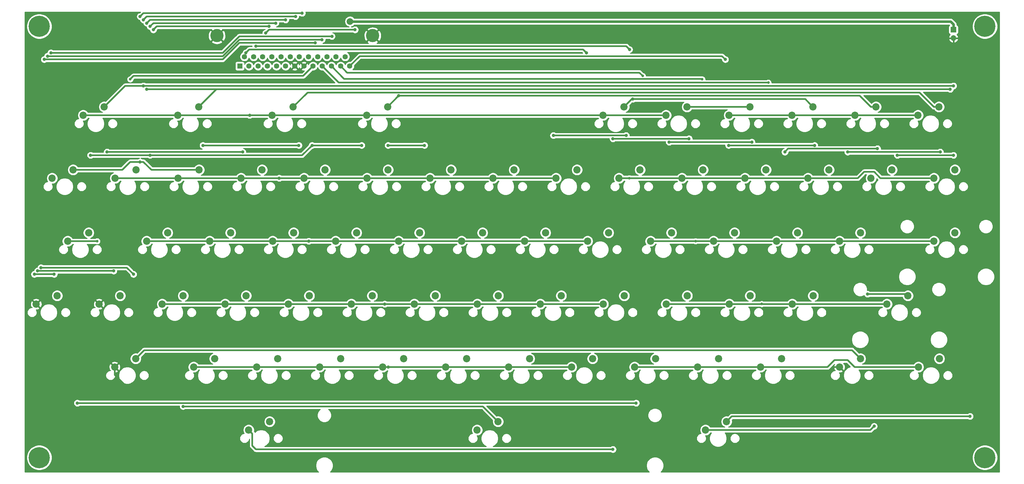
<source format=gbr>
G04 #@! TF.GenerationSoftware,KiCad,Pcbnew,(5.1.2)-1*
G04 #@! TF.CreationDate,2019-10-14T05:56:34-04:00*
G04 #@! TF.ProjectId,HP_9915A_Keyboard,48505f39-3931-4354-915f-4b6579626f61,rev?*
G04 #@! TF.SameCoordinates,Original*
G04 #@! TF.FileFunction,Copper,L1,Top*
G04 #@! TF.FilePolarity,Positive*
%FSLAX46Y46*%
G04 Gerber Fmt 4.6, Leading zero omitted, Abs format (unit mm)*
G04 Created by KiCad (PCBNEW (5.1.2)-1) date 2019-10-14 05:56:34*
%MOMM*%
%LPD*%
G04 APERTURE LIST*
%ADD10C,0.800000*%
%ADD11C,6.400000*%
%ADD12C,2.200000*%
%ADD13R,1.700000X1.700000*%
%ADD14O,1.700000X1.700000*%
%ADD15R,1.600000X1.600000*%
%ADD16C,1.600000*%
%ADD17C,4.000000*%
%ADD18C,1.000000*%
%ADD19C,2.000000*%
%ADD20C,0.508000*%
%ADD21C,0.762000*%
%ADD22C,0.254000*%
G04 APERTURE END LIST*
D10*
X70197056Y-67302944D03*
X68500000Y-66600000D03*
X66802944Y-67302944D03*
X66100000Y-69000000D03*
X66802944Y-70697056D03*
X68500000Y-71400000D03*
X70197056Y-70697056D03*
X70900000Y-69000000D03*
D11*
X68500000Y-69000000D03*
D10*
X70197056Y-197802944D03*
X68500000Y-197100000D03*
X66802944Y-197802944D03*
X66100000Y-199500000D03*
X66802944Y-201197056D03*
X68500000Y-201900000D03*
X70197056Y-201197056D03*
X70900000Y-199500000D03*
D11*
X68500000Y-199500000D03*
D10*
X356197056Y-197802944D03*
X354500000Y-197100000D03*
X352802944Y-197802944D03*
X352100000Y-199500000D03*
X352802944Y-201197056D03*
X354500000Y-201900000D03*
X356197056Y-201197056D03*
X356900000Y-199500000D03*
D11*
X354500000Y-199500000D03*
D10*
X356197056Y-67302944D03*
X354500000Y-66600000D03*
X352802944Y-67302944D03*
X352100000Y-69000000D03*
X352802944Y-70697056D03*
X354500000Y-71400000D03*
X356197056Y-70697056D03*
X356900000Y-69000000D03*
D11*
X354500000Y-69000000D03*
D12*
X273939000Y-169545000D03*
X267589000Y-172085000D03*
X264414000Y-93345000D03*
X258064000Y-95885000D03*
X243840000Y-114935000D03*
X250190000Y-112395000D03*
X235839000Y-169545000D03*
X229489000Y-172085000D03*
X86614000Y-153035000D03*
X92964000Y-150495000D03*
X91313000Y-172085000D03*
X97663000Y-169545000D03*
X316865000Y-169545000D03*
X310515000Y-172085000D03*
X73914000Y-150495000D03*
X67564000Y-153035000D03*
X78740000Y-112395000D03*
X72390000Y-114935000D03*
X88138000Y-93345000D03*
X81788000Y-95885000D03*
X110363000Y-95885000D03*
X116713000Y-93345000D03*
X145288000Y-93345000D03*
X138938000Y-95885000D03*
X167513000Y-95885000D03*
X173863000Y-93345000D03*
X239014000Y-95885000D03*
X245364000Y-93345000D03*
X277114000Y-95885000D03*
X283464000Y-93345000D03*
X302514000Y-93345000D03*
X296164000Y-95885000D03*
X321564000Y-93345000D03*
X315214000Y-95885000D03*
X334264000Y-95885000D03*
X340614000Y-93345000D03*
X326390000Y-112395000D03*
X320040000Y-114935000D03*
X270002000Y-191135000D03*
X276352000Y-188595000D03*
X91440000Y-114935000D03*
X97790000Y-112395000D03*
X116840000Y-112395000D03*
X110490000Y-114935000D03*
X129540000Y-114935000D03*
X135890000Y-112395000D03*
X154940000Y-112395000D03*
X148590000Y-114935000D03*
X167640000Y-114935000D03*
X173990000Y-112395000D03*
X193040000Y-112395000D03*
X186690000Y-114935000D03*
X205740000Y-114935000D03*
X212090000Y-112395000D03*
X231140000Y-112395000D03*
X224790000Y-114935000D03*
X262890000Y-114935000D03*
X269240000Y-112395000D03*
X288290000Y-112395000D03*
X281940000Y-114935000D03*
X300990000Y-114935000D03*
X307340000Y-112395000D03*
X345440000Y-112395000D03*
X339090000Y-114935000D03*
X131826000Y-191135000D03*
X138176000Y-188595000D03*
X100965000Y-133985000D03*
X107315000Y-131445000D03*
X126365000Y-131445000D03*
X120015000Y-133985000D03*
X139065000Y-133985000D03*
X145415000Y-131445000D03*
X164465000Y-131445000D03*
X158115000Y-133985000D03*
X177165000Y-133985000D03*
X183515000Y-131445000D03*
X202565000Y-131445000D03*
X196215000Y-133985000D03*
X215265000Y-133985000D03*
X221615000Y-131445000D03*
X240665000Y-131445000D03*
X234315000Y-133985000D03*
X259715000Y-131445000D03*
X253365000Y-133985000D03*
X272415000Y-133985000D03*
X278765000Y-131445000D03*
X291465000Y-133985000D03*
X297815000Y-131445000D03*
X316865000Y-131445000D03*
X310515000Y-133985000D03*
X339090000Y-133985000D03*
X345440000Y-131445000D03*
X105664000Y-153035000D03*
X112014000Y-150495000D03*
X131064000Y-150495000D03*
X124714000Y-153035000D03*
X143827500Y-153035000D03*
X150177500Y-150495000D03*
X169227500Y-150495000D03*
X162877500Y-153035000D03*
X181927500Y-153035000D03*
X188277500Y-150495000D03*
X207327500Y-150495000D03*
X200977500Y-153035000D03*
X220027500Y-153035000D03*
X226377500Y-150495000D03*
X245427500Y-150495000D03*
X239077500Y-153035000D03*
X258127500Y-153035000D03*
X264477500Y-150495000D03*
X283527500Y-150495000D03*
X277177500Y-153035000D03*
X302577500Y-150495000D03*
X296227500Y-153035000D03*
X331216000Y-150495000D03*
X324866000Y-153035000D03*
X207264000Y-188595000D03*
X200914000Y-191135000D03*
X121539000Y-169545000D03*
X115189000Y-172085000D03*
X134239000Y-172085000D03*
X140589000Y-169545000D03*
X159639000Y-169545000D03*
X153289000Y-172085000D03*
X172339000Y-172085000D03*
X178689000Y-169545000D03*
X197739000Y-169545000D03*
X191389000Y-172085000D03*
X210439000Y-172085000D03*
X216789000Y-169545000D03*
X248539000Y-172085000D03*
X254889000Y-169545000D03*
X286639000Y-172085000D03*
X292989000Y-169545000D03*
X83439000Y-131445000D03*
X77089000Y-133985000D03*
X340741000Y-169545000D03*
X334391000Y-172085000D03*
D13*
X345000000Y-70000000D03*
D14*
X345000000Y-72540000D03*
D15*
X129159000Y-81000000D03*
D16*
X131929000Y-81000000D03*
X134699000Y-81000000D03*
X137469000Y-81000000D03*
X140239000Y-81000000D03*
X143009000Y-81000000D03*
X145779000Y-81000000D03*
X148549000Y-81000000D03*
X151319000Y-81000000D03*
X154089000Y-81000000D03*
X156859000Y-81000000D03*
X159629000Y-81000000D03*
X162399000Y-81000000D03*
X130544000Y-78160000D03*
X133314000Y-78160000D03*
X136084000Y-78160000D03*
X138854000Y-78160000D03*
X141624000Y-78160000D03*
X144394000Y-78160000D03*
X147164000Y-78160000D03*
X149934000Y-78160000D03*
X152704000Y-78160000D03*
X155474000Y-78160000D03*
X158244000Y-78160000D03*
X161014000Y-78160000D03*
D17*
X122229000Y-71800000D03*
X169329000Y-71800000D03*
D18*
X132115000Y-95885000D03*
X141065000Y-114935000D03*
X150000000Y-134000000D03*
X172965000Y-153035000D03*
X174085000Y-172085000D03*
X80000000Y-183000000D03*
X249000000Y-183000000D03*
D10*
X96000000Y-85000000D03*
X86000000Y-134000000D03*
X289000000Y-86000000D03*
X287000000Y-153000000D03*
X269000000Y-85000000D03*
X266985000Y-133985000D03*
D18*
X242000000Y-197000000D03*
D10*
X251000000Y-84000000D03*
X246935000Y-114935000D03*
D18*
X276000000Y-79000000D03*
X321000000Y-190000000D03*
X259000000Y-104000000D03*
X284000000Y-104000000D03*
X242000000Y-103000000D03*
X265000000Y-103000000D03*
X131000000Y-77000000D03*
X234000000Y-77000000D03*
X277000000Y-105000000D03*
X303000000Y-105000000D03*
X224000000Y-102000000D03*
X246000000Y-102000000D03*
X134000000Y-75000000D03*
X247000000Y-76000000D03*
X248000000Y-91000000D03*
X185000000Y-105000000D03*
X174000000Y-105000000D03*
X294000000Y-107000000D03*
X322000000Y-106000000D03*
X177208000Y-90000000D03*
X137000000Y-71000000D03*
X164000000Y-70000000D03*
X166000000Y-105000000D03*
X151000000Y-105000000D03*
X313000000Y-107000000D03*
X341000000Y-107000000D03*
X319000000Y-150000000D03*
X84000000Y-108000000D03*
X103000000Y-70000000D03*
X102000000Y-108000000D03*
X138000000Y-69000000D03*
X147000000Y-105000000D03*
X118000000Y-105000000D03*
X102000000Y-69000000D03*
X101000000Y-88000000D03*
X345000000Y-108000000D03*
X328000000Y-108000000D03*
X344000000Y-88000000D03*
X140000000Y-68000000D03*
X130000000Y-107000000D03*
X89000000Y-107000000D03*
X350000000Y-187000000D03*
X101000000Y-68000000D03*
X100000000Y-87000000D03*
X345000000Y-87000000D03*
X143000000Y-67000000D03*
X100000000Y-67000000D03*
X99000000Y-110000000D03*
X146000000Y-66000000D03*
X112000000Y-184000000D03*
X99000000Y-66000000D03*
X148000000Y-65000000D03*
X97000000Y-144000000D03*
X69000000Y-142000000D03*
X152000000Y-74000000D03*
X70000000Y-79000000D03*
X91000000Y-143000000D03*
X68000000Y-143000000D03*
X154000000Y-73000000D03*
X71000000Y-78000000D03*
X72000000Y-77000000D03*
X67000000Y-144000000D03*
X73000000Y-144000000D03*
X157000000Y-72000000D03*
D19*
X162500000Y-67500000D03*
D20*
X81788000Y-95885000D02*
X110363000Y-95885000D01*
X138938000Y-95885000D02*
X167513000Y-95885000D01*
X167513000Y-95885000D02*
X239014000Y-95885000D01*
X239014000Y-95885000D02*
X258064000Y-95885000D01*
X110363000Y-95885000D02*
X132115000Y-95885000D01*
X132115000Y-95885000D02*
X138938000Y-95885000D01*
X92995634Y-114935000D02*
X110490000Y-114935000D01*
X91440000Y-114935000D02*
X92995634Y-114935000D01*
X110490000Y-114935000D02*
X129540000Y-114935000D01*
X148590000Y-114935000D02*
X167640000Y-114935000D01*
X167640000Y-114935000D02*
X186690000Y-114935000D01*
X186690000Y-114935000D02*
X205740000Y-114935000D01*
X205740000Y-114935000D02*
X224790000Y-114935000D01*
X129540000Y-114935000D02*
X141065000Y-114935000D01*
X141065000Y-114935000D02*
X148590000Y-114935000D01*
X100965000Y-133985000D02*
X120015000Y-133985000D01*
X120015000Y-133985000D02*
X139065000Y-133985000D01*
X139065000Y-133985000D02*
X158115000Y-133985000D01*
X158115000Y-133985000D02*
X177165000Y-133985000D01*
X177165000Y-133985000D02*
X196215000Y-133985000D01*
X196215000Y-133985000D02*
X215265000Y-133985000D01*
X215265000Y-133985000D02*
X234315000Y-133985000D01*
X105664000Y-153035000D02*
X124714000Y-153035000D01*
X124714000Y-153035000D02*
X143827500Y-153035000D01*
X143827500Y-153035000D02*
X162877500Y-153035000D01*
X181927500Y-153035000D02*
X200977500Y-153035000D01*
X200977500Y-153035000D02*
X220027500Y-153035000D01*
X220027500Y-153035000D02*
X239077500Y-153035000D01*
X162877500Y-153035000D02*
X172965000Y-153035000D01*
X172965000Y-153035000D02*
X181927500Y-153035000D01*
X115189000Y-172085000D02*
X134239000Y-172085000D01*
X134239000Y-172085000D02*
X153289000Y-172085000D01*
X158190922Y-172085000D02*
X172339000Y-172085000D01*
X153289000Y-172085000D02*
X158190922Y-172085000D01*
X177240922Y-172085000D02*
X191389000Y-172085000D01*
X192944634Y-172085000D02*
X210439000Y-172085000D01*
X191389000Y-172085000D02*
X192944634Y-172085000D01*
X211994634Y-172085000D02*
X229489000Y-172085000D01*
X210439000Y-172085000D02*
X211994634Y-172085000D01*
X174085000Y-172085000D02*
X177240922Y-172085000D01*
X172339000Y-172085000D02*
X174085000Y-172085000D01*
X308959366Y-172085000D02*
X303044366Y-178000000D01*
X310515000Y-172085000D02*
X308959366Y-172085000D01*
X91313000Y-173640634D02*
X91313000Y-172085000D01*
X91347001Y-173674635D02*
X91313000Y-173640634D01*
X91347001Y-174480923D02*
X91347001Y-173674635D01*
X94866078Y-178000000D02*
X91347001Y-174480923D01*
X303044366Y-178000000D02*
X94866078Y-178000000D01*
X80000000Y-183000000D02*
X249000000Y-183000000D01*
X286639000Y-172085000D02*
X306915000Y-172085000D01*
X309000000Y-170000000D02*
X313000000Y-170000000D01*
X306915000Y-172085000D02*
X309000000Y-170000000D01*
X313000000Y-170000000D02*
X315085000Y-172085000D01*
X315085000Y-172085000D02*
X334391000Y-172085000D01*
X248539000Y-172085000D02*
X267589000Y-172085000D01*
X267589000Y-172085000D02*
X286639000Y-172085000D01*
X151319000Y-81026000D02*
X148345000Y-84000000D01*
X148345000Y-84000000D02*
X97000000Y-84000000D01*
X97000000Y-84000000D02*
X96000000Y-85000000D01*
X77104000Y-134000000D02*
X77089000Y-133985000D01*
X86000000Y-134000000D02*
X77104000Y-134000000D01*
X258127500Y-153035000D02*
X277177500Y-153035000D01*
X277177500Y-153035000D02*
X296227500Y-153035000D01*
X296227500Y-153035000D02*
X324866000Y-153035000D01*
X154089000Y-81026000D02*
X159063000Y-86000000D01*
X159063000Y-86000000D02*
X289000000Y-86000000D01*
X272415000Y-133985000D02*
X291465000Y-133985000D01*
X291465000Y-133985000D02*
X310515000Y-133985000D01*
X310515000Y-133985000D02*
X339090000Y-133985000D01*
X156859000Y-81026000D02*
X160687001Y-84854001D01*
X268854001Y-84854001D02*
X269000000Y-85000000D01*
X259145999Y-84854001D02*
X268854001Y-84854001D01*
X259145999Y-84854001D02*
X259854001Y-84854001D01*
X160687001Y-84854001D02*
X259145999Y-84854001D01*
X253365000Y-133985000D02*
X266985000Y-133985000D01*
X266985000Y-133985000D02*
X272415000Y-133985000D01*
X262890000Y-114935000D02*
X281940000Y-114935000D01*
X281940000Y-114935000D02*
X300990000Y-114935000D01*
X300990000Y-114935000D02*
X316065000Y-114935000D01*
X316065000Y-114935000D02*
X318000000Y-113000000D01*
X318000000Y-113000000D02*
X321000000Y-113000000D01*
X322935000Y-114935000D02*
X339090000Y-114935000D01*
X321000000Y-113000000D02*
X322935000Y-114935000D01*
X132925999Y-192234999D02*
X131826000Y-191135000D01*
X132925999Y-195925999D02*
X132925999Y-192234999D01*
X134000000Y-197000000D02*
X132925999Y-195925999D01*
X242000000Y-197000000D02*
X134000000Y-197000000D01*
X159629000Y-81026000D02*
X161603000Y-83000000D01*
X161603000Y-83000000D02*
X250000000Y-83000000D01*
X250000000Y-83000000D02*
X251000000Y-84000000D01*
X243840000Y-114935000D02*
X246935000Y-114935000D01*
X246935000Y-114935000D02*
X262890000Y-114935000D01*
X276000000Y-79000000D02*
X275000000Y-78000000D01*
X270002000Y-191135000D02*
X319865000Y-191135000D01*
X319865000Y-191135000D02*
X321000000Y-190000000D01*
X162399000Y-81026000D02*
X165425000Y-78000000D01*
X277114000Y-95885000D02*
X296164000Y-95885000D01*
X296164000Y-95885000D02*
X315214000Y-95885000D01*
X315214000Y-95885000D02*
X334264000Y-95885000D01*
X165425000Y-78000000D02*
X275000000Y-78000000D01*
X259000000Y-104000000D02*
X284000000Y-104000000D01*
X242000000Y-103000000D02*
X265000000Y-103000000D01*
X265969634Y-93345000D02*
X283464000Y-93345000D01*
X264414000Y-93345000D02*
X265969634Y-93345000D01*
X131000000Y-77000000D02*
X132000000Y-76000000D01*
X132000000Y-76000000D02*
X233000000Y-76000000D01*
X233000000Y-76000000D02*
X234000000Y-77000000D01*
X277000000Y-105000000D02*
X303000000Y-105000000D01*
X224000000Y-102000000D02*
X246000000Y-102000000D01*
X301414001Y-92245001D02*
X302514000Y-93345000D01*
X300169000Y-91000000D02*
X301414001Y-92245001D01*
X245364000Y-93345000D02*
X247709000Y-91000000D01*
X134000000Y-75000000D02*
X234000000Y-75000000D01*
X234000000Y-75000000D02*
X246000000Y-75000000D01*
X246000000Y-75000000D02*
X247000000Y-76000000D01*
X247709000Y-91000000D02*
X248000000Y-91000000D01*
X248000000Y-91000000D02*
X300169000Y-91000000D01*
X185000000Y-105000000D02*
X174000000Y-105000000D01*
X312588078Y-106000000D02*
X322000000Y-106000000D01*
X294000000Y-107000000D02*
X295000000Y-106000000D01*
X295000000Y-106000000D02*
X312588078Y-106000000D01*
X177208000Y-90000000D02*
X173863000Y-93345000D01*
X321564000Y-93345000D02*
X320008366Y-93345000D01*
X320008366Y-93345000D02*
X316663366Y-90000000D01*
X316663366Y-90000000D02*
X177208000Y-90000000D01*
X138000000Y-70000000D02*
X137000000Y-71000000D01*
X164000000Y-70000000D02*
X138000000Y-70000000D01*
X166000000Y-105000000D02*
X151000000Y-105000000D01*
X313000000Y-107000000D02*
X341000000Y-107000000D01*
X330721000Y-150000000D02*
X331216000Y-150495000D01*
X319000000Y-150000000D02*
X330721000Y-150000000D01*
X148000000Y-108000000D02*
X151000000Y-105000000D01*
X84000000Y-108000000D02*
X102000000Y-108000000D01*
X102000000Y-108000000D02*
X148000000Y-108000000D01*
X334713366Y-89000000D02*
X149633000Y-89000000D01*
X149633000Y-89000000D02*
X145288000Y-93345000D01*
X340614000Y-93345000D02*
X339058366Y-93345000D01*
X339058366Y-93345000D02*
X334713366Y-89000000D01*
X138000000Y-69000000D02*
X104000000Y-69000000D01*
X104000000Y-69000000D02*
X103000000Y-70000000D01*
X147000000Y-105000000D02*
X118000000Y-105000000D01*
X122058000Y-88000000D02*
X116713000Y-93345000D01*
X101000000Y-88000000D02*
X122058000Y-88000000D01*
X328000000Y-108000000D02*
X345000000Y-108000000D01*
X344000000Y-88000000D02*
X122058000Y-88000000D01*
X103000000Y-68000000D02*
X102000000Y-69000000D01*
X140000000Y-68000000D02*
X103000000Y-68000000D01*
X130000000Y-107000000D02*
X89000000Y-107000000D01*
X277947000Y-187000000D02*
X276352000Y-188595000D01*
X350000000Y-187000000D02*
X277947000Y-187000000D01*
X94483000Y-87000000D02*
X88138000Y-93345000D01*
X100000000Y-87000000D02*
X94483000Y-87000000D01*
X345000000Y-87000000D02*
X100000000Y-87000000D01*
X102000000Y-67000000D02*
X101000000Y-68000000D01*
X143000000Y-67000000D02*
X102000000Y-67000000D01*
X102395000Y-112395000D02*
X116840000Y-112395000D01*
X100000000Y-110000000D02*
X102395000Y-112395000D01*
X78740000Y-112395000D02*
X93605000Y-112395000D01*
X93605000Y-112395000D02*
X96000000Y-110000000D01*
X96000000Y-110000000D02*
X99000000Y-110000000D01*
X99000000Y-110000000D02*
X100000000Y-110000000D01*
X101000000Y-66000000D02*
X100000000Y-67000000D01*
X146000000Y-66000000D02*
X101000000Y-66000000D01*
X149120078Y-184000000D02*
X112000000Y-184000000D01*
X207264000Y-188595000D02*
X202669000Y-184000000D01*
X202669000Y-184000000D02*
X149120078Y-184000000D01*
X100000000Y-65000000D02*
X99000000Y-66000000D01*
X148000000Y-65000000D02*
X100000000Y-65000000D01*
X97663000Y-169545000D02*
X100208000Y-167000000D01*
X314320000Y-167000000D02*
X316865000Y-169545000D01*
X100208000Y-167000000D02*
X314320000Y-167000000D01*
X97000000Y-144000000D02*
X95000000Y-142000000D01*
X95000000Y-142000000D02*
X69000000Y-142000000D01*
X129000000Y-74000000D02*
X152000000Y-74000000D01*
X124000000Y-79000000D02*
X129000000Y-74000000D01*
X70000000Y-79000000D02*
X124000000Y-79000000D01*
X91000000Y-143000000D02*
X68000000Y-143000000D01*
X128998724Y-73000000D02*
X154000000Y-73000000D01*
X123998724Y-78000000D02*
X128998724Y-73000000D01*
X71000000Y-78000000D02*
X123998724Y-78000000D01*
X128997448Y-72000000D02*
X157000000Y-72000000D01*
X73000000Y-144000000D02*
X67000000Y-144000000D01*
X123997448Y-77000000D02*
X128997448Y-72000000D01*
X72000000Y-77000000D02*
X123997448Y-77000000D01*
D21*
X345000000Y-68388000D02*
X345000000Y-70000000D01*
X344112000Y-67500000D02*
X345000000Y-68388000D01*
X162500000Y-67500000D02*
X344112000Y-67500000D01*
D22*
G36*
X98875170Y-64867594D02*
G01*
X98668933Y-64908617D01*
X98462376Y-64994176D01*
X98276480Y-65118388D01*
X98118388Y-65276480D01*
X97994176Y-65462376D01*
X97908617Y-65668933D01*
X97865000Y-65888212D01*
X97865000Y-66111788D01*
X97908617Y-66331067D01*
X97994176Y-66537624D01*
X98118388Y-66723520D01*
X98276480Y-66881612D01*
X98462376Y-67005824D01*
X98668933Y-67091383D01*
X98868851Y-67131149D01*
X98908617Y-67331067D01*
X98994176Y-67537624D01*
X99118388Y-67723520D01*
X99276480Y-67881612D01*
X99462376Y-68005824D01*
X99668933Y-68091383D01*
X99868851Y-68131149D01*
X99908617Y-68331067D01*
X99994176Y-68537624D01*
X100118388Y-68723520D01*
X100276480Y-68881612D01*
X100462376Y-69005824D01*
X100668933Y-69091383D01*
X100868851Y-69131149D01*
X100908617Y-69331067D01*
X100994176Y-69537624D01*
X101118388Y-69723520D01*
X101276480Y-69881612D01*
X101462376Y-70005824D01*
X101668933Y-70091383D01*
X101868851Y-70131149D01*
X101908617Y-70331067D01*
X101994176Y-70537624D01*
X102118388Y-70723520D01*
X102276480Y-70881612D01*
X102462376Y-71005824D01*
X102668933Y-71091383D01*
X102888212Y-71135000D01*
X103111788Y-71135000D01*
X103331067Y-71091383D01*
X103537624Y-71005824D01*
X103723520Y-70881612D01*
X103881612Y-70723520D01*
X104005824Y-70537624D01*
X104091383Y-70331067D01*
X104132406Y-70124830D01*
X104368236Y-69889000D01*
X120598526Y-69889000D01*
X120561106Y-69952501D01*
X122229000Y-71620395D01*
X123896894Y-69952501D01*
X123859474Y-69889000D01*
X136767555Y-69889000D01*
X136668933Y-69908617D01*
X136462376Y-69994176D01*
X136276480Y-70118388D01*
X136118388Y-70276480D01*
X135994176Y-70462376D01*
X135908617Y-70668933D01*
X135865000Y-70888212D01*
X135865000Y-71111000D01*
X129041108Y-71111000D01*
X128997448Y-71106700D01*
X128953788Y-71111000D01*
X128953781Y-71111000D01*
X128839773Y-71122229D01*
X128823173Y-71123864D01*
X128750206Y-71145998D01*
X128655597Y-71174697D01*
X128501157Y-71257247D01*
X128365789Y-71368341D01*
X128337954Y-71402258D01*
X123629213Y-76111000D01*
X72712463Y-76111000D01*
X72537624Y-75994176D01*
X72331067Y-75908617D01*
X72111788Y-75865000D01*
X71888212Y-75865000D01*
X71668933Y-75908617D01*
X71462376Y-75994176D01*
X71276480Y-76118388D01*
X71118388Y-76276480D01*
X70994176Y-76462376D01*
X70908617Y-76668933D01*
X70868851Y-76868851D01*
X70668933Y-76908617D01*
X70462376Y-76994176D01*
X70276480Y-77118388D01*
X70118388Y-77276480D01*
X69994176Y-77462376D01*
X69908617Y-77668933D01*
X69868851Y-77868851D01*
X69668933Y-77908617D01*
X69462376Y-77994176D01*
X69276480Y-78118388D01*
X69118388Y-78276480D01*
X68994176Y-78462376D01*
X68908617Y-78668933D01*
X68865000Y-78888212D01*
X68865000Y-79111788D01*
X68908617Y-79331067D01*
X68994176Y-79537624D01*
X69118388Y-79723520D01*
X69276480Y-79881612D01*
X69462376Y-80005824D01*
X69668933Y-80091383D01*
X69888212Y-80135000D01*
X70111788Y-80135000D01*
X70331067Y-80091383D01*
X70537624Y-80005824D01*
X70712463Y-79889000D01*
X123956340Y-79889000D01*
X124000000Y-79893300D01*
X124043660Y-79889000D01*
X124043667Y-79889000D01*
X124174274Y-79876136D01*
X124341851Y-79825303D01*
X124496291Y-79742753D01*
X124631659Y-79631659D01*
X124659499Y-79597736D01*
X129368236Y-74889000D01*
X132865000Y-74889000D01*
X132865000Y-75111000D01*
X132043668Y-75111000D01*
X132000000Y-75106699D01*
X131825725Y-75123864D01*
X131789015Y-75135000D01*
X131658149Y-75174697D01*
X131503709Y-75257247D01*
X131368341Y-75368341D01*
X131340505Y-75402259D01*
X130875170Y-75867594D01*
X130668933Y-75908617D01*
X130462376Y-75994176D01*
X130276480Y-76118388D01*
X130118388Y-76276480D01*
X129994176Y-76462376D01*
X129908617Y-76668933D01*
X129865042Y-76888002D01*
X129864273Y-76888320D01*
X129629241Y-77045363D01*
X129429363Y-77245241D01*
X129272320Y-77480273D01*
X129164147Y-77741426D01*
X129109000Y-78018665D01*
X129109000Y-78301335D01*
X129164147Y-78578574D01*
X129272320Y-78839727D01*
X129429363Y-79074759D01*
X129629241Y-79274637D01*
X129864273Y-79431680D01*
X130125426Y-79539853D01*
X130402665Y-79595000D01*
X130685335Y-79595000D01*
X130962574Y-79539853D01*
X131223727Y-79431680D01*
X131458759Y-79274637D01*
X131658637Y-79074759D01*
X131815680Y-78839727D01*
X131923853Y-78578574D01*
X131929000Y-78552699D01*
X131934147Y-78578574D01*
X132042320Y-78839727D01*
X132199363Y-79074759D01*
X132399241Y-79274637D01*
X132634273Y-79431680D01*
X132895426Y-79539853D01*
X133172665Y-79595000D01*
X133455335Y-79595000D01*
X133732574Y-79539853D01*
X133993727Y-79431680D01*
X134228759Y-79274637D01*
X134428637Y-79074759D01*
X134585680Y-78839727D01*
X134693853Y-78578574D01*
X134699000Y-78552699D01*
X134704147Y-78578574D01*
X134812320Y-78839727D01*
X134969363Y-79074759D01*
X135169241Y-79274637D01*
X135404273Y-79431680D01*
X135665426Y-79539853D01*
X135942665Y-79595000D01*
X136225335Y-79595000D01*
X136502574Y-79539853D01*
X136763727Y-79431680D01*
X136998759Y-79274637D01*
X137198637Y-79074759D01*
X137355680Y-78839727D01*
X137463853Y-78578574D01*
X137469000Y-78552699D01*
X137474147Y-78578574D01*
X137582320Y-78839727D01*
X137739363Y-79074759D01*
X137939241Y-79274637D01*
X138174273Y-79431680D01*
X138435426Y-79539853D01*
X138712665Y-79595000D01*
X138995335Y-79595000D01*
X139272574Y-79539853D01*
X139533727Y-79431680D01*
X139768759Y-79274637D01*
X139968637Y-79074759D01*
X140125680Y-78839727D01*
X140233853Y-78578574D01*
X140239000Y-78552699D01*
X140244147Y-78578574D01*
X140352320Y-78839727D01*
X140509363Y-79074759D01*
X140709241Y-79274637D01*
X140944273Y-79431680D01*
X141205426Y-79539853D01*
X141482665Y-79595000D01*
X141765335Y-79595000D01*
X142042574Y-79539853D01*
X142303727Y-79431680D01*
X142538759Y-79274637D01*
X142738637Y-79074759D01*
X142895680Y-78839727D01*
X143003853Y-78578574D01*
X143009000Y-78552699D01*
X143014147Y-78578574D01*
X143122320Y-78839727D01*
X143279363Y-79074759D01*
X143479241Y-79274637D01*
X143714273Y-79431680D01*
X143975426Y-79539853D01*
X144252665Y-79595000D01*
X144535335Y-79595000D01*
X144812574Y-79539853D01*
X145073727Y-79431680D01*
X145308759Y-79274637D01*
X145508637Y-79074759D01*
X145665680Y-78839727D01*
X145773853Y-78578574D01*
X145779000Y-78552699D01*
X145784147Y-78578574D01*
X145892320Y-78839727D01*
X146049363Y-79074759D01*
X146249241Y-79274637D01*
X146484273Y-79431680D01*
X146745426Y-79539853D01*
X147022665Y-79595000D01*
X147305335Y-79595000D01*
X147582574Y-79539853D01*
X147843727Y-79431680D01*
X148078759Y-79274637D01*
X148278637Y-79074759D01*
X148435680Y-78839727D01*
X148543853Y-78578574D01*
X148549000Y-78552699D01*
X148554147Y-78578574D01*
X148662320Y-78839727D01*
X148819363Y-79074759D01*
X149019241Y-79274637D01*
X149254273Y-79431680D01*
X149515426Y-79539853D01*
X149792665Y-79595000D01*
X150075335Y-79595000D01*
X150352574Y-79539853D01*
X150613727Y-79431680D01*
X150848759Y-79274637D01*
X151048637Y-79074759D01*
X151205680Y-78839727D01*
X151313853Y-78578574D01*
X151319000Y-78552699D01*
X151324147Y-78578574D01*
X151432320Y-78839727D01*
X151589363Y-79074759D01*
X151789241Y-79274637D01*
X152024273Y-79431680D01*
X152285426Y-79539853D01*
X152562665Y-79595000D01*
X152845335Y-79595000D01*
X153122574Y-79539853D01*
X153383727Y-79431680D01*
X153618759Y-79274637D01*
X153818637Y-79074759D01*
X153975680Y-78839727D01*
X154083853Y-78578574D01*
X154089000Y-78552699D01*
X154094147Y-78578574D01*
X154202320Y-78839727D01*
X154359363Y-79074759D01*
X154559241Y-79274637D01*
X154794273Y-79431680D01*
X155055426Y-79539853D01*
X155332665Y-79595000D01*
X155615335Y-79595000D01*
X155892574Y-79539853D01*
X156153727Y-79431680D01*
X156388759Y-79274637D01*
X156588637Y-79074759D01*
X156745680Y-78839727D01*
X156853853Y-78578574D01*
X156859000Y-78552699D01*
X156864147Y-78578574D01*
X156972320Y-78839727D01*
X157129363Y-79074759D01*
X157329241Y-79274637D01*
X157564273Y-79431680D01*
X157825426Y-79539853D01*
X158102665Y-79595000D01*
X158385335Y-79595000D01*
X158662574Y-79539853D01*
X158923727Y-79431680D01*
X159158759Y-79274637D01*
X159358637Y-79074759D01*
X159515680Y-78839727D01*
X159623853Y-78578574D01*
X159629000Y-78552699D01*
X159634147Y-78578574D01*
X159742320Y-78839727D01*
X159899363Y-79074759D01*
X160099241Y-79274637D01*
X160334273Y-79431680D01*
X160595426Y-79539853D01*
X160872665Y-79595000D01*
X161155335Y-79595000D01*
X161432574Y-79539853D01*
X161693727Y-79431680D01*
X161928759Y-79274637D01*
X162128637Y-79074759D01*
X162285680Y-78839727D01*
X162393853Y-78578574D01*
X162449000Y-78301335D01*
X162449000Y-78018665D01*
X162393853Y-77741426D01*
X162285680Y-77480273D01*
X162128637Y-77245241D01*
X161928759Y-77045363D01*
X161694745Y-76889000D01*
X232631765Y-76889000D01*
X232853765Y-77111000D01*
X165468659Y-77111000D01*
X165424999Y-77106700D01*
X165381339Y-77111000D01*
X165381333Y-77111000D01*
X165283924Y-77120594D01*
X165250724Y-77123864D01*
X165149058Y-77154704D01*
X165083149Y-77174697D01*
X164928709Y-77257247D01*
X164793341Y-77368341D01*
X164765501Y-77402264D01*
X162592407Y-79575358D01*
X162540335Y-79565000D01*
X162257665Y-79565000D01*
X161980426Y-79620147D01*
X161719273Y-79728320D01*
X161484241Y-79885363D01*
X161284363Y-80085241D01*
X161127320Y-80320273D01*
X161019147Y-80581426D01*
X161014000Y-80607301D01*
X161008853Y-80581426D01*
X160900680Y-80320273D01*
X160743637Y-80085241D01*
X160543759Y-79885363D01*
X160308727Y-79728320D01*
X160047574Y-79620147D01*
X159770335Y-79565000D01*
X159487665Y-79565000D01*
X159210426Y-79620147D01*
X158949273Y-79728320D01*
X158714241Y-79885363D01*
X158514363Y-80085241D01*
X158357320Y-80320273D01*
X158249147Y-80581426D01*
X158244000Y-80607301D01*
X158238853Y-80581426D01*
X158130680Y-80320273D01*
X157973637Y-80085241D01*
X157773759Y-79885363D01*
X157538727Y-79728320D01*
X157277574Y-79620147D01*
X157000335Y-79565000D01*
X156717665Y-79565000D01*
X156440426Y-79620147D01*
X156179273Y-79728320D01*
X155944241Y-79885363D01*
X155744363Y-80085241D01*
X155587320Y-80320273D01*
X155479147Y-80581426D01*
X155474000Y-80607301D01*
X155468853Y-80581426D01*
X155360680Y-80320273D01*
X155203637Y-80085241D01*
X155003759Y-79885363D01*
X154768727Y-79728320D01*
X154507574Y-79620147D01*
X154230335Y-79565000D01*
X153947665Y-79565000D01*
X153670426Y-79620147D01*
X153409273Y-79728320D01*
X153174241Y-79885363D01*
X152974363Y-80085241D01*
X152817320Y-80320273D01*
X152709147Y-80581426D01*
X152704000Y-80607301D01*
X152698853Y-80581426D01*
X152590680Y-80320273D01*
X152433637Y-80085241D01*
X152233759Y-79885363D01*
X151998727Y-79728320D01*
X151737574Y-79620147D01*
X151460335Y-79565000D01*
X151177665Y-79565000D01*
X150900426Y-79620147D01*
X150639273Y-79728320D01*
X150404241Y-79885363D01*
X150204363Y-80085241D01*
X150047320Y-80320273D01*
X149939147Y-80581426D01*
X149933487Y-80609882D01*
X149852603Y-80383708D01*
X149785671Y-80258486D01*
X149541702Y-80186903D01*
X148728605Y-81000000D01*
X148742748Y-81014143D01*
X148563143Y-81193748D01*
X148549000Y-81179605D01*
X147735903Y-81992702D01*
X147807486Y-82236671D01*
X148062996Y-82357571D01*
X148337184Y-82426300D01*
X148619512Y-82440217D01*
X148652424Y-82435341D01*
X147976765Y-83111000D01*
X97043668Y-83111000D01*
X97000000Y-83106699D01*
X96825725Y-83123864D01*
X96774892Y-83139284D01*
X96658149Y-83174697D01*
X96503709Y-83257247D01*
X96368341Y-83368341D01*
X96340505Y-83402259D01*
X95747895Y-83994870D01*
X95698102Y-84004774D01*
X95509744Y-84082795D01*
X95340226Y-84196063D01*
X95196063Y-84340226D01*
X95082795Y-84509744D01*
X95004774Y-84698102D01*
X94965000Y-84898061D01*
X94965000Y-85101939D01*
X95004774Y-85301898D01*
X95082795Y-85490256D01*
X95196063Y-85659774D01*
X95340226Y-85803937D01*
X95509744Y-85917205D01*
X95698102Y-85995226D01*
X95898061Y-86035000D01*
X96101939Y-86035000D01*
X96301898Y-85995226D01*
X96490256Y-85917205D01*
X96659774Y-85803937D01*
X96803937Y-85659774D01*
X96917205Y-85490256D01*
X96995226Y-85301898D01*
X97005130Y-85252105D01*
X97368236Y-84889000D01*
X148301340Y-84889000D01*
X148345000Y-84893300D01*
X148388660Y-84889000D01*
X148388667Y-84889000D01*
X148519274Y-84876136D01*
X148686851Y-84825303D01*
X148841291Y-84742753D01*
X148976659Y-84631659D01*
X149004499Y-84597736D01*
X151168966Y-82433270D01*
X151177665Y-82435000D01*
X151460335Y-82435000D01*
X151737574Y-82379853D01*
X151998727Y-82271680D01*
X152233759Y-82114637D01*
X152433637Y-81914759D01*
X152590680Y-81679727D01*
X152698853Y-81418574D01*
X152704000Y-81392699D01*
X152709147Y-81418574D01*
X152817320Y-81679727D01*
X152974363Y-81914759D01*
X153174241Y-82114637D01*
X153409273Y-82271680D01*
X153670426Y-82379853D01*
X153947665Y-82435000D01*
X154230335Y-82435000D01*
X154239035Y-82433270D01*
X157916765Y-86111000D01*
X100712463Y-86111000D01*
X100537624Y-85994176D01*
X100331067Y-85908617D01*
X100111788Y-85865000D01*
X99888212Y-85865000D01*
X99668933Y-85908617D01*
X99462376Y-85994176D01*
X99287537Y-86111000D01*
X94526659Y-86111000D01*
X94482999Y-86106700D01*
X94439339Y-86111000D01*
X94439333Y-86111000D01*
X94327073Y-86122057D01*
X94308725Y-86123864D01*
X94235758Y-86145998D01*
X94141149Y-86174697D01*
X93986709Y-86257247D01*
X93851341Y-86368341D01*
X93823506Y-86402258D01*
X88564850Y-91660915D01*
X88308883Y-91610000D01*
X87967117Y-91610000D01*
X87631919Y-91676675D01*
X87316169Y-91807463D01*
X87032002Y-91997337D01*
X86790337Y-92239002D01*
X86600463Y-92523169D01*
X86469675Y-92838919D01*
X86403000Y-93174117D01*
X86403000Y-93515883D01*
X86469675Y-93851081D01*
X86600463Y-94166831D01*
X86790337Y-94450998D01*
X87032002Y-94692663D01*
X87316169Y-94882537D01*
X87590093Y-94996000D01*
X83280656Y-94996000D01*
X83135663Y-94779002D01*
X82893998Y-94537337D01*
X82609831Y-94347463D01*
X82294081Y-94216675D01*
X81958883Y-94150000D01*
X81617117Y-94150000D01*
X81281919Y-94216675D01*
X80966169Y-94347463D01*
X80682002Y-94537337D01*
X80440337Y-94779002D01*
X80250463Y-95063169D01*
X80119675Y-95378919D01*
X80053000Y-95714117D01*
X80053000Y-96055883D01*
X80119675Y-96391081D01*
X80250463Y-96706831D01*
X80406261Y-96940000D01*
X80371740Y-96940000D01*
X80084842Y-96997068D01*
X79814589Y-97109010D01*
X79571368Y-97271525D01*
X79364525Y-97478368D01*
X79202010Y-97721589D01*
X79090068Y-97991842D01*
X79033000Y-98278740D01*
X79033000Y-98571260D01*
X79090068Y-98858158D01*
X79202010Y-99128411D01*
X79364525Y-99371632D01*
X79571368Y-99578475D01*
X79814589Y-99740990D01*
X80084842Y-99852932D01*
X80371740Y-99910000D01*
X80664260Y-99910000D01*
X80951158Y-99852932D01*
X81221411Y-99740990D01*
X81464632Y-99578475D01*
X81671475Y-99371632D01*
X81833990Y-99128411D01*
X81945932Y-98858158D01*
X82003000Y-98571260D01*
X82003000Y-98278740D01*
X81945932Y-97991842D01*
X81833990Y-97721589D01*
X81766110Y-97620000D01*
X81958883Y-97620000D01*
X82294081Y-97553325D01*
X82609831Y-97422537D01*
X82893998Y-97232663D01*
X83135663Y-96990998D01*
X83280656Y-96774000D01*
X83532075Y-96774000D01*
X83262893Y-97176859D01*
X83064261Y-97656399D01*
X82963000Y-98165475D01*
X82963000Y-98684525D01*
X83064261Y-99193601D01*
X83262893Y-99673141D01*
X83551262Y-100104715D01*
X83918285Y-100471738D01*
X84349859Y-100760107D01*
X84829399Y-100958739D01*
X85338475Y-101060000D01*
X85857525Y-101060000D01*
X86366601Y-100958739D01*
X86846141Y-100760107D01*
X87277715Y-100471738D01*
X87644738Y-100104715D01*
X87933107Y-99673141D01*
X88131739Y-99193601D01*
X88233000Y-98684525D01*
X88233000Y-98278740D01*
X89193000Y-98278740D01*
X89193000Y-98571260D01*
X89250068Y-98858158D01*
X89362010Y-99128411D01*
X89524525Y-99371632D01*
X89731368Y-99578475D01*
X89974589Y-99740990D01*
X90244842Y-99852932D01*
X90531740Y-99910000D01*
X90824260Y-99910000D01*
X91111158Y-99852932D01*
X91381411Y-99740990D01*
X91624632Y-99578475D01*
X91831475Y-99371632D01*
X91993990Y-99128411D01*
X92105932Y-98858158D01*
X92163000Y-98571260D01*
X92163000Y-98278740D01*
X92105932Y-97991842D01*
X91993990Y-97721589D01*
X91831475Y-97478368D01*
X91624632Y-97271525D01*
X91381411Y-97109010D01*
X91111158Y-96997068D01*
X90824260Y-96940000D01*
X90531740Y-96940000D01*
X90244842Y-96997068D01*
X89974589Y-97109010D01*
X89731368Y-97271525D01*
X89524525Y-97478368D01*
X89362010Y-97721589D01*
X89250068Y-97991842D01*
X89193000Y-98278740D01*
X88233000Y-98278740D01*
X88233000Y-98165475D01*
X88131739Y-97656399D01*
X87933107Y-97176859D01*
X87663925Y-96774000D01*
X108870344Y-96774000D01*
X108981261Y-96940000D01*
X108946740Y-96940000D01*
X108659842Y-96997068D01*
X108389589Y-97109010D01*
X108146368Y-97271525D01*
X107939525Y-97478368D01*
X107777010Y-97721589D01*
X107665068Y-97991842D01*
X107608000Y-98278740D01*
X107608000Y-98571260D01*
X107665068Y-98858158D01*
X107777010Y-99128411D01*
X107939525Y-99371632D01*
X108146368Y-99578475D01*
X108389589Y-99740990D01*
X108659842Y-99852932D01*
X108946740Y-99910000D01*
X109239260Y-99910000D01*
X109526158Y-99852932D01*
X109796411Y-99740990D01*
X110039632Y-99578475D01*
X110246475Y-99371632D01*
X110408990Y-99128411D01*
X110520932Y-98858158D01*
X110578000Y-98571260D01*
X110578000Y-98278740D01*
X110520932Y-97991842D01*
X110408990Y-97721589D01*
X110341110Y-97620000D01*
X110533883Y-97620000D01*
X110869081Y-97553325D01*
X111184831Y-97422537D01*
X111468998Y-97232663D01*
X111710663Y-96990998D01*
X111855656Y-96774000D01*
X112107075Y-96774000D01*
X111837893Y-97176859D01*
X111639261Y-97656399D01*
X111538000Y-98165475D01*
X111538000Y-98684525D01*
X111639261Y-99193601D01*
X111837893Y-99673141D01*
X112126262Y-100104715D01*
X112493285Y-100471738D01*
X112924859Y-100760107D01*
X113404399Y-100958739D01*
X113913475Y-101060000D01*
X114432525Y-101060000D01*
X114941601Y-100958739D01*
X115421141Y-100760107D01*
X115852715Y-100471738D01*
X116219738Y-100104715D01*
X116508107Y-99673141D01*
X116706739Y-99193601D01*
X116808000Y-98684525D01*
X116808000Y-98278740D01*
X117768000Y-98278740D01*
X117768000Y-98571260D01*
X117825068Y-98858158D01*
X117937010Y-99128411D01*
X118099525Y-99371632D01*
X118306368Y-99578475D01*
X118549589Y-99740990D01*
X118819842Y-99852932D01*
X119106740Y-99910000D01*
X119399260Y-99910000D01*
X119686158Y-99852932D01*
X119956411Y-99740990D01*
X120199632Y-99578475D01*
X120406475Y-99371632D01*
X120568990Y-99128411D01*
X120680932Y-98858158D01*
X120738000Y-98571260D01*
X120738000Y-98278740D01*
X120680932Y-97991842D01*
X120568990Y-97721589D01*
X120406475Y-97478368D01*
X120199632Y-97271525D01*
X119956411Y-97109010D01*
X119686158Y-96997068D01*
X119399260Y-96940000D01*
X119106740Y-96940000D01*
X118819842Y-96997068D01*
X118549589Y-97109010D01*
X118306368Y-97271525D01*
X118099525Y-97478368D01*
X117937010Y-97721589D01*
X117825068Y-97991842D01*
X117768000Y-98278740D01*
X116808000Y-98278740D01*
X116808000Y-98165475D01*
X116706739Y-97656399D01*
X116508107Y-97176859D01*
X116238925Y-96774000D01*
X131402537Y-96774000D01*
X131577376Y-96890824D01*
X131783933Y-96976383D01*
X132003212Y-97020000D01*
X132226788Y-97020000D01*
X132446067Y-96976383D01*
X132652624Y-96890824D01*
X132827463Y-96774000D01*
X137445344Y-96774000D01*
X137556261Y-96940000D01*
X137521740Y-96940000D01*
X137234842Y-96997068D01*
X136964589Y-97109010D01*
X136721368Y-97271525D01*
X136514525Y-97478368D01*
X136352010Y-97721589D01*
X136240068Y-97991842D01*
X136183000Y-98278740D01*
X136183000Y-98571260D01*
X136240068Y-98858158D01*
X136352010Y-99128411D01*
X136514525Y-99371632D01*
X136721368Y-99578475D01*
X136964589Y-99740990D01*
X137234842Y-99852932D01*
X137521740Y-99910000D01*
X137814260Y-99910000D01*
X138101158Y-99852932D01*
X138371411Y-99740990D01*
X138614632Y-99578475D01*
X138821475Y-99371632D01*
X138983990Y-99128411D01*
X139095932Y-98858158D01*
X139153000Y-98571260D01*
X139153000Y-98278740D01*
X139095932Y-97991842D01*
X138983990Y-97721589D01*
X138916110Y-97620000D01*
X139108883Y-97620000D01*
X139444081Y-97553325D01*
X139759831Y-97422537D01*
X140043998Y-97232663D01*
X140285663Y-96990998D01*
X140430656Y-96774000D01*
X140682075Y-96774000D01*
X140412893Y-97176859D01*
X140214261Y-97656399D01*
X140113000Y-98165475D01*
X140113000Y-98684525D01*
X140214261Y-99193601D01*
X140412893Y-99673141D01*
X140701262Y-100104715D01*
X141068285Y-100471738D01*
X141499859Y-100760107D01*
X141979399Y-100958739D01*
X142488475Y-101060000D01*
X143007525Y-101060000D01*
X143516601Y-100958739D01*
X143996141Y-100760107D01*
X144427715Y-100471738D01*
X144794738Y-100104715D01*
X145083107Y-99673141D01*
X145281739Y-99193601D01*
X145383000Y-98684525D01*
X145383000Y-98278740D01*
X146343000Y-98278740D01*
X146343000Y-98571260D01*
X146400068Y-98858158D01*
X146512010Y-99128411D01*
X146674525Y-99371632D01*
X146881368Y-99578475D01*
X147124589Y-99740990D01*
X147394842Y-99852932D01*
X147681740Y-99910000D01*
X147974260Y-99910000D01*
X148261158Y-99852932D01*
X148531411Y-99740990D01*
X148774632Y-99578475D01*
X148981475Y-99371632D01*
X149143990Y-99128411D01*
X149255932Y-98858158D01*
X149313000Y-98571260D01*
X149313000Y-98278740D01*
X149255932Y-97991842D01*
X149143990Y-97721589D01*
X148981475Y-97478368D01*
X148774632Y-97271525D01*
X148531411Y-97109010D01*
X148261158Y-96997068D01*
X147974260Y-96940000D01*
X147681740Y-96940000D01*
X147394842Y-96997068D01*
X147124589Y-97109010D01*
X146881368Y-97271525D01*
X146674525Y-97478368D01*
X146512010Y-97721589D01*
X146400068Y-97991842D01*
X146343000Y-98278740D01*
X145383000Y-98278740D01*
X145383000Y-98165475D01*
X145281739Y-97656399D01*
X145083107Y-97176859D01*
X144813925Y-96774000D01*
X166020344Y-96774000D01*
X166131261Y-96940000D01*
X166096740Y-96940000D01*
X165809842Y-96997068D01*
X165539589Y-97109010D01*
X165296368Y-97271525D01*
X165089525Y-97478368D01*
X164927010Y-97721589D01*
X164815068Y-97991842D01*
X164758000Y-98278740D01*
X164758000Y-98571260D01*
X164815068Y-98858158D01*
X164927010Y-99128411D01*
X165089525Y-99371632D01*
X165296368Y-99578475D01*
X165539589Y-99740990D01*
X165809842Y-99852932D01*
X166096740Y-99910000D01*
X166389260Y-99910000D01*
X166676158Y-99852932D01*
X166946411Y-99740990D01*
X167189632Y-99578475D01*
X167396475Y-99371632D01*
X167558990Y-99128411D01*
X167670932Y-98858158D01*
X167728000Y-98571260D01*
X167728000Y-98278740D01*
X167670932Y-97991842D01*
X167558990Y-97721589D01*
X167491110Y-97620000D01*
X167683883Y-97620000D01*
X168019081Y-97553325D01*
X168334831Y-97422537D01*
X168618998Y-97232663D01*
X168860663Y-96990998D01*
X169005656Y-96774000D01*
X169257075Y-96774000D01*
X168987893Y-97176859D01*
X168789261Y-97656399D01*
X168688000Y-98165475D01*
X168688000Y-98684525D01*
X168789261Y-99193601D01*
X168987893Y-99673141D01*
X169276262Y-100104715D01*
X169643285Y-100471738D01*
X170074859Y-100760107D01*
X170554399Y-100958739D01*
X171063475Y-101060000D01*
X171582525Y-101060000D01*
X172091601Y-100958739D01*
X172571141Y-100760107D01*
X173002715Y-100471738D01*
X173369738Y-100104715D01*
X173658107Y-99673141D01*
X173856739Y-99193601D01*
X173958000Y-98684525D01*
X173958000Y-98278740D01*
X174918000Y-98278740D01*
X174918000Y-98571260D01*
X174975068Y-98858158D01*
X175087010Y-99128411D01*
X175249525Y-99371632D01*
X175456368Y-99578475D01*
X175699589Y-99740990D01*
X175969842Y-99852932D01*
X176256740Y-99910000D01*
X176549260Y-99910000D01*
X176836158Y-99852932D01*
X177106411Y-99740990D01*
X177349632Y-99578475D01*
X177556475Y-99371632D01*
X177718990Y-99128411D01*
X177830932Y-98858158D01*
X177888000Y-98571260D01*
X177888000Y-98278740D01*
X177830932Y-97991842D01*
X177718990Y-97721589D01*
X177556475Y-97478368D01*
X177349632Y-97271525D01*
X177106411Y-97109010D01*
X176836158Y-96997068D01*
X176549260Y-96940000D01*
X176256740Y-96940000D01*
X175969842Y-96997068D01*
X175699589Y-97109010D01*
X175456368Y-97271525D01*
X175249525Y-97478368D01*
X175087010Y-97721589D01*
X174975068Y-97991842D01*
X174918000Y-98278740D01*
X173958000Y-98278740D01*
X173958000Y-98165475D01*
X173856739Y-97656399D01*
X173658107Y-97176859D01*
X173388925Y-96774000D01*
X237521344Y-96774000D01*
X237632261Y-96940000D01*
X237597740Y-96940000D01*
X237310842Y-96997068D01*
X237040589Y-97109010D01*
X236797368Y-97271525D01*
X236590525Y-97478368D01*
X236428010Y-97721589D01*
X236316068Y-97991842D01*
X236259000Y-98278740D01*
X236259000Y-98571260D01*
X236316068Y-98858158D01*
X236428010Y-99128411D01*
X236590525Y-99371632D01*
X236797368Y-99578475D01*
X237040589Y-99740990D01*
X237310842Y-99852932D01*
X237597740Y-99910000D01*
X237890260Y-99910000D01*
X238177158Y-99852932D01*
X238447411Y-99740990D01*
X238690632Y-99578475D01*
X238897475Y-99371632D01*
X239059990Y-99128411D01*
X239171932Y-98858158D01*
X239229000Y-98571260D01*
X239229000Y-98278740D01*
X239171932Y-97991842D01*
X239059990Y-97721589D01*
X238992110Y-97620000D01*
X239184883Y-97620000D01*
X239520081Y-97553325D01*
X239835831Y-97422537D01*
X240119998Y-97232663D01*
X240361663Y-96990998D01*
X240506656Y-96774000D01*
X240758075Y-96774000D01*
X240488893Y-97176859D01*
X240290261Y-97656399D01*
X240189000Y-98165475D01*
X240189000Y-98684525D01*
X240290261Y-99193601D01*
X240488893Y-99673141D01*
X240777262Y-100104715D01*
X241144285Y-100471738D01*
X241575859Y-100760107D01*
X242055399Y-100958739D01*
X242564475Y-101060000D01*
X243083525Y-101060000D01*
X243592601Y-100958739D01*
X244072141Y-100760107D01*
X244503715Y-100471738D01*
X244870738Y-100104715D01*
X245159107Y-99673141D01*
X245357739Y-99193601D01*
X245459000Y-98684525D01*
X245459000Y-98278740D01*
X246419000Y-98278740D01*
X246419000Y-98571260D01*
X246476068Y-98858158D01*
X246588010Y-99128411D01*
X246750525Y-99371632D01*
X246957368Y-99578475D01*
X247200589Y-99740990D01*
X247470842Y-99852932D01*
X247757740Y-99910000D01*
X248050260Y-99910000D01*
X248337158Y-99852932D01*
X248607411Y-99740990D01*
X248850632Y-99578475D01*
X249057475Y-99371632D01*
X249219990Y-99128411D01*
X249331932Y-98858158D01*
X249389000Y-98571260D01*
X249389000Y-98278740D01*
X249331932Y-97991842D01*
X249219990Y-97721589D01*
X249057475Y-97478368D01*
X248850632Y-97271525D01*
X248607411Y-97109010D01*
X248337158Y-96997068D01*
X248050260Y-96940000D01*
X247757740Y-96940000D01*
X247470842Y-96997068D01*
X247200589Y-97109010D01*
X246957368Y-97271525D01*
X246750525Y-97478368D01*
X246588010Y-97721589D01*
X246476068Y-97991842D01*
X246419000Y-98278740D01*
X245459000Y-98278740D01*
X245459000Y-98165475D01*
X245357739Y-97656399D01*
X245159107Y-97176859D01*
X244889925Y-96774000D01*
X256571344Y-96774000D01*
X256682261Y-96940000D01*
X256647740Y-96940000D01*
X256360842Y-96997068D01*
X256090589Y-97109010D01*
X255847368Y-97271525D01*
X255640525Y-97478368D01*
X255478010Y-97721589D01*
X255366068Y-97991842D01*
X255309000Y-98278740D01*
X255309000Y-98571260D01*
X255366068Y-98858158D01*
X255478010Y-99128411D01*
X255640525Y-99371632D01*
X255847368Y-99578475D01*
X256090589Y-99740990D01*
X256360842Y-99852932D01*
X256647740Y-99910000D01*
X256940260Y-99910000D01*
X257227158Y-99852932D01*
X257497411Y-99740990D01*
X257740632Y-99578475D01*
X257947475Y-99371632D01*
X258109990Y-99128411D01*
X258221932Y-98858158D01*
X258279000Y-98571260D01*
X258279000Y-98278740D01*
X258256471Y-98165475D01*
X259239000Y-98165475D01*
X259239000Y-98684525D01*
X259340261Y-99193601D01*
X259538893Y-99673141D01*
X259827262Y-100104715D01*
X260194285Y-100471738D01*
X260625859Y-100760107D01*
X261105399Y-100958739D01*
X261614475Y-101060000D01*
X262133525Y-101060000D01*
X262642601Y-100958739D01*
X263122141Y-100760107D01*
X263553715Y-100471738D01*
X263920738Y-100104715D01*
X264209107Y-99673141D01*
X264407739Y-99193601D01*
X264509000Y-98684525D01*
X264509000Y-98278740D01*
X265469000Y-98278740D01*
X265469000Y-98571260D01*
X265526068Y-98858158D01*
X265638010Y-99128411D01*
X265800525Y-99371632D01*
X266007368Y-99578475D01*
X266250589Y-99740990D01*
X266520842Y-99852932D01*
X266807740Y-99910000D01*
X267100260Y-99910000D01*
X267387158Y-99852932D01*
X267657411Y-99740990D01*
X267900632Y-99578475D01*
X268107475Y-99371632D01*
X268269990Y-99128411D01*
X268381932Y-98858158D01*
X268439000Y-98571260D01*
X268439000Y-98278740D01*
X268381932Y-97991842D01*
X268269990Y-97721589D01*
X268107475Y-97478368D01*
X267900632Y-97271525D01*
X267657411Y-97109010D01*
X267387158Y-96997068D01*
X267100260Y-96940000D01*
X266807740Y-96940000D01*
X266520842Y-96997068D01*
X266250589Y-97109010D01*
X266007368Y-97271525D01*
X265800525Y-97478368D01*
X265638010Y-97721589D01*
X265526068Y-97991842D01*
X265469000Y-98278740D01*
X264509000Y-98278740D01*
X264509000Y-98165475D01*
X264407739Y-97656399D01*
X264209107Y-97176859D01*
X263920738Y-96745285D01*
X263553715Y-96378262D01*
X263122141Y-96089893D01*
X262642601Y-95891261D01*
X262133525Y-95790000D01*
X261614475Y-95790000D01*
X261105399Y-95891261D01*
X260625859Y-96089893D01*
X260194285Y-96378262D01*
X259827262Y-96745285D01*
X259538893Y-97176859D01*
X259340261Y-97656399D01*
X259239000Y-98165475D01*
X258256471Y-98165475D01*
X258221932Y-97991842D01*
X258109990Y-97721589D01*
X258042110Y-97620000D01*
X258234883Y-97620000D01*
X258570081Y-97553325D01*
X258885831Y-97422537D01*
X259169998Y-97232663D01*
X259411663Y-96990998D01*
X259601537Y-96706831D01*
X259732325Y-96391081D01*
X259799000Y-96055883D01*
X259799000Y-95714117D01*
X259732325Y-95378919D01*
X259601537Y-95063169D01*
X259411663Y-94779002D01*
X259169998Y-94537337D01*
X258885831Y-94347463D01*
X258570081Y-94216675D01*
X258234883Y-94150000D01*
X257893117Y-94150000D01*
X257557919Y-94216675D01*
X257242169Y-94347463D01*
X256958002Y-94537337D01*
X256716337Y-94779002D01*
X256571344Y-94996000D01*
X245911907Y-94996000D01*
X246185831Y-94882537D01*
X246469998Y-94692663D01*
X246711663Y-94450998D01*
X246901537Y-94166831D01*
X247032325Y-93851081D01*
X247099000Y-93515883D01*
X247099000Y-93174117D01*
X247048085Y-92918150D01*
X247840689Y-92125547D01*
X247888212Y-92135000D01*
X248111788Y-92135000D01*
X248331067Y-92091383D01*
X248537624Y-92005824D01*
X248712463Y-91889000D01*
X263470140Y-91889000D01*
X263308002Y-91997337D01*
X263066337Y-92239002D01*
X262876463Y-92523169D01*
X262745675Y-92838919D01*
X262679000Y-93174117D01*
X262679000Y-93515883D01*
X262745675Y-93851081D01*
X262876463Y-94166831D01*
X263066337Y-94450998D01*
X263308002Y-94692663D01*
X263592169Y-94882537D01*
X263907919Y-95013325D01*
X264243117Y-95080000D01*
X264584883Y-95080000D01*
X264920081Y-95013325D01*
X265235831Y-94882537D01*
X265519998Y-94692663D01*
X265761663Y-94450998D01*
X265906656Y-94234000D01*
X276566093Y-94234000D01*
X276292169Y-94347463D01*
X276008002Y-94537337D01*
X275766337Y-94779002D01*
X275576463Y-95063169D01*
X275445675Y-95378919D01*
X275379000Y-95714117D01*
X275379000Y-96055883D01*
X275445675Y-96391081D01*
X275576463Y-96706831D01*
X275732261Y-96940000D01*
X275697740Y-96940000D01*
X275410842Y-96997068D01*
X275140589Y-97109010D01*
X274897368Y-97271525D01*
X274690525Y-97478368D01*
X274528010Y-97721589D01*
X274416068Y-97991842D01*
X274359000Y-98278740D01*
X274359000Y-98571260D01*
X274416068Y-98858158D01*
X274528010Y-99128411D01*
X274690525Y-99371632D01*
X274897368Y-99578475D01*
X275140589Y-99740990D01*
X275410842Y-99852932D01*
X275697740Y-99910000D01*
X275990260Y-99910000D01*
X276277158Y-99852932D01*
X276547411Y-99740990D01*
X276790632Y-99578475D01*
X276997475Y-99371632D01*
X277159990Y-99128411D01*
X277271932Y-98858158D01*
X277329000Y-98571260D01*
X277329000Y-98278740D01*
X277271932Y-97991842D01*
X277159990Y-97721589D01*
X277092110Y-97620000D01*
X277284883Y-97620000D01*
X277620081Y-97553325D01*
X277935831Y-97422537D01*
X278219998Y-97232663D01*
X278461663Y-96990998D01*
X278606656Y-96774000D01*
X278858075Y-96774000D01*
X278588893Y-97176859D01*
X278390261Y-97656399D01*
X278289000Y-98165475D01*
X278289000Y-98684525D01*
X278390261Y-99193601D01*
X278588893Y-99673141D01*
X278877262Y-100104715D01*
X279244285Y-100471738D01*
X279675859Y-100760107D01*
X280155399Y-100958739D01*
X280664475Y-101060000D01*
X281183525Y-101060000D01*
X281692601Y-100958739D01*
X282172141Y-100760107D01*
X282603715Y-100471738D01*
X282970738Y-100104715D01*
X283259107Y-99673141D01*
X283457739Y-99193601D01*
X283559000Y-98684525D01*
X283559000Y-98278740D01*
X284519000Y-98278740D01*
X284519000Y-98571260D01*
X284576068Y-98858158D01*
X284688010Y-99128411D01*
X284850525Y-99371632D01*
X285057368Y-99578475D01*
X285300589Y-99740990D01*
X285570842Y-99852932D01*
X285857740Y-99910000D01*
X286150260Y-99910000D01*
X286437158Y-99852932D01*
X286707411Y-99740990D01*
X286950632Y-99578475D01*
X287157475Y-99371632D01*
X287319990Y-99128411D01*
X287431932Y-98858158D01*
X287489000Y-98571260D01*
X287489000Y-98278740D01*
X287431932Y-97991842D01*
X287319990Y-97721589D01*
X287157475Y-97478368D01*
X286950632Y-97271525D01*
X286707411Y-97109010D01*
X286437158Y-96997068D01*
X286150260Y-96940000D01*
X285857740Y-96940000D01*
X285570842Y-96997068D01*
X285300589Y-97109010D01*
X285057368Y-97271525D01*
X284850525Y-97478368D01*
X284688010Y-97721589D01*
X284576068Y-97991842D01*
X284519000Y-98278740D01*
X283559000Y-98278740D01*
X283559000Y-98165475D01*
X283457739Y-97656399D01*
X283259107Y-97176859D01*
X282989925Y-96774000D01*
X294671344Y-96774000D01*
X294782261Y-96940000D01*
X294747740Y-96940000D01*
X294460842Y-96997068D01*
X294190589Y-97109010D01*
X293947368Y-97271525D01*
X293740525Y-97478368D01*
X293578010Y-97721589D01*
X293466068Y-97991842D01*
X293409000Y-98278740D01*
X293409000Y-98571260D01*
X293466068Y-98858158D01*
X293578010Y-99128411D01*
X293740525Y-99371632D01*
X293947368Y-99578475D01*
X294190589Y-99740990D01*
X294460842Y-99852932D01*
X294747740Y-99910000D01*
X295040260Y-99910000D01*
X295327158Y-99852932D01*
X295597411Y-99740990D01*
X295840632Y-99578475D01*
X296047475Y-99371632D01*
X296209990Y-99128411D01*
X296321932Y-98858158D01*
X296379000Y-98571260D01*
X296379000Y-98278740D01*
X296321932Y-97991842D01*
X296209990Y-97721589D01*
X296142110Y-97620000D01*
X296334883Y-97620000D01*
X296670081Y-97553325D01*
X296985831Y-97422537D01*
X297269998Y-97232663D01*
X297511663Y-96990998D01*
X297656656Y-96774000D01*
X297908075Y-96774000D01*
X297638893Y-97176859D01*
X297440261Y-97656399D01*
X297339000Y-98165475D01*
X297339000Y-98684525D01*
X297440261Y-99193601D01*
X297638893Y-99673141D01*
X297927262Y-100104715D01*
X298294285Y-100471738D01*
X298725859Y-100760107D01*
X299205399Y-100958739D01*
X299714475Y-101060000D01*
X300233525Y-101060000D01*
X300742601Y-100958739D01*
X301222141Y-100760107D01*
X301653715Y-100471738D01*
X302020738Y-100104715D01*
X302309107Y-99673141D01*
X302507739Y-99193601D01*
X302609000Y-98684525D01*
X302609000Y-98278740D01*
X303569000Y-98278740D01*
X303569000Y-98571260D01*
X303626068Y-98858158D01*
X303738010Y-99128411D01*
X303900525Y-99371632D01*
X304107368Y-99578475D01*
X304350589Y-99740990D01*
X304620842Y-99852932D01*
X304907740Y-99910000D01*
X305200260Y-99910000D01*
X305487158Y-99852932D01*
X305757411Y-99740990D01*
X306000632Y-99578475D01*
X306207475Y-99371632D01*
X306369990Y-99128411D01*
X306481932Y-98858158D01*
X306539000Y-98571260D01*
X306539000Y-98278740D01*
X306481932Y-97991842D01*
X306369990Y-97721589D01*
X306207475Y-97478368D01*
X306000632Y-97271525D01*
X305757411Y-97109010D01*
X305487158Y-96997068D01*
X305200260Y-96940000D01*
X304907740Y-96940000D01*
X304620842Y-96997068D01*
X304350589Y-97109010D01*
X304107368Y-97271525D01*
X303900525Y-97478368D01*
X303738010Y-97721589D01*
X303626068Y-97991842D01*
X303569000Y-98278740D01*
X302609000Y-98278740D01*
X302609000Y-98165475D01*
X302507739Y-97656399D01*
X302309107Y-97176859D01*
X302039925Y-96774000D01*
X313721344Y-96774000D01*
X313832261Y-96940000D01*
X313797740Y-96940000D01*
X313510842Y-96997068D01*
X313240589Y-97109010D01*
X312997368Y-97271525D01*
X312790525Y-97478368D01*
X312628010Y-97721589D01*
X312516068Y-97991842D01*
X312459000Y-98278740D01*
X312459000Y-98571260D01*
X312516068Y-98858158D01*
X312628010Y-99128411D01*
X312790525Y-99371632D01*
X312997368Y-99578475D01*
X313240589Y-99740990D01*
X313510842Y-99852932D01*
X313797740Y-99910000D01*
X314090260Y-99910000D01*
X314377158Y-99852932D01*
X314647411Y-99740990D01*
X314890632Y-99578475D01*
X315097475Y-99371632D01*
X315259990Y-99128411D01*
X315371932Y-98858158D01*
X315429000Y-98571260D01*
X315429000Y-98278740D01*
X315371932Y-97991842D01*
X315259990Y-97721589D01*
X315192110Y-97620000D01*
X315384883Y-97620000D01*
X315720081Y-97553325D01*
X316035831Y-97422537D01*
X316319998Y-97232663D01*
X316561663Y-96990998D01*
X316706656Y-96774000D01*
X316958075Y-96774000D01*
X316688893Y-97176859D01*
X316490261Y-97656399D01*
X316389000Y-98165475D01*
X316389000Y-98684525D01*
X316490261Y-99193601D01*
X316688893Y-99673141D01*
X316977262Y-100104715D01*
X317344285Y-100471738D01*
X317775859Y-100760107D01*
X318255399Y-100958739D01*
X318764475Y-101060000D01*
X319283525Y-101060000D01*
X319792601Y-100958739D01*
X320272141Y-100760107D01*
X320703715Y-100471738D01*
X321070738Y-100104715D01*
X321359107Y-99673141D01*
X321557739Y-99193601D01*
X321659000Y-98684525D01*
X321659000Y-98278740D01*
X322619000Y-98278740D01*
X322619000Y-98571260D01*
X322676068Y-98858158D01*
X322788010Y-99128411D01*
X322950525Y-99371632D01*
X323157368Y-99578475D01*
X323400589Y-99740990D01*
X323670842Y-99852932D01*
X323957740Y-99910000D01*
X324250260Y-99910000D01*
X324537158Y-99852932D01*
X324807411Y-99740990D01*
X325050632Y-99578475D01*
X325257475Y-99371632D01*
X325419990Y-99128411D01*
X325531932Y-98858158D01*
X325589000Y-98571260D01*
X325589000Y-98278740D01*
X325531932Y-97991842D01*
X325419990Y-97721589D01*
X325257475Y-97478368D01*
X325050632Y-97271525D01*
X324807411Y-97109010D01*
X324537158Y-96997068D01*
X324250260Y-96940000D01*
X323957740Y-96940000D01*
X323670842Y-96997068D01*
X323400589Y-97109010D01*
X323157368Y-97271525D01*
X322950525Y-97478368D01*
X322788010Y-97721589D01*
X322676068Y-97991842D01*
X322619000Y-98278740D01*
X321659000Y-98278740D01*
X321659000Y-98165475D01*
X321557739Y-97656399D01*
X321359107Y-97176859D01*
X321089925Y-96774000D01*
X332771344Y-96774000D01*
X332882261Y-96940000D01*
X332847740Y-96940000D01*
X332560842Y-96997068D01*
X332290589Y-97109010D01*
X332047368Y-97271525D01*
X331840525Y-97478368D01*
X331678010Y-97721589D01*
X331566068Y-97991842D01*
X331509000Y-98278740D01*
X331509000Y-98571260D01*
X331566068Y-98858158D01*
X331678010Y-99128411D01*
X331840525Y-99371632D01*
X332047368Y-99578475D01*
X332290589Y-99740990D01*
X332560842Y-99852932D01*
X332847740Y-99910000D01*
X333140260Y-99910000D01*
X333427158Y-99852932D01*
X333697411Y-99740990D01*
X333940632Y-99578475D01*
X334147475Y-99371632D01*
X334309990Y-99128411D01*
X334421932Y-98858158D01*
X334479000Y-98571260D01*
X334479000Y-98278740D01*
X334456471Y-98165475D01*
X335439000Y-98165475D01*
X335439000Y-98684525D01*
X335540261Y-99193601D01*
X335738893Y-99673141D01*
X336027262Y-100104715D01*
X336394285Y-100471738D01*
X336825859Y-100760107D01*
X337305399Y-100958739D01*
X337814475Y-101060000D01*
X338333525Y-101060000D01*
X338842601Y-100958739D01*
X339322141Y-100760107D01*
X339753715Y-100471738D01*
X340120738Y-100104715D01*
X340409107Y-99673141D01*
X340607739Y-99193601D01*
X340709000Y-98684525D01*
X340709000Y-98278740D01*
X341669000Y-98278740D01*
X341669000Y-98571260D01*
X341726068Y-98858158D01*
X341838010Y-99128411D01*
X342000525Y-99371632D01*
X342207368Y-99578475D01*
X342450589Y-99740990D01*
X342720842Y-99852932D01*
X343007740Y-99910000D01*
X343300260Y-99910000D01*
X343587158Y-99852932D01*
X343857411Y-99740990D01*
X344100632Y-99578475D01*
X344307475Y-99371632D01*
X344469990Y-99128411D01*
X344581932Y-98858158D01*
X344639000Y-98571260D01*
X344639000Y-98278740D01*
X344581932Y-97991842D01*
X344469990Y-97721589D01*
X344307475Y-97478368D01*
X344100632Y-97271525D01*
X343857411Y-97109010D01*
X343587158Y-96997068D01*
X343300260Y-96940000D01*
X343007740Y-96940000D01*
X342720842Y-96997068D01*
X342450589Y-97109010D01*
X342207368Y-97271525D01*
X342000525Y-97478368D01*
X341838010Y-97721589D01*
X341726068Y-97991842D01*
X341669000Y-98278740D01*
X340709000Y-98278740D01*
X340709000Y-98165475D01*
X340607739Y-97656399D01*
X340409107Y-97176859D01*
X340120738Y-96745285D01*
X339753715Y-96378262D01*
X339322141Y-96089893D01*
X338842601Y-95891261D01*
X338333525Y-95790000D01*
X337814475Y-95790000D01*
X337305399Y-95891261D01*
X336825859Y-96089893D01*
X336394285Y-96378262D01*
X336027262Y-96745285D01*
X335738893Y-97176859D01*
X335540261Y-97656399D01*
X335439000Y-98165475D01*
X334456471Y-98165475D01*
X334421932Y-97991842D01*
X334309990Y-97721589D01*
X334242110Y-97620000D01*
X334434883Y-97620000D01*
X334770081Y-97553325D01*
X335085831Y-97422537D01*
X335369998Y-97232663D01*
X335611663Y-96990998D01*
X335801537Y-96706831D01*
X335932325Y-96391081D01*
X335999000Y-96055883D01*
X335999000Y-95714117D01*
X335932325Y-95378919D01*
X335801537Y-95063169D01*
X335611663Y-94779002D01*
X335369998Y-94537337D01*
X335085831Y-94347463D01*
X334770081Y-94216675D01*
X334434883Y-94150000D01*
X334093117Y-94150000D01*
X333757919Y-94216675D01*
X333442169Y-94347463D01*
X333158002Y-94537337D01*
X332916337Y-94779002D01*
X332771344Y-94996000D01*
X322111907Y-94996000D01*
X322385831Y-94882537D01*
X322669998Y-94692663D01*
X322911663Y-94450998D01*
X323101537Y-94166831D01*
X323232325Y-93851081D01*
X323299000Y-93515883D01*
X323299000Y-93174117D01*
X323232325Y-92838919D01*
X323101537Y-92523169D01*
X322911663Y-92239002D01*
X322669998Y-91997337D01*
X322385831Y-91807463D01*
X322070081Y-91676675D01*
X321734883Y-91610000D01*
X321393117Y-91610000D01*
X321057919Y-91676675D01*
X320742169Y-91807463D01*
X320458002Y-91997337D01*
X320216337Y-92239002D01*
X320193613Y-92273012D01*
X317809601Y-89889000D01*
X334345131Y-89889000D01*
X338398872Y-93942742D01*
X338426707Y-93976659D01*
X338562075Y-94087753D01*
X338716515Y-94170303D01*
X338811124Y-94199002D01*
X338884091Y-94221136D01*
X338900691Y-94222771D01*
X339014699Y-94234000D01*
X339014706Y-94234000D01*
X339058366Y-94238300D01*
X339102026Y-94234000D01*
X339121344Y-94234000D01*
X339266337Y-94450998D01*
X339508002Y-94692663D01*
X339792169Y-94882537D01*
X340107919Y-95013325D01*
X340443117Y-95080000D01*
X340784883Y-95080000D01*
X341120081Y-95013325D01*
X341435831Y-94882537D01*
X341719998Y-94692663D01*
X341961663Y-94450998D01*
X342151537Y-94166831D01*
X342282325Y-93851081D01*
X342349000Y-93515883D01*
X342349000Y-93174117D01*
X342282325Y-92838919D01*
X342151537Y-92523169D01*
X341961663Y-92239002D01*
X341719998Y-91997337D01*
X341435831Y-91807463D01*
X341120081Y-91676675D01*
X340784883Y-91610000D01*
X340443117Y-91610000D01*
X340107919Y-91676675D01*
X339792169Y-91807463D01*
X339508002Y-91997337D01*
X339266337Y-92239002D01*
X339243613Y-92273011D01*
X335859601Y-88889000D01*
X343287537Y-88889000D01*
X343462376Y-89005824D01*
X343668933Y-89091383D01*
X343888212Y-89135000D01*
X344111788Y-89135000D01*
X344331067Y-89091383D01*
X344537624Y-89005824D01*
X344723520Y-88881612D01*
X344881612Y-88723520D01*
X345005824Y-88537624D01*
X345091383Y-88331067D01*
X345131149Y-88131149D01*
X345331067Y-88091383D01*
X345537624Y-88005824D01*
X345723520Y-87881612D01*
X345881612Y-87723520D01*
X346005824Y-87537624D01*
X346091383Y-87331067D01*
X346135000Y-87111788D01*
X346135000Y-86888212D01*
X346091383Y-86668933D01*
X346005824Y-86462376D01*
X345881612Y-86276480D01*
X345723520Y-86118388D01*
X345537624Y-85994176D01*
X345331067Y-85908617D01*
X345111788Y-85865000D01*
X344888212Y-85865000D01*
X344668933Y-85908617D01*
X344462376Y-85994176D01*
X344287537Y-86111000D01*
X290033198Y-86111000D01*
X290035000Y-86101939D01*
X290035000Y-85898061D01*
X289995226Y-85698102D01*
X289917205Y-85509744D01*
X289803937Y-85340226D01*
X289659774Y-85196063D01*
X289490256Y-85082795D01*
X289301898Y-85004774D01*
X289101939Y-84965000D01*
X288898061Y-84965000D01*
X288698102Y-85004774D01*
X288509744Y-85082795D01*
X288467532Y-85111000D01*
X270033198Y-85111000D01*
X270035000Y-85101939D01*
X270035000Y-84898061D01*
X269995226Y-84698102D01*
X269917205Y-84509744D01*
X269803937Y-84340226D01*
X269659774Y-84196063D01*
X269490256Y-84082795D01*
X269301898Y-84004774D01*
X269101939Y-83965000D01*
X268898061Y-83965000D01*
X268897927Y-83965027D01*
X268897668Y-83965001D01*
X268897661Y-83965001D01*
X268854001Y-83960701D01*
X268810341Y-83965001D01*
X252035000Y-83965001D01*
X252035000Y-83898061D01*
X251995226Y-83698102D01*
X251917205Y-83509744D01*
X251803937Y-83340226D01*
X251659774Y-83196063D01*
X251490256Y-83082795D01*
X251301898Y-83004774D01*
X251252105Y-82994870D01*
X250659499Y-82402264D01*
X250631659Y-82368341D01*
X250496291Y-82257247D01*
X250341851Y-82174697D01*
X250174274Y-82123864D01*
X250043667Y-82111000D01*
X250043660Y-82111000D01*
X250000000Y-82106700D01*
X249956340Y-82111000D01*
X163317396Y-82111000D01*
X163513637Y-81914759D01*
X163670680Y-81679727D01*
X163778853Y-81418574D01*
X163834000Y-81141335D01*
X163834000Y-80858665D01*
X163832270Y-80849965D01*
X165793235Y-78889000D01*
X274631765Y-78889000D01*
X274867594Y-79124830D01*
X274908617Y-79331067D01*
X274994176Y-79537624D01*
X275118388Y-79723520D01*
X275276480Y-79881612D01*
X275462376Y-80005824D01*
X275668933Y-80091383D01*
X275888212Y-80135000D01*
X276111788Y-80135000D01*
X276331067Y-80091383D01*
X276537624Y-80005824D01*
X276723520Y-79881612D01*
X276881612Y-79723520D01*
X277005824Y-79537624D01*
X277091383Y-79331067D01*
X277135000Y-79111788D01*
X277135000Y-78888212D01*
X277091383Y-78668933D01*
X277005824Y-78462376D01*
X276881612Y-78276480D01*
X276723520Y-78118388D01*
X276537624Y-77994176D01*
X276331067Y-77908617D01*
X276124830Y-77867594D01*
X275659499Y-77402264D01*
X275631659Y-77368341D01*
X275496291Y-77257247D01*
X275341851Y-77174697D01*
X275174274Y-77123864D01*
X275043667Y-77111000D01*
X275043660Y-77111000D01*
X275000000Y-77106700D01*
X274956340Y-77111000D01*
X247232445Y-77111000D01*
X247331067Y-77091383D01*
X247537624Y-77005824D01*
X247723520Y-76881612D01*
X247881612Y-76723520D01*
X248005824Y-76537624D01*
X248091383Y-76331067D01*
X248135000Y-76111788D01*
X248135000Y-75888212D01*
X248091383Y-75668933D01*
X248005824Y-75462376D01*
X247881612Y-75276480D01*
X247723520Y-75118388D01*
X247537624Y-74994176D01*
X247331067Y-74908617D01*
X247124830Y-74867594D01*
X246659499Y-74402264D01*
X246631659Y-74368341D01*
X246496291Y-74257247D01*
X246341851Y-74174697D01*
X246174274Y-74123864D01*
X246043667Y-74111000D01*
X246043660Y-74111000D01*
X246000000Y-74106700D01*
X245956340Y-74111000D01*
X170599779Y-74111000D01*
X170780772Y-74014258D01*
X170996894Y-73647499D01*
X169329000Y-71979605D01*
X167661106Y-73647499D01*
X167877228Y-74014258D01*
X168062077Y-74111000D01*
X154232445Y-74111000D01*
X154331067Y-74091383D01*
X154537624Y-74005824D01*
X154723520Y-73881612D01*
X154881612Y-73723520D01*
X155005824Y-73537624D01*
X155091383Y-73331067D01*
X155135000Y-73111788D01*
X155135000Y-72889000D01*
X156287537Y-72889000D01*
X156462376Y-73005824D01*
X156668933Y-73091383D01*
X156888212Y-73135000D01*
X157111788Y-73135000D01*
X157331067Y-73091383D01*
X157537624Y-73005824D01*
X157723520Y-72881612D01*
X157881612Y-72723520D01*
X158005824Y-72537624D01*
X158091383Y-72331067D01*
X158135000Y-72111788D01*
X158135000Y-71888212D01*
X158122043Y-71823071D01*
X166681352Y-71823071D01*
X166736727Y-72339159D01*
X166891721Y-72834526D01*
X167114742Y-73251772D01*
X167481501Y-73467894D01*
X169149395Y-71800000D01*
X169508605Y-71800000D01*
X171176499Y-73467894D01*
X171543258Y-73251772D01*
X171728988Y-72896890D01*
X343558524Y-72896890D01*
X343603175Y-73044099D01*
X343728359Y-73306920D01*
X343902412Y-73540269D01*
X344118645Y-73735178D01*
X344368748Y-73884157D01*
X344643109Y-73981481D01*
X344873000Y-73860814D01*
X344873000Y-72667000D01*
X345127000Y-72667000D01*
X345127000Y-73860814D01*
X345356891Y-73981481D01*
X345631252Y-73884157D01*
X345881355Y-73735178D01*
X346097588Y-73540269D01*
X346271641Y-73306920D01*
X346396825Y-73044099D01*
X346441476Y-72896890D01*
X346320155Y-72667000D01*
X345127000Y-72667000D01*
X344873000Y-72667000D01*
X343679845Y-72667000D01*
X343558524Y-72896890D01*
X171728988Y-72896890D01*
X171783938Y-72791895D01*
X171930275Y-72293902D01*
X171976648Y-71776929D01*
X171921273Y-71260841D01*
X171766279Y-70765474D01*
X171543258Y-70348228D01*
X171176499Y-70132106D01*
X169508605Y-71800000D01*
X169149395Y-71800000D01*
X167481501Y-70132106D01*
X167114742Y-70348228D01*
X166874062Y-70808105D01*
X166727725Y-71306098D01*
X166681352Y-71823071D01*
X158122043Y-71823071D01*
X158091383Y-71668933D01*
X158005824Y-71462376D01*
X157881612Y-71276480D01*
X157723520Y-71118388D01*
X157537624Y-70994176D01*
X157331067Y-70908617D01*
X157232445Y-70889000D01*
X163287537Y-70889000D01*
X163462376Y-71005824D01*
X163668933Y-71091383D01*
X163888212Y-71135000D01*
X164111788Y-71135000D01*
X164331067Y-71091383D01*
X164537624Y-71005824D01*
X164723520Y-70881612D01*
X164881612Y-70723520D01*
X165005824Y-70537624D01*
X165091383Y-70331067D01*
X165135000Y-70111788D01*
X165135000Y-69952501D01*
X167661106Y-69952501D01*
X169329000Y-71620395D01*
X170996894Y-69952501D01*
X170780772Y-69585742D01*
X170320895Y-69345062D01*
X169822902Y-69198725D01*
X169305929Y-69152352D01*
X168789841Y-69207727D01*
X168294474Y-69362721D01*
X167877228Y-69585742D01*
X167661106Y-69952501D01*
X165135000Y-69952501D01*
X165135000Y-69888212D01*
X165091383Y-69668933D01*
X165005824Y-69462376D01*
X164881612Y-69276480D01*
X164723520Y-69118388D01*
X164537624Y-68994176D01*
X164331067Y-68908617D01*
X164111788Y-68865000D01*
X163888212Y-68865000D01*
X163668933Y-68908617D01*
X163462376Y-68994176D01*
X163287537Y-69111000D01*
X162781690Y-69111000D01*
X162976912Y-69072168D01*
X163274463Y-68948918D01*
X163542252Y-68769987D01*
X163769987Y-68542252D01*
X163787528Y-68516000D01*
X343691160Y-68516000D01*
X343795021Y-68619861D01*
X343698815Y-68698815D01*
X343619463Y-68795506D01*
X343560498Y-68905820D01*
X343524188Y-69025518D01*
X343511928Y-69150000D01*
X343511928Y-70850000D01*
X343524188Y-70974482D01*
X343560498Y-71094180D01*
X343619463Y-71204494D01*
X343698815Y-71301185D01*
X343795506Y-71380537D01*
X343905820Y-71439502D01*
X343986466Y-71463966D01*
X343902412Y-71539731D01*
X343728359Y-71773080D01*
X343603175Y-72035901D01*
X343558524Y-72183110D01*
X343679845Y-72413000D01*
X344873000Y-72413000D01*
X344873000Y-72393000D01*
X345127000Y-72393000D01*
X345127000Y-72413000D01*
X346320155Y-72413000D01*
X346441476Y-72183110D01*
X346396825Y-72035901D01*
X346271641Y-71773080D01*
X346097588Y-71539731D01*
X346013534Y-71463966D01*
X346094180Y-71439502D01*
X346204494Y-71380537D01*
X346301185Y-71301185D01*
X346380537Y-71204494D01*
X346439502Y-71094180D01*
X346475812Y-70974482D01*
X346488072Y-70850000D01*
X346488072Y-69150000D01*
X346475812Y-69025518D01*
X346439502Y-68905820D01*
X346380537Y-68795506D01*
X346301185Y-68698815D01*
X346207933Y-68622285D01*
X350665000Y-68622285D01*
X350665000Y-69377715D01*
X350812377Y-70118628D01*
X351101467Y-70816554D01*
X351521161Y-71444670D01*
X352055330Y-71978839D01*
X352683446Y-72398533D01*
X353381372Y-72687623D01*
X354122285Y-72835000D01*
X354877715Y-72835000D01*
X355618628Y-72687623D01*
X356316554Y-72398533D01*
X356944670Y-71978839D01*
X357478839Y-71444670D01*
X357898533Y-70816554D01*
X358187623Y-70118628D01*
X358335000Y-69377715D01*
X358335000Y-68622285D01*
X358187623Y-67881372D01*
X357898533Y-67183446D01*
X357478839Y-66555330D01*
X356944670Y-66021161D01*
X356316554Y-65601467D01*
X355618628Y-65312377D01*
X354877715Y-65165000D01*
X354122285Y-65165000D01*
X353381372Y-65312377D01*
X352683446Y-65601467D01*
X352055330Y-66021161D01*
X351521161Y-66555330D01*
X351101467Y-67183446D01*
X350812377Y-67881372D01*
X350665000Y-68622285D01*
X346207933Y-68622285D01*
X346204494Y-68619463D01*
X346094180Y-68560498D01*
X346016000Y-68536782D01*
X346016000Y-68437902D01*
X346020915Y-68388000D01*
X346001298Y-68188829D01*
X345943202Y-67997313D01*
X345848860Y-67820810D01*
X345753706Y-67704865D01*
X345721896Y-67666104D01*
X345683133Y-67634292D01*
X344865712Y-66816872D01*
X344833896Y-66778104D01*
X344679190Y-66651140D01*
X344502687Y-66556798D01*
X344311171Y-66498702D01*
X344161902Y-66484000D01*
X344112000Y-66479085D01*
X344062098Y-66484000D01*
X163787528Y-66484000D01*
X163769987Y-66457748D01*
X163542252Y-66230013D01*
X163274463Y-66051082D01*
X162976912Y-65927832D01*
X162661033Y-65865000D01*
X162338967Y-65865000D01*
X162023088Y-65927832D01*
X161725537Y-66051082D01*
X161457748Y-66230013D01*
X161230013Y-66457748D01*
X161051082Y-66725537D01*
X160927832Y-67023088D01*
X160865000Y-67338967D01*
X160865000Y-67661033D01*
X160927832Y-67976912D01*
X161051082Y-68274463D01*
X161230013Y-68542252D01*
X161457748Y-68769987D01*
X161725537Y-68948918D01*
X162023088Y-69072168D01*
X162218310Y-69111000D01*
X140232445Y-69111000D01*
X140331067Y-69091383D01*
X140537624Y-69005824D01*
X140723520Y-68881612D01*
X140881612Y-68723520D01*
X141005824Y-68537624D01*
X141091383Y-68331067D01*
X141135000Y-68111788D01*
X141135000Y-67889000D01*
X142287537Y-67889000D01*
X142462376Y-68005824D01*
X142668933Y-68091383D01*
X142888212Y-68135000D01*
X143111788Y-68135000D01*
X143331067Y-68091383D01*
X143537624Y-68005824D01*
X143723520Y-67881612D01*
X143881612Y-67723520D01*
X144005824Y-67537624D01*
X144091383Y-67331067D01*
X144135000Y-67111788D01*
X144135000Y-66889000D01*
X145287537Y-66889000D01*
X145462376Y-67005824D01*
X145668933Y-67091383D01*
X145888212Y-67135000D01*
X146111788Y-67135000D01*
X146331067Y-67091383D01*
X146537624Y-67005824D01*
X146723520Y-66881612D01*
X146881612Y-66723520D01*
X147005824Y-66537624D01*
X147091383Y-66331067D01*
X147135000Y-66111788D01*
X147135000Y-65889000D01*
X147287537Y-65889000D01*
X147462376Y-66005824D01*
X147668933Y-66091383D01*
X147888212Y-66135000D01*
X148111788Y-66135000D01*
X148331067Y-66091383D01*
X148537624Y-66005824D01*
X148723520Y-65881612D01*
X148881612Y-65723520D01*
X149005824Y-65537624D01*
X149091383Y-65331067D01*
X149135000Y-65111788D01*
X149135000Y-64888212D01*
X149091383Y-64668933D01*
X149074014Y-64627000D01*
X358873000Y-64627000D01*
X358873000Y-203873000D01*
X256492453Y-203873000D01*
X256770738Y-203594715D01*
X257059107Y-203163141D01*
X257257739Y-202683601D01*
X257359000Y-202174525D01*
X257359000Y-201655475D01*
X257257739Y-201146399D01*
X257059107Y-200666859D01*
X256770738Y-200235285D01*
X256403715Y-199868262D01*
X255972141Y-199579893D01*
X255492601Y-199381261D01*
X254983525Y-199280000D01*
X254464475Y-199280000D01*
X253955399Y-199381261D01*
X253475859Y-199579893D01*
X253044285Y-199868262D01*
X252677262Y-200235285D01*
X252388893Y-200666859D01*
X252190261Y-201146399D01*
X252089000Y-201655475D01*
X252089000Y-202174525D01*
X252190261Y-202683601D01*
X252388893Y-203163141D01*
X252677262Y-203594715D01*
X252955547Y-203873000D01*
X156492453Y-203873000D01*
X156770738Y-203594715D01*
X157059107Y-203163141D01*
X157257739Y-202683601D01*
X157359000Y-202174525D01*
X157359000Y-201655475D01*
X157257739Y-201146399D01*
X157059107Y-200666859D01*
X156770738Y-200235285D01*
X156403715Y-199868262D01*
X155972141Y-199579893D01*
X155492601Y-199381261D01*
X154983525Y-199280000D01*
X154464475Y-199280000D01*
X153955399Y-199381261D01*
X153475859Y-199579893D01*
X153044285Y-199868262D01*
X152677262Y-200235285D01*
X152388893Y-200666859D01*
X152190261Y-201146399D01*
X152089000Y-201655475D01*
X152089000Y-202174525D01*
X152190261Y-202683601D01*
X152388893Y-203163141D01*
X152677262Y-203594715D01*
X152955547Y-203873000D01*
X64127000Y-203873000D01*
X64127000Y-199122285D01*
X64665000Y-199122285D01*
X64665000Y-199877715D01*
X64812377Y-200618628D01*
X65101467Y-201316554D01*
X65521161Y-201944670D01*
X66055330Y-202478839D01*
X66683446Y-202898533D01*
X67381372Y-203187623D01*
X68122285Y-203335000D01*
X68877715Y-203335000D01*
X69618628Y-203187623D01*
X70316554Y-202898533D01*
X70944670Y-202478839D01*
X71478839Y-201944670D01*
X71898533Y-201316554D01*
X72187623Y-200618628D01*
X72335000Y-199877715D01*
X72335000Y-199122285D01*
X350665000Y-199122285D01*
X350665000Y-199877715D01*
X350812377Y-200618628D01*
X351101467Y-201316554D01*
X351521161Y-201944670D01*
X352055330Y-202478839D01*
X352683446Y-202898533D01*
X353381372Y-203187623D01*
X354122285Y-203335000D01*
X354877715Y-203335000D01*
X355618628Y-203187623D01*
X356316554Y-202898533D01*
X356944670Y-202478839D01*
X357478839Y-201944670D01*
X357898533Y-201316554D01*
X358187623Y-200618628D01*
X358335000Y-199877715D01*
X358335000Y-199122285D01*
X358187623Y-198381372D01*
X357898533Y-197683446D01*
X357478839Y-197055330D01*
X356944670Y-196521161D01*
X356316554Y-196101467D01*
X355618628Y-195812377D01*
X354877715Y-195665000D01*
X354122285Y-195665000D01*
X353381372Y-195812377D01*
X352683446Y-196101467D01*
X352055330Y-196521161D01*
X351521161Y-197055330D01*
X351101467Y-197683446D01*
X350812377Y-198381372D01*
X350665000Y-199122285D01*
X72335000Y-199122285D01*
X72187623Y-198381372D01*
X71898533Y-197683446D01*
X71478839Y-197055330D01*
X70944670Y-196521161D01*
X70316554Y-196101467D01*
X69618628Y-195812377D01*
X68877715Y-195665000D01*
X68122285Y-195665000D01*
X67381372Y-195812377D01*
X66683446Y-196101467D01*
X66055330Y-196521161D01*
X65521161Y-197055330D01*
X65101467Y-197683446D01*
X64812377Y-198381372D01*
X64665000Y-199122285D01*
X64127000Y-199122285D01*
X64127000Y-193528740D01*
X129071000Y-193528740D01*
X129071000Y-193821260D01*
X129128068Y-194108158D01*
X129240010Y-194378411D01*
X129402525Y-194621632D01*
X129609368Y-194828475D01*
X129852589Y-194990990D01*
X130122842Y-195102932D01*
X130409740Y-195160000D01*
X130702260Y-195160000D01*
X130989158Y-195102932D01*
X131259411Y-194990990D01*
X131502632Y-194828475D01*
X131709475Y-194621632D01*
X131871990Y-194378411D01*
X131983932Y-194108158D01*
X132037000Y-193841371D01*
X132036999Y-195882339D01*
X132032699Y-195925999D01*
X132036999Y-195969659D01*
X132036999Y-195969665D01*
X132046389Y-196065000D01*
X132049863Y-196100273D01*
X132053117Y-196111000D01*
X132100696Y-196267849D01*
X132183246Y-196422289D01*
X132294340Y-196557658D01*
X132328263Y-196585498D01*
X133340505Y-197597741D01*
X133368341Y-197631659D01*
X133503709Y-197742753D01*
X133658149Y-197825303D01*
X133752758Y-197854002D01*
X133825725Y-197876136D01*
X133842325Y-197877771D01*
X133956333Y-197889000D01*
X133956340Y-197889000D01*
X134000000Y-197893300D01*
X134043660Y-197889000D01*
X241287537Y-197889000D01*
X241462376Y-198005824D01*
X241668933Y-198091383D01*
X241888212Y-198135000D01*
X242111788Y-198135000D01*
X242331067Y-198091383D01*
X242537624Y-198005824D01*
X242723520Y-197881612D01*
X242881612Y-197723520D01*
X243005824Y-197537624D01*
X243091383Y-197331067D01*
X243135000Y-197111788D01*
X243135000Y-196888212D01*
X243091383Y-196668933D01*
X243005824Y-196462376D01*
X242881612Y-196276480D01*
X242723520Y-196118388D01*
X242537624Y-195994176D01*
X242331067Y-195908617D01*
X242111788Y-195865000D01*
X241888212Y-195865000D01*
X241668933Y-195908617D01*
X241462376Y-195994176D01*
X241287537Y-196111000D01*
X205728564Y-196111000D01*
X205972141Y-196010107D01*
X206403715Y-195721738D01*
X206770738Y-195354715D01*
X207059107Y-194923141D01*
X207257739Y-194443601D01*
X207359000Y-193934525D01*
X207359000Y-193528740D01*
X208319000Y-193528740D01*
X208319000Y-193821260D01*
X208376068Y-194108158D01*
X208488010Y-194378411D01*
X208650525Y-194621632D01*
X208857368Y-194828475D01*
X209100589Y-194990990D01*
X209370842Y-195102932D01*
X209657740Y-195160000D01*
X209950260Y-195160000D01*
X210237158Y-195102932D01*
X210507411Y-194990990D01*
X210750632Y-194828475D01*
X210957475Y-194621632D01*
X211119990Y-194378411D01*
X211231932Y-194108158D01*
X211289000Y-193821260D01*
X211289000Y-193528740D01*
X267247000Y-193528740D01*
X267247000Y-193821260D01*
X267304068Y-194108158D01*
X267416010Y-194378411D01*
X267578525Y-194621632D01*
X267785368Y-194828475D01*
X268028589Y-194990990D01*
X268298842Y-195102932D01*
X268585740Y-195160000D01*
X268878260Y-195160000D01*
X269165158Y-195102932D01*
X269435411Y-194990990D01*
X269678632Y-194828475D01*
X269885475Y-194621632D01*
X270047990Y-194378411D01*
X270159932Y-194108158D01*
X270217000Y-193821260D01*
X270217000Y-193528740D01*
X270159932Y-193241842D01*
X270047990Y-192971589D01*
X269980110Y-192870000D01*
X270172883Y-192870000D01*
X270508081Y-192803325D01*
X270823831Y-192672537D01*
X271107998Y-192482663D01*
X271349663Y-192240998D01*
X271494656Y-192024000D01*
X271746075Y-192024000D01*
X271476893Y-192426859D01*
X271278261Y-192906399D01*
X271177000Y-193415475D01*
X271177000Y-193934525D01*
X271278261Y-194443601D01*
X271476893Y-194923141D01*
X271765262Y-195354715D01*
X272132285Y-195721738D01*
X272563859Y-196010107D01*
X273043399Y-196208739D01*
X273552475Y-196310000D01*
X274071525Y-196310000D01*
X274580601Y-196208739D01*
X275060141Y-196010107D01*
X275491715Y-195721738D01*
X275858738Y-195354715D01*
X276147107Y-194923141D01*
X276345739Y-194443601D01*
X276447000Y-193934525D01*
X276447000Y-193528740D01*
X277407000Y-193528740D01*
X277407000Y-193821260D01*
X277464068Y-194108158D01*
X277576010Y-194378411D01*
X277738525Y-194621632D01*
X277945368Y-194828475D01*
X278188589Y-194990990D01*
X278458842Y-195102932D01*
X278745740Y-195160000D01*
X279038260Y-195160000D01*
X279325158Y-195102932D01*
X279595411Y-194990990D01*
X279838632Y-194828475D01*
X280045475Y-194621632D01*
X280207990Y-194378411D01*
X280319932Y-194108158D01*
X280377000Y-193821260D01*
X280377000Y-193528740D01*
X280319932Y-193241842D01*
X280207990Y-192971589D01*
X280045475Y-192728368D01*
X279838632Y-192521525D01*
X279595411Y-192359010D01*
X279325158Y-192247068D01*
X279038260Y-192190000D01*
X278745740Y-192190000D01*
X278458842Y-192247068D01*
X278188589Y-192359010D01*
X277945368Y-192521525D01*
X277738525Y-192728368D01*
X277576010Y-192971589D01*
X277464068Y-193241842D01*
X277407000Y-193528740D01*
X276447000Y-193528740D01*
X276447000Y-193415475D01*
X276345739Y-192906399D01*
X276147107Y-192426859D01*
X275877925Y-192024000D01*
X319821340Y-192024000D01*
X319865000Y-192028300D01*
X319908660Y-192024000D01*
X319908667Y-192024000D01*
X320039274Y-192011136D01*
X320206851Y-191960303D01*
X320361291Y-191877753D01*
X320496659Y-191766659D01*
X320524499Y-191732736D01*
X321124829Y-191132406D01*
X321331067Y-191091383D01*
X321537624Y-191005824D01*
X321723520Y-190881612D01*
X321881612Y-190723520D01*
X322005824Y-190537624D01*
X322091383Y-190331067D01*
X322135000Y-190111788D01*
X322135000Y-189888212D01*
X322091383Y-189668933D01*
X322005824Y-189462376D01*
X321881612Y-189276480D01*
X321723520Y-189118388D01*
X321537624Y-188994176D01*
X321331067Y-188908617D01*
X321111788Y-188865000D01*
X320888212Y-188865000D01*
X320668933Y-188908617D01*
X320462376Y-188994176D01*
X320276480Y-189118388D01*
X320118388Y-189276480D01*
X319994176Y-189462376D01*
X319908617Y-189668933D01*
X319867594Y-189875171D01*
X319496765Y-190246000D01*
X276899907Y-190246000D01*
X277173831Y-190132537D01*
X277457998Y-189942663D01*
X277699663Y-189700998D01*
X277889537Y-189416831D01*
X278020325Y-189101081D01*
X278087000Y-188765883D01*
X278087000Y-188424117D01*
X278036085Y-188168151D01*
X278315236Y-187889000D01*
X349287537Y-187889000D01*
X349462376Y-188005824D01*
X349668933Y-188091383D01*
X349888212Y-188135000D01*
X350111788Y-188135000D01*
X350331067Y-188091383D01*
X350537624Y-188005824D01*
X350723520Y-187881612D01*
X350881612Y-187723520D01*
X351005824Y-187537624D01*
X351091383Y-187331067D01*
X351135000Y-187111788D01*
X351135000Y-186888212D01*
X351091383Y-186668933D01*
X351005824Y-186462376D01*
X350881612Y-186276480D01*
X350723520Y-186118388D01*
X350537624Y-185994176D01*
X350331067Y-185908617D01*
X350111788Y-185865000D01*
X349888212Y-185865000D01*
X349668933Y-185908617D01*
X349462376Y-185994176D01*
X349287537Y-186111000D01*
X277990660Y-186111000D01*
X277947000Y-186106700D01*
X277903340Y-186111000D01*
X277903333Y-186111000D01*
X277789325Y-186122229D01*
X277772725Y-186123864D01*
X277721892Y-186139284D01*
X277605149Y-186174697D01*
X277450709Y-186257247D01*
X277315341Y-186368341D01*
X277287506Y-186402258D01*
X276778849Y-186910915D01*
X276522883Y-186860000D01*
X276181117Y-186860000D01*
X275845919Y-186926675D01*
X275530169Y-187057463D01*
X275246002Y-187247337D01*
X275004337Y-187489002D01*
X274814463Y-187773169D01*
X274683675Y-188088919D01*
X274617000Y-188424117D01*
X274617000Y-188765883D01*
X274683675Y-189101081D01*
X274814463Y-189416831D01*
X275004337Y-189700998D01*
X275246002Y-189942663D01*
X275530169Y-190132537D01*
X275804093Y-190246000D01*
X271494656Y-190246000D01*
X271349663Y-190029002D01*
X271107998Y-189787337D01*
X270823831Y-189597463D01*
X270508081Y-189466675D01*
X270172883Y-189400000D01*
X269831117Y-189400000D01*
X269495919Y-189466675D01*
X269180169Y-189597463D01*
X268896002Y-189787337D01*
X268654337Y-190029002D01*
X268464463Y-190313169D01*
X268333675Y-190628919D01*
X268267000Y-190964117D01*
X268267000Y-191305883D01*
X268333675Y-191641081D01*
X268464463Y-191956831D01*
X268620261Y-192190000D01*
X268585740Y-192190000D01*
X268298842Y-192247068D01*
X268028589Y-192359010D01*
X267785368Y-192521525D01*
X267578525Y-192728368D01*
X267416010Y-192971589D01*
X267304068Y-193241842D01*
X267247000Y-193528740D01*
X211289000Y-193528740D01*
X211231932Y-193241842D01*
X211119990Y-192971589D01*
X210957475Y-192728368D01*
X210750632Y-192521525D01*
X210507411Y-192359010D01*
X210237158Y-192247068D01*
X209950260Y-192190000D01*
X209657740Y-192190000D01*
X209370842Y-192247068D01*
X209100589Y-192359010D01*
X208857368Y-192521525D01*
X208650525Y-192728368D01*
X208488010Y-192971589D01*
X208376068Y-193241842D01*
X208319000Y-193528740D01*
X207359000Y-193528740D01*
X207359000Y-193415475D01*
X207257739Y-192906399D01*
X207059107Y-192426859D01*
X206770738Y-191995285D01*
X206403715Y-191628262D01*
X205972141Y-191339893D01*
X205492601Y-191141261D01*
X204983525Y-191040000D01*
X204464475Y-191040000D01*
X203955399Y-191141261D01*
X203475859Y-191339893D01*
X203044285Y-191628262D01*
X202677262Y-191995285D01*
X202388893Y-192426859D01*
X202190261Y-192906399D01*
X202089000Y-193415475D01*
X202089000Y-193934525D01*
X202190261Y-194443601D01*
X202388893Y-194923141D01*
X202677262Y-195354715D01*
X203044285Y-195721738D01*
X203475859Y-196010107D01*
X203719436Y-196111000D01*
X136640564Y-196111000D01*
X136884141Y-196010107D01*
X137315715Y-195721738D01*
X137682738Y-195354715D01*
X137971107Y-194923141D01*
X138169739Y-194443601D01*
X138271000Y-193934525D01*
X138271000Y-193528740D01*
X139231000Y-193528740D01*
X139231000Y-193821260D01*
X139288068Y-194108158D01*
X139400010Y-194378411D01*
X139562525Y-194621632D01*
X139769368Y-194828475D01*
X140012589Y-194990990D01*
X140282842Y-195102932D01*
X140569740Y-195160000D01*
X140862260Y-195160000D01*
X141149158Y-195102932D01*
X141419411Y-194990990D01*
X141662632Y-194828475D01*
X141869475Y-194621632D01*
X142031990Y-194378411D01*
X142143932Y-194108158D01*
X142201000Y-193821260D01*
X142201000Y-193528740D01*
X198159000Y-193528740D01*
X198159000Y-193821260D01*
X198216068Y-194108158D01*
X198328010Y-194378411D01*
X198490525Y-194621632D01*
X198697368Y-194828475D01*
X198940589Y-194990990D01*
X199210842Y-195102932D01*
X199497740Y-195160000D01*
X199790260Y-195160000D01*
X200077158Y-195102932D01*
X200347411Y-194990990D01*
X200590632Y-194828475D01*
X200797475Y-194621632D01*
X200959990Y-194378411D01*
X201071932Y-194108158D01*
X201129000Y-193821260D01*
X201129000Y-193528740D01*
X201071932Y-193241842D01*
X200959990Y-192971589D01*
X200892110Y-192870000D01*
X201084883Y-192870000D01*
X201420081Y-192803325D01*
X201735831Y-192672537D01*
X202019998Y-192482663D01*
X202261663Y-192240998D01*
X202451537Y-191956831D01*
X202582325Y-191641081D01*
X202649000Y-191305883D01*
X202649000Y-190964117D01*
X202582325Y-190628919D01*
X202451537Y-190313169D01*
X202261663Y-190029002D01*
X202019998Y-189787337D01*
X201735831Y-189597463D01*
X201420081Y-189466675D01*
X201084883Y-189400000D01*
X200743117Y-189400000D01*
X200407919Y-189466675D01*
X200092169Y-189597463D01*
X199808002Y-189787337D01*
X199566337Y-190029002D01*
X199376463Y-190313169D01*
X199245675Y-190628919D01*
X199179000Y-190964117D01*
X199179000Y-191305883D01*
X199245675Y-191641081D01*
X199376463Y-191956831D01*
X199532261Y-192190000D01*
X199497740Y-192190000D01*
X199210842Y-192247068D01*
X198940589Y-192359010D01*
X198697368Y-192521525D01*
X198490525Y-192728368D01*
X198328010Y-192971589D01*
X198216068Y-193241842D01*
X198159000Y-193528740D01*
X142201000Y-193528740D01*
X142143932Y-193241842D01*
X142031990Y-192971589D01*
X141869475Y-192728368D01*
X141662632Y-192521525D01*
X141419411Y-192359010D01*
X141149158Y-192247068D01*
X140862260Y-192190000D01*
X140569740Y-192190000D01*
X140282842Y-192247068D01*
X140012589Y-192359010D01*
X139769368Y-192521525D01*
X139562525Y-192728368D01*
X139400010Y-192971589D01*
X139288068Y-193241842D01*
X139231000Y-193528740D01*
X138271000Y-193528740D01*
X138271000Y-193415475D01*
X138169739Y-192906399D01*
X137971107Y-192426859D01*
X137682738Y-191995285D01*
X137315715Y-191628262D01*
X136884141Y-191339893D01*
X136404601Y-191141261D01*
X135895525Y-191040000D01*
X135376475Y-191040000D01*
X134867399Y-191141261D01*
X134387859Y-191339893D01*
X133956285Y-191628262D01*
X133730436Y-191854111D01*
X133668752Y-191738708D01*
X133557658Y-191603340D01*
X133523740Y-191575504D01*
X133510085Y-191561849D01*
X133561000Y-191305883D01*
X133561000Y-190964117D01*
X133494325Y-190628919D01*
X133363537Y-190313169D01*
X133173663Y-190029002D01*
X132931998Y-189787337D01*
X132647831Y-189597463D01*
X132332081Y-189466675D01*
X131996883Y-189400000D01*
X131655117Y-189400000D01*
X131319919Y-189466675D01*
X131004169Y-189597463D01*
X130720002Y-189787337D01*
X130478337Y-190029002D01*
X130288463Y-190313169D01*
X130157675Y-190628919D01*
X130091000Y-190964117D01*
X130091000Y-191305883D01*
X130157675Y-191641081D01*
X130288463Y-191956831D01*
X130444261Y-192190000D01*
X130409740Y-192190000D01*
X130122842Y-192247068D01*
X129852589Y-192359010D01*
X129609368Y-192521525D01*
X129402525Y-192728368D01*
X129240010Y-192971589D01*
X129128068Y-193241842D01*
X129071000Y-193528740D01*
X64127000Y-193528740D01*
X64127000Y-188424117D01*
X136441000Y-188424117D01*
X136441000Y-188765883D01*
X136507675Y-189101081D01*
X136638463Y-189416831D01*
X136828337Y-189700998D01*
X137070002Y-189942663D01*
X137354169Y-190132537D01*
X137669919Y-190263325D01*
X138005117Y-190330000D01*
X138346883Y-190330000D01*
X138682081Y-190263325D01*
X138997831Y-190132537D01*
X139281998Y-189942663D01*
X139523663Y-189700998D01*
X139713537Y-189416831D01*
X139844325Y-189101081D01*
X139911000Y-188765883D01*
X139911000Y-188424117D01*
X139844325Y-188088919D01*
X139713537Y-187773169D01*
X139523663Y-187489002D01*
X139281998Y-187247337D01*
X138997831Y-187057463D01*
X138682081Y-186926675D01*
X138346883Y-186860000D01*
X138005117Y-186860000D01*
X137669919Y-186926675D01*
X137354169Y-187057463D01*
X137070002Y-187247337D01*
X136828337Y-187489002D01*
X136638463Y-187773169D01*
X136507675Y-188088919D01*
X136441000Y-188424117D01*
X64127000Y-188424117D01*
X64127000Y-182888212D01*
X78865000Y-182888212D01*
X78865000Y-183111788D01*
X78908617Y-183331067D01*
X78994176Y-183537624D01*
X79118388Y-183723520D01*
X79276480Y-183881612D01*
X79462376Y-184005824D01*
X79668933Y-184091383D01*
X79888212Y-184135000D01*
X80111788Y-184135000D01*
X80331067Y-184091383D01*
X80537624Y-184005824D01*
X80712463Y-183889000D01*
X110865000Y-183889000D01*
X110865000Y-184111788D01*
X110908617Y-184331067D01*
X110994176Y-184537624D01*
X111118388Y-184723520D01*
X111276480Y-184881612D01*
X111462376Y-185005824D01*
X111668933Y-185091383D01*
X111888212Y-185135000D01*
X112111788Y-185135000D01*
X112331067Y-185091383D01*
X112537624Y-185005824D01*
X112712463Y-184889000D01*
X153509041Y-184889000D01*
X153347080Y-184997219D01*
X153046219Y-185298080D01*
X152809833Y-185651856D01*
X152647008Y-186044951D01*
X152564000Y-186462259D01*
X152564000Y-186887741D01*
X152647008Y-187305049D01*
X152809833Y-187698144D01*
X153046219Y-188051920D01*
X153347080Y-188352781D01*
X153700856Y-188589167D01*
X154093951Y-188751992D01*
X154511259Y-188835000D01*
X154936741Y-188835000D01*
X155354049Y-188751992D01*
X155747144Y-188589167D01*
X156100920Y-188352781D01*
X156401781Y-188051920D01*
X156638167Y-187698144D01*
X156800992Y-187305049D01*
X156884000Y-186887741D01*
X156884000Y-186462259D01*
X156800992Y-186044951D01*
X156638167Y-185651856D01*
X156401781Y-185298080D01*
X156100920Y-184997219D01*
X155938959Y-184889000D01*
X202300765Y-184889000D01*
X205579915Y-188168150D01*
X205529000Y-188424117D01*
X205529000Y-188765883D01*
X205595675Y-189101081D01*
X205726463Y-189416831D01*
X205916337Y-189700998D01*
X206158002Y-189942663D01*
X206442169Y-190132537D01*
X206757919Y-190263325D01*
X207093117Y-190330000D01*
X207434883Y-190330000D01*
X207770081Y-190263325D01*
X208085831Y-190132537D01*
X208369998Y-189942663D01*
X208611663Y-189700998D01*
X208801537Y-189416831D01*
X208932325Y-189101081D01*
X208999000Y-188765883D01*
X208999000Y-188424117D01*
X208932325Y-188088919D01*
X208801537Y-187773169D01*
X208611663Y-187489002D01*
X208369998Y-187247337D01*
X208085831Y-187057463D01*
X207770081Y-186926675D01*
X207434883Y-186860000D01*
X207093117Y-186860000D01*
X206837150Y-186910915D01*
X206388494Y-186462259D01*
X252564000Y-186462259D01*
X252564000Y-186887741D01*
X252647008Y-187305049D01*
X252809833Y-187698144D01*
X253046219Y-188051920D01*
X253347080Y-188352781D01*
X253700856Y-188589167D01*
X254093951Y-188751992D01*
X254511259Y-188835000D01*
X254936741Y-188835000D01*
X255354049Y-188751992D01*
X255747144Y-188589167D01*
X256100920Y-188352781D01*
X256401781Y-188051920D01*
X256638167Y-187698144D01*
X256800992Y-187305049D01*
X256884000Y-186887741D01*
X256884000Y-186462259D01*
X256800992Y-186044951D01*
X256638167Y-185651856D01*
X256401781Y-185298080D01*
X256100920Y-184997219D01*
X255747144Y-184760833D01*
X255354049Y-184598008D01*
X254936741Y-184515000D01*
X254511259Y-184515000D01*
X254093951Y-184598008D01*
X253700856Y-184760833D01*
X253347080Y-184997219D01*
X253046219Y-185298080D01*
X252809833Y-185651856D01*
X252647008Y-186044951D01*
X252564000Y-186462259D01*
X206388494Y-186462259D01*
X203815235Y-183889000D01*
X248287537Y-183889000D01*
X248462376Y-184005824D01*
X248668933Y-184091383D01*
X248888212Y-184135000D01*
X249111788Y-184135000D01*
X249331067Y-184091383D01*
X249537624Y-184005824D01*
X249723520Y-183881612D01*
X249881612Y-183723520D01*
X250005824Y-183537624D01*
X250091383Y-183331067D01*
X250135000Y-183111788D01*
X250135000Y-182888212D01*
X250091383Y-182668933D01*
X250005824Y-182462376D01*
X249881612Y-182276480D01*
X249723520Y-182118388D01*
X249537624Y-181994176D01*
X249331067Y-181908617D01*
X249111788Y-181865000D01*
X248888212Y-181865000D01*
X248668933Y-181908617D01*
X248462376Y-181994176D01*
X248287537Y-182111000D01*
X80712463Y-182111000D01*
X80537624Y-181994176D01*
X80331067Y-181908617D01*
X80111788Y-181865000D01*
X79888212Y-181865000D01*
X79668933Y-181908617D01*
X79462376Y-181994176D01*
X79276480Y-182118388D01*
X79118388Y-182276480D01*
X78994176Y-182462376D01*
X78908617Y-182668933D01*
X78865000Y-182888212D01*
X64127000Y-182888212D01*
X64127000Y-174478740D01*
X88558000Y-174478740D01*
X88558000Y-174771260D01*
X88615068Y-175058158D01*
X88727010Y-175328411D01*
X88889525Y-175571632D01*
X89096368Y-175778475D01*
X89339589Y-175940990D01*
X89609842Y-176052932D01*
X89896740Y-176110000D01*
X90189260Y-176110000D01*
X90476158Y-176052932D01*
X90746411Y-175940990D01*
X90989632Y-175778475D01*
X91196475Y-175571632D01*
X91358990Y-175328411D01*
X91470932Y-175058158D01*
X91528000Y-174771260D01*
X91528000Y-174478740D01*
X91505471Y-174365475D01*
X92488000Y-174365475D01*
X92488000Y-174884525D01*
X92589261Y-175393601D01*
X92787893Y-175873141D01*
X93076262Y-176304715D01*
X93443285Y-176671738D01*
X93874859Y-176960107D01*
X94354399Y-177158739D01*
X94863475Y-177260000D01*
X95382525Y-177260000D01*
X95891601Y-177158739D01*
X96371141Y-176960107D01*
X96802715Y-176671738D01*
X97169738Y-176304715D01*
X97458107Y-175873141D01*
X97656739Y-175393601D01*
X97758000Y-174884525D01*
X97758000Y-174478740D01*
X98718000Y-174478740D01*
X98718000Y-174771260D01*
X98775068Y-175058158D01*
X98887010Y-175328411D01*
X99049525Y-175571632D01*
X99256368Y-175778475D01*
X99499589Y-175940990D01*
X99769842Y-176052932D01*
X100056740Y-176110000D01*
X100349260Y-176110000D01*
X100636158Y-176052932D01*
X100906411Y-175940990D01*
X101149632Y-175778475D01*
X101356475Y-175571632D01*
X101518990Y-175328411D01*
X101630932Y-175058158D01*
X101688000Y-174771260D01*
X101688000Y-174478740D01*
X101630932Y-174191842D01*
X101518990Y-173921589D01*
X101356475Y-173678368D01*
X101149632Y-173471525D01*
X100906411Y-173309010D01*
X100636158Y-173197068D01*
X100349260Y-173140000D01*
X100056740Y-173140000D01*
X99769842Y-173197068D01*
X99499589Y-173309010D01*
X99256368Y-173471525D01*
X99049525Y-173678368D01*
X98887010Y-173921589D01*
X98775068Y-174191842D01*
X98718000Y-174478740D01*
X97758000Y-174478740D01*
X97758000Y-174365475D01*
X97656739Y-173856399D01*
X97458107Y-173376859D01*
X97169738Y-172945285D01*
X96802715Y-172578262D01*
X96371141Y-172289893D01*
X95891601Y-172091261D01*
X95382525Y-171990000D01*
X94863475Y-171990000D01*
X94354399Y-172091261D01*
X93874859Y-172289893D01*
X93443285Y-172578262D01*
X93076262Y-172945285D01*
X92787893Y-173376859D01*
X92589261Y-173856399D01*
X92488000Y-174365475D01*
X91505471Y-174365475D01*
X91470932Y-174191842D01*
X91358990Y-173921589D01*
X91292650Y-173822304D01*
X91371639Y-173827409D01*
X91710439Y-173782489D01*
X92033966Y-173672336D01*
X92232274Y-173566338D01*
X92340107Y-173291712D01*
X91313000Y-172264605D01*
X91298858Y-172278748D01*
X91119253Y-172099143D01*
X91133395Y-172085000D01*
X91492605Y-172085000D01*
X92519712Y-173112107D01*
X92794338Y-173004274D01*
X92945216Y-172697616D01*
X93033369Y-172367415D01*
X93055409Y-172026361D01*
X93010489Y-171687561D01*
X92900336Y-171364034D01*
X92794338Y-171165726D01*
X92519712Y-171057893D01*
X91492605Y-172085000D01*
X91133395Y-172085000D01*
X90106288Y-171057893D01*
X89831662Y-171165726D01*
X89680784Y-171472384D01*
X89592631Y-171802585D01*
X89570591Y-172143639D01*
X89615511Y-172482439D01*
X89725664Y-172805966D01*
X89831662Y-173004274D01*
X90106286Y-173112106D01*
X90078392Y-173140000D01*
X89896740Y-173140000D01*
X89609842Y-173197068D01*
X89339589Y-173309010D01*
X89096368Y-173471525D01*
X88889525Y-173678368D01*
X88727010Y-173921589D01*
X88615068Y-174191842D01*
X88558000Y-174478740D01*
X64127000Y-174478740D01*
X64127000Y-170878288D01*
X90285893Y-170878288D01*
X91313000Y-171905395D01*
X92340107Y-170878288D01*
X92232274Y-170603662D01*
X91925616Y-170452784D01*
X91595415Y-170364631D01*
X91254361Y-170342591D01*
X90915561Y-170387511D01*
X90592034Y-170497664D01*
X90393726Y-170603662D01*
X90285893Y-170878288D01*
X64127000Y-170878288D01*
X64127000Y-169374117D01*
X95928000Y-169374117D01*
X95928000Y-169715883D01*
X95994675Y-170051081D01*
X96125463Y-170366831D01*
X96315337Y-170650998D01*
X96557002Y-170892663D01*
X96841169Y-171082537D01*
X97156919Y-171213325D01*
X97492117Y-171280000D01*
X97833883Y-171280000D01*
X98169081Y-171213325D01*
X98484831Y-171082537D01*
X98768998Y-170892663D01*
X99010663Y-170650998D01*
X99200537Y-170366831D01*
X99331325Y-170051081D01*
X99398000Y-169715883D01*
X99398000Y-169374117D01*
X99347085Y-169118150D01*
X100576236Y-167889000D01*
X121003164Y-167889000D01*
X120717169Y-168007463D01*
X120433002Y-168197337D01*
X120191337Y-168439002D01*
X120001463Y-168723169D01*
X119870675Y-169038919D01*
X119804000Y-169374117D01*
X119804000Y-169715883D01*
X119870675Y-170051081D01*
X120001463Y-170366831D01*
X120191337Y-170650998D01*
X120433002Y-170892663D01*
X120717169Y-171082537D01*
X120991093Y-171196000D01*
X116681656Y-171196000D01*
X116536663Y-170979002D01*
X116294998Y-170737337D01*
X116010831Y-170547463D01*
X115695081Y-170416675D01*
X115359883Y-170350000D01*
X115018117Y-170350000D01*
X114682919Y-170416675D01*
X114367169Y-170547463D01*
X114083002Y-170737337D01*
X113841337Y-170979002D01*
X113651463Y-171263169D01*
X113520675Y-171578919D01*
X113454000Y-171914117D01*
X113454000Y-172255883D01*
X113520675Y-172591081D01*
X113651463Y-172906831D01*
X113807261Y-173140000D01*
X113772740Y-173140000D01*
X113485842Y-173197068D01*
X113215589Y-173309010D01*
X112972368Y-173471525D01*
X112765525Y-173678368D01*
X112603010Y-173921589D01*
X112491068Y-174191842D01*
X112434000Y-174478740D01*
X112434000Y-174771260D01*
X112491068Y-175058158D01*
X112603010Y-175328411D01*
X112765525Y-175571632D01*
X112972368Y-175778475D01*
X113215589Y-175940990D01*
X113485842Y-176052932D01*
X113772740Y-176110000D01*
X114065260Y-176110000D01*
X114352158Y-176052932D01*
X114622411Y-175940990D01*
X114865632Y-175778475D01*
X115072475Y-175571632D01*
X115234990Y-175328411D01*
X115346932Y-175058158D01*
X115404000Y-174771260D01*
X115404000Y-174478740D01*
X115346932Y-174191842D01*
X115234990Y-173921589D01*
X115167110Y-173820000D01*
X115359883Y-173820000D01*
X115695081Y-173753325D01*
X116010831Y-173622537D01*
X116294998Y-173432663D01*
X116536663Y-173190998D01*
X116681656Y-172974000D01*
X116933075Y-172974000D01*
X116663893Y-173376859D01*
X116465261Y-173856399D01*
X116364000Y-174365475D01*
X116364000Y-174884525D01*
X116465261Y-175393601D01*
X116663893Y-175873141D01*
X116952262Y-176304715D01*
X117319285Y-176671738D01*
X117750859Y-176960107D01*
X118230399Y-177158739D01*
X118739475Y-177260000D01*
X119258525Y-177260000D01*
X119767601Y-177158739D01*
X120247141Y-176960107D01*
X120678715Y-176671738D01*
X121045738Y-176304715D01*
X121334107Y-175873141D01*
X121532739Y-175393601D01*
X121634000Y-174884525D01*
X121634000Y-174478740D01*
X122594000Y-174478740D01*
X122594000Y-174771260D01*
X122651068Y-175058158D01*
X122763010Y-175328411D01*
X122925525Y-175571632D01*
X123132368Y-175778475D01*
X123375589Y-175940990D01*
X123645842Y-176052932D01*
X123932740Y-176110000D01*
X124225260Y-176110000D01*
X124512158Y-176052932D01*
X124782411Y-175940990D01*
X125025632Y-175778475D01*
X125232475Y-175571632D01*
X125394990Y-175328411D01*
X125506932Y-175058158D01*
X125564000Y-174771260D01*
X125564000Y-174478740D01*
X125506932Y-174191842D01*
X125394990Y-173921589D01*
X125232475Y-173678368D01*
X125025632Y-173471525D01*
X124782411Y-173309010D01*
X124512158Y-173197068D01*
X124225260Y-173140000D01*
X123932740Y-173140000D01*
X123645842Y-173197068D01*
X123375589Y-173309010D01*
X123132368Y-173471525D01*
X122925525Y-173678368D01*
X122763010Y-173921589D01*
X122651068Y-174191842D01*
X122594000Y-174478740D01*
X121634000Y-174478740D01*
X121634000Y-174365475D01*
X121532739Y-173856399D01*
X121334107Y-173376859D01*
X121064925Y-172974000D01*
X132746344Y-172974000D01*
X132857261Y-173140000D01*
X132822740Y-173140000D01*
X132535842Y-173197068D01*
X132265589Y-173309010D01*
X132022368Y-173471525D01*
X131815525Y-173678368D01*
X131653010Y-173921589D01*
X131541068Y-174191842D01*
X131484000Y-174478740D01*
X131484000Y-174771260D01*
X131541068Y-175058158D01*
X131653010Y-175328411D01*
X131815525Y-175571632D01*
X132022368Y-175778475D01*
X132265589Y-175940990D01*
X132535842Y-176052932D01*
X132822740Y-176110000D01*
X133115260Y-176110000D01*
X133402158Y-176052932D01*
X133672411Y-175940990D01*
X133915632Y-175778475D01*
X134122475Y-175571632D01*
X134284990Y-175328411D01*
X134396932Y-175058158D01*
X134454000Y-174771260D01*
X134454000Y-174478740D01*
X134396932Y-174191842D01*
X134284990Y-173921589D01*
X134217110Y-173820000D01*
X134409883Y-173820000D01*
X134745081Y-173753325D01*
X135060831Y-173622537D01*
X135344998Y-173432663D01*
X135586663Y-173190998D01*
X135731656Y-172974000D01*
X135983075Y-172974000D01*
X135713893Y-173376859D01*
X135515261Y-173856399D01*
X135414000Y-174365475D01*
X135414000Y-174884525D01*
X135515261Y-175393601D01*
X135713893Y-175873141D01*
X136002262Y-176304715D01*
X136369285Y-176671738D01*
X136800859Y-176960107D01*
X137280399Y-177158739D01*
X137789475Y-177260000D01*
X138308525Y-177260000D01*
X138817601Y-177158739D01*
X139297141Y-176960107D01*
X139728715Y-176671738D01*
X140095738Y-176304715D01*
X140384107Y-175873141D01*
X140582739Y-175393601D01*
X140684000Y-174884525D01*
X140684000Y-174478740D01*
X141644000Y-174478740D01*
X141644000Y-174771260D01*
X141701068Y-175058158D01*
X141813010Y-175328411D01*
X141975525Y-175571632D01*
X142182368Y-175778475D01*
X142425589Y-175940990D01*
X142695842Y-176052932D01*
X142982740Y-176110000D01*
X143275260Y-176110000D01*
X143562158Y-176052932D01*
X143832411Y-175940990D01*
X144075632Y-175778475D01*
X144282475Y-175571632D01*
X144444990Y-175328411D01*
X144556932Y-175058158D01*
X144614000Y-174771260D01*
X144614000Y-174478740D01*
X144556932Y-174191842D01*
X144444990Y-173921589D01*
X144282475Y-173678368D01*
X144075632Y-173471525D01*
X143832411Y-173309010D01*
X143562158Y-173197068D01*
X143275260Y-173140000D01*
X142982740Y-173140000D01*
X142695842Y-173197068D01*
X142425589Y-173309010D01*
X142182368Y-173471525D01*
X141975525Y-173678368D01*
X141813010Y-173921589D01*
X141701068Y-174191842D01*
X141644000Y-174478740D01*
X140684000Y-174478740D01*
X140684000Y-174365475D01*
X140582739Y-173856399D01*
X140384107Y-173376859D01*
X140114925Y-172974000D01*
X151796344Y-172974000D01*
X151907261Y-173140000D01*
X151872740Y-173140000D01*
X151585842Y-173197068D01*
X151315589Y-173309010D01*
X151072368Y-173471525D01*
X150865525Y-173678368D01*
X150703010Y-173921589D01*
X150591068Y-174191842D01*
X150534000Y-174478740D01*
X150534000Y-174771260D01*
X150591068Y-175058158D01*
X150703010Y-175328411D01*
X150865525Y-175571632D01*
X151072368Y-175778475D01*
X151315589Y-175940990D01*
X151585842Y-176052932D01*
X151872740Y-176110000D01*
X152165260Y-176110000D01*
X152452158Y-176052932D01*
X152722411Y-175940990D01*
X152965632Y-175778475D01*
X153172475Y-175571632D01*
X153334990Y-175328411D01*
X153446932Y-175058158D01*
X153504000Y-174771260D01*
X153504000Y-174478740D01*
X153446932Y-174191842D01*
X153334990Y-173921589D01*
X153267110Y-173820000D01*
X153459883Y-173820000D01*
X153795081Y-173753325D01*
X154110831Y-173622537D01*
X154394998Y-173432663D01*
X154636663Y-173190998D01*
X154781656Y-172974000D01*
X155033075Y-172974000D01*
X154763893Y-173376859D01*
X154565261Y-173856399D01*
X154464000Y-174365475D01*
X154464000Y-174884525D01*
X154565261Y-175393601D01*
X154763893Y-175873141D01*
X155052262Y-176304715D01*
X155419285Y-176671738D01*
X155850859Y-176960107D01*
X156330399Y-177158739D01*
X156839475Y-177260000D01*
X157358525Y-177260000D01*
X157867601Y-177158739D01*
X158347141Y-176960107D01*
X158778715Y-176671738D01*
X159145738Y-176304715D01*
X159434107Y-175873141D01*
X159632739Y-175393601D01*
X159734000Y-174884525D01*
X159734000Y-174478740D01*
X160694000Y-174478740D01*
X160694000Y-174771260D01*
X160751068Y-175058158D01*
X160863010Y-175328411D01*
X161025525Y-175571632D01*
X161232368Y-175778475D01*
X161475589Y-175940990D01*
X161745842Y-176052932D01*
X162032740Y-176110000D01*
X162325260Y-176110000D01*
X162612158Y-176052932D01*
X162882411Y-175940990D01*
X163125632Y-175778475D01*
X163332475Y-175571632D01*
X163494990Y-175328411D01*
X163606932Y-175058158D01*
X163664000Y-174771260D01*
X163664000Y-174478740D01*
X163606932Y-174191842D01*
X163494990Y-173921589D01*
X163332475Y-173678368D01*
X163125632Y-173471525D01*
X162882411Y-173309010D01*
X162612158Y-173197068D01*
X162325260Y-173140000D01*
X162032740Y-173140000D01*
X161745842Y-173197068D01*
X161475589Y-173309010D01*
X161232368Y-173471525D01*
X161025525Y-173678368D01*
X160863010Y-173921589D01*
X160751068Y-174191842D01*
X160694000Y-174478740D01*
X159734000Y-174478740D01*
X159734000Y-174365475D01*
X159632739Y-173856399D01*
X159434107Y-173376859D01*
X159164925Y-172974000D01*
X170846344Y-172974000D01*
X170957261Y-173140000D01*
X170922740Y-173140000D01*
X170635842Y-173197068D01*
X170365589Y-173309010D01*
X170122368Y-173471525D01*
X169915525Y-173678368D01*
X169753010Y-173921589D01*
X169641068Y-174191842D01*
X169584000Y-174478740D01*
X169584000Y-174771260D01*
X169641068Y-175058158D01*
X169753010Y-175328411D01*
X169915525Y-175571632D01*
X170122368Y-175778475D01*
X170365589Y-175940990D01*
X170635842Y-176052932D01*
X170922740Y-176110000D01*
X171215260Y-176110000D01*
X171502158Y-176052932D01*
X171772411Y-175940990D01*
X172015632Y-175778475D01*
X172222475Y-175571632D01*
X172384990Y-175328411D01*
X172496932Y-175058158D01*
X172554000Y-174771260D01*
X172554000Y-174478740D01*
X172496932Y-174191842D01*
X172384990Y-173921589D01*
X172317110Y-173820000D01*
X172509883Y-173820000D01*
X172845081Y-173753325D01*
X173160831Y-173622537D01*
X173444998Y-173432663D01*
X173686663Y-173190998D01*
X173708894Y-173157727D01*
X173753933Y-173176383D01*
X173925098Y-173210430D01*
X173813893Y-173376859D01*
X173615261Y-173856399D01*
X173514000Y-174365475D01*
X173514000Y-174884525D01*
X173615261Y-175393601D01*
X173813893Y-175873141D01*
X174102262Y-176304715D01*
X174469285Y-176671738D01*
X174900859Y-176960107D01*
X175380399Y-177158739D01*
X175889475Y-177260000D01*
X176408525Y-177260000D01*
X176917601Y-177158739D01*
X177397141Y-176960107D01*
X177828715Y-176671738D01*
X178195738Y-176304715D01*
X178484107Y-175873141D01*
X178682739Y-175393601D01*
X178784000Y-174884525D01*
X178784000Y-174478740D01*
X179744000Y-174478740D01*
X179744000Y-174771260D01*
X179801068Y-175058158D01*
X179913010Y-175328411D01*
X180075525Y-175571632D01*
X180282368Y-175778475D01*
X180525589Y-175940990D01*
X180795842Y-176052932D01*
X181082740Y-176110000D01*
X181375260Y-176110000D01*
X181662158Y-176052932D01*
X181932411Y-175940990D01*
X182175632Y-175778475D01*
X182382475Y-175571632D01*
X182544990Y-175328411D01*
X182656932Y-175058158D01*
X182714000Y-174771260D01*
X182714000Y-174478740D01*
X182656932Y-174191842D01*
X182544990Y-173921589D01*
X182382475Y-173678368D01*
X182175632Y-173471525D01*
X181932411Y-173309010D01*
X181662158Y-173197068D01*
X181375260Y-173140000D01*
X181082740Y-173140000D01*
X180795842Y-173197068D01*
X180525589Y-173309010D01*
X180282368Y-173471525D01*
X180075525Y-173678368D01*
X179913010Y-173921589D01*
X179801068Y-174191842D01*
X179744000Y-174478740D01*
X178784000Y-174478740D01*
X178784000Y-174365475D01*
X178682739Y-173856399D01*
X178484107Y-173376859D01*
X178214925Y-172974000D01*
X189896344Y-172974000D01*
X190007261Y-173140000D01*
X189972740Y-173140000D01*
X189685842Y-173197068D01*
X189415589Y-173309010D01*
X189172368Y-173471525D01*
X188965525Y-173678368D01*
X188803010Y-173921589D01*
X188691068Y-174191842D01*
X188634000Y-174478740D01*
X188634000Y-174771260D01*
X188691068Y-175058158D01*
X188803010Y-175328411D01*
X188965525Y-175571632D01*
X189172368Y-175778475D01*
X189415589Y-175940990D01*
X189685842Y-176052932D01*
X189972740Y-176110000D01*
X190265260Y-176110000D01*
X190552158Y-176052932D01*
X190822411Y-175940990D01*
X191065632Y-175778475D01*
X191272475Y-175571632D01*
X191434990Y-175328411D01*
X191546932Y-175058158D01*
X191604000Y-174771260D01*
X191604000Y-174478740D01*
X191546932Y-174191842D01*
X191434990Y-173921589D01*
X191367110Y-173820000D01*
X191559883Y-173820000D01*
X191895081Y-173753325D01*
X192210831Y-173622537D01*
X192494998Y-173432663D01*
X192736663Y-173190998D01*
X192881656Y-172974000D01*
X193133075Y-172974000D01*
X192863893Y-173376859D01*
X192665261Y-173856399D01*
X192564000Y-174365475D01*
X192564000Y-174884525D01*
X192665261Y-175393601D01*
X192863893Y-175873141D01*
X193152262Y-176304715D01*
X193519285Y-176671738D01*
X193950859Y-176960107D01*
X194430399Y-177158739D01*
X194939475Y-177260000D01*
X195458525Y-177260000D01*
X195967601Y-177158739D01*
X196447141Y-176960107D01*
X196878715Y-176671738D01*
X197245738Y-176304715D01*
X197534107Y-175873141D01*
X197732739Y-175393601D01*
X197834000Y-174884525D01*
X197834000Y-174478740D01*
X198794000Y-174478740D01*
X198794000Y-174771260D01*
X198851068Y-175058158D01*
X198963010Y-175328411D01*
X199125525Y-175571632D01*
X199332368Y-175778475D01*
X199575589Y-175940990D01*
X199845842Y-176052932D01*
X200132740Y-176110000D01*
X200425260Y-176110000D01*
X200712158Y-176052932D01*
X200982411Y-175940990D01*
X201225632Y-175778475D01*
X201432475Y-175571632D01*
X201594990Y-175328411D01*
X201706932Y-175058158D01*
X201764000Y-174771260D01*
X201764000Y-174478740D01*
X201706932Y-174191842D01*
X201594990Y-173921589D01*
X201432475Y-173678368D01*
X201225632Y-173471525D01*
X200982411Y-173309010D01*
X200712158Y-173197068D01*
X200425260Y-173140000D01*
X200132740Y-173140000D01*
X199845842Y-173197068D01*
X199575589Y-173309010D01*
X199332368Y-173471525D01*
X199125525Y-173678368D01*
X198963010Y-173921589D01*
X198851068Y-174191842D01*
X198794000Y-174478740D01*
X197834000Y-174478740D01*
X197834000Y-174365475D01*
X197732739Y-173856399D01*
X197534107Y-173376859D01*
X197264925Y-172974000D01*
X208946344Y-172974000D01*
X209057261Y-173140000D01*
X209022740Y-173140000D01*
X208735842Y-173197068D01*
X208465589Y-173309010D01*
X208222368Y-173471525D01*
X208015525Y-173678368D01*
X207853010Y-173921589D01*
X207741068Y-174191842D01*
X207684000Y-174478740D01*
X207684000Y-174771260D01*
X207741068Y-175058158D01*
X207853010Y-175328411D01*
X208015525Y-175571632D01*
X208222368Y-175778475D01*
X208465589Y-175940990D01*
X208735842Y-176052932D01*
X209022740Y-176110000D01*
X209315260Y-176110000D01*
X209602158Y-176052932D01*
X209872411Y-175940990D01*
X210115632Y-175778475D01*
X210322475Y-175571632D01*
X210484990Y-175328411D01*
X210596932Y-175058158D01*
X210654000Y-174771260D01*
X210654000Y-174478740D01*
X210596932Y-174191842D01*
X210484990Y-173921589D01*
X210417110Y-173820000D01*
X210609883Y-173820000D01*
X210945081Y-173753325D01*
X211260831Y-173622537D01*
X211544998Y-173432663D01*
X211786663Y-173190998D01*
X211931656Y-172974000D01*
X212183075Y-172974000D01*
X211913893Y-173376859D01*
X211715261Y-173856399D01*
X211614000Y-174365475D01*
X211614000Y-174884525D01*
X211715261Y-175393601D01*
X211913893Y-175873141D01*
X212202262Y-176304715D01*
X212569285Y-176671738D01*
X213000859Y-176960107D01*
X213480399Y-177158739D01*
X213989475Y-177260000D01*
X214508525Y-177260000D01*
X215017601Y-177158739D01*
X215497141Y-176960107D01*
X215928715Y-176671738D01*
X216295738Y-176304715D01*
X216584107Y-175873141D01*
X216782739Y-175393601D01*
X216884000Y-174884525D01*
X216884000Y-174478740D01*
X217844000Y-174478740D01*
X217844000Y-174771260D01*
X217901068Y-175058158D01*
X218013010Y-175328411D01*
X218175525Y-175571632D01*
X218382368Y-175778475D01*
X218625589Y-175940990D01*
X218895842Y-176052932D01*
X219182740Y-176110000D01*
X219475260Y-176110000D01*
X219762158Y-176052932D01*
X220032411Y-175940990D01*
X220275632Y-175778475D01*
X220482475Y-175571632D01*
X220644990Y-175328411D01*
X220756932Y-175058158D01*
X220814000Y-174771260D01*
X220814000Y-174478740D01*
X220756932Y-174191842D01*
X220644990Y-173921589D01*
X220482475Y-173678368D01*
X220275632Y-173471525D01*
X220032411Y-173309010D01*
X219762158Y-173197068D01*
X219475260Y-173140000D01*
X219182740Y-173140000D01*
X218895842Y-173197068D01*
X218625589Y-173309010D01*
X218382368Y-173471525D01*
X218175525Y-173678368D01*
X218013010Y-173921589D01*
X217901068Y-174191842D01*
X217844000Y-174478740D01*
X216884000Y-174478740D01*
X216884000Y-174365475D01*
X216782739Y-173856399D01*
X216584107Y-173376859D01*
X216314925Y-172974000D01*
X227996344Y-172974000D01*
X228107261Y-173140000D01*
X228072740Y-173140000D01*
X227785842Y-173197068D01*
X227515589Y-173309010D01*
X227272368Y-173471525D01*
X227065525Y-173678368D01*
X226903010Y-173921589D01*
X226791068Y-174191842D01*
X226734000Y-174478740D01*
X226734000Y-174771260D01*
X226791068Y-175058158D01*
X226903010Y-175328411D01*
X227065525Y-175571632D01*
X227272368Y-175778475D01*
X227515589Y-175940990D01*
X227785842Y-176052932D01*
X228072740Y-176110000D01*
X228365260Y-176110000D01*
X228652158Y-176052932D01*
X228922411Y-175940990D01*
X229165632Y-175778475D01*
X229372475Y-175571632D01*
X229534990Y-175328411D01*
X229646932Y-175058158D01*
X229704000Y-174771260D01*
X229704000Y-174478740D01*
X229681471Y-174365475D01*
X230664000Y-174365475D01*
X230664000Y-174884525D01*
X230765261Y-175393601D01*
X230963893Y-175873141D01*
X231252262Y-176304715D01*
X231619285Y-176671738D01*
X232050859Y-176960107D01*
X232530399Y-177158739D01*
X233039475Y-177260000D01*
X233558525Y-177260000D01*
X234067601Y-177158739D01*
X234547141Y-176960107D01*
X234978715Y-176671738D01*
X235345738Y-176304715D01*
X235634107Y-175873141D01*
X235832739Y-175393601D01*
X235934000Y-174884525D01*
X235934000Y-174478740D01*
X236894000Y-174478740D01*
X236894000Y-174771260D01*
X236951068Y-175058158D01*
X237063010Y-175328411D01*
X237225525Y-175571632D01*
X237432368Y-175778475D01*
X237675589Y-175940990D01*
X237945842Y-176052932D01*
X238232740Y-176110000D01*
X238525260Y-176110000D01*
X238812158Y-176052932D01*
X239082411Y-175940990D01*
X239325632Y-175778475D01*
X239532475Y-175571632D01*
X239694990Y-175328411D01*
X239806932Y-175058158D01*
X239864000Y-174771260D01*
X239864000Y-174478740D01*
X239806932Y-174191842D01*
X239694990Y-173921589D01*
X239532475Y-173678368D01*
X239325632Y-173471525D01*
X239082411Y-173309010D01*
X238812158Y-173197068D01*
X238525260Y-173140000D01*
X238232740Y-173140000D01*
X237945842Y-173197068D01*
X237675589Y-173309010D01*
X237432368Y-173471525D01*
X237225525Y-173678368D01*
X237063010Y-173921589D01*
X236951068Y-174191842D01*
X236894000Y-174478740D01*
X235934000Y-174478740D01*
X235934000Y-174365475D01*
X235832739Y-173856399D01*
X235634107Y-173376859D01*
X235345738Y-172945285D01*
X234978715Y-172578262D01*
X234547141Y-172289893D01*
X234067601Y-172091261D01*
X233558525Y-171990000D01*
X233039475Y-171990000D01*
X232530399Y-172091261D01*
X232050859Y-172289893D01*
X231619285Y-172578262D01*
X231252262Y-172945285D01*
X230963893Y-173376859D01*
X230765261Y-173856399D01*
X230664000Y-174365475D01*
X229681471Y-174365475D01*
X229646932Y-174191842D01*
X229534990Y-173921589D01*
X229467110Y-173820000D01*
X229659883Y-173820000D01*
X229995081Y-173753325D01*
X230310831Y-173622537D01*
X230594998Y-173432663D01*
X230836663Y-173190998D01*
X231026537Y-172906831D01*
X231157325Y-172591081D01*
X231224000Y-172255883D01*
X231224000Y-171914117D01*
X231157325Y-171578919D01*
X231026537Y-171263169D01*
X230836663Y-170979002D01*
X230594998Y-170737337D01*
X230310831Y-170547463D01*
X229995081Y-170416675D01*
X229659883Y-170350000D01*
X229318117Y-170350000D01*
X228982919Y-170416675D01*
X228667169Y-170547463D01*
X228383002Y-170737337D01*
X228141337Y-170979002D01*
X227996344Y-171196000D01*
X217336907Y-171196000D01*
X217610831Y-171082537D01*
X217894998Y-170892663D01*
X218136663Y-170650998D01*
X218326537Y-170366831D01*
X218457325Y-170051081D01*
X218524000Y-169715883D01*
X218524000Y-169374117D01*
X218457325Y-169038919D01*
X218326537Y-168723169D01*
X218136663Y-168439002D01*
X217894998Y-168197337D01*
X217610831Y-168007463D01*
X217324836Y-167889000D01*
X235303164Y-167889000D01*
X235017169Y-168007463D01*
X234733002Y-168197337D01*
X234491337Y-168439002D01*
X234301463Y-168723169D01*
X234170675Y-169038919D01*
X234104000Y-169374117D01*
X234104000Y-169715883D01*
X234170675Y-170051081D01*
X234301463Y-170366831D01*
X234491337Y-170650998D01*
X234733002Y-170892663D01*
X235017169Y-171082537D01*
X235332919Y-171213325D01*
X235668117Y-171280000D01*
X236009883Y-171280000D01*
X236345081Y-171213325D01*
X236660831Y-171082537D01*
X236944998Y-170892663D01*
X237186663Y-170650998D01*
X237376537Y-170366831D01*
X237507325Y-170051081D01*
X237574000Y-169715883D01*
X237574000Y-169374117D01*
X237507325Y-169038919D01*
X237376537Y-168723169D01*
X237186663Y-168439002D01*
X236944998Y-168197337D01*
X236660831Y-168007463D01*
X236374836Y-167889000D01*
X254353164Y-167889000D01*
X254067169Y-168007463D01*
X253783002Y-168197337D01*
X253541337Y-168439002D01*
X253351463Y-168723169D01*
X253220675Y-169038919D01*
X253154000Y-169374117D01*
X253154000Y-169715883D01*
X253220675Y-170051081D01*
X253351463Y-170366831D01*
X253541337Y-170650998D01*
X253783002Y-170892663D01*
X254067169Y-171082537D01*
X254341093Y-171196000D01*
X250031656Y-171196000D01*
X249886663Y-170979002D01*
X249644998Y-170737337D01*
X249360831Y-170547463D01*
X249045081Y-170416675D01*
X248709883Y-170350000D01*
X248368117Y-170350000D01*
X248032919Y-170416675D01*
X247717169Y-170547463D01*
X247433002Y-170737337D01*
X247191337Y-170979002D01*
X247001463Y-171263169D01*
X246870675Y-171578919D01*
X246804000Y-171914117D01*
X246804000Y-172255883D01*
X246870675Y-172591081D01*
X247001463Y-172906831D01*
X247157261Y-173140000D01*
X247122740Y-173140000D01*
X246835842Y-173197068D01*
X246565589Y-173309010D01*
X246322368Y-173471525D01*
X246115525Y-173678368D01*
X245953010Y-173921589D01*
X245841068Y-174191842D01*
X245784000Y-174478740D01*
X245784000Y-174771260D01*
X245841068Y-175058158D01*
X245953010Y-175328411D01*
X246115525Y-175571632D01*
X246322368Y-175778475D01*
X246565589Y-175940990D01*
X246835842Y-176052932D01*
X247122740Y-176110000D01*
X247415260Y-176110000D01*
X247702158Y-176052932D01*
X247972411Y-175940990D01*
X248215632Y-175778475D01*
X248422475Y-175571632D01*
X248584990Y-175328411D01*
X248696932Y-175058158D01*
X248754000Y-174771260D01*
X248754000Y-174478740D01*
X248696932Y-174191842D01*
X248584990Y-173921589D01*
X248517110Y-173820000D01*
X248709883Y-173820000D01*
X249045081Y-173753325D01*
X249360831Y-173622537D01*
X249644998Y-173432663D01*
X249886663Y-173190998D01*
X250031656Y-172974000D01*
X250283075Y-172974000D01*
X250013893Y-173376859D01*
X249815261Y-173856399D01*
X249714000Y-174365475D01*
X249714000Y-174884525D01*
X249815261Y-175393601D01*
X250013893Y-175873141D01*
X250302262Y-176304715D01*
X250669285Y-176671738D01*
X251100859Y-176960107D01*
X251580399Y-177158739D01*
X252089475Y-177260000D01*
X252608525Y-177260000D01*
X253117601Y-177158739D01*
X253597141Y-176960107D01*
X254028715Y-176671738D01*
X254395738Y-176304715D01*
X254684107Y-175873141D01*
X254882739Y-175393601D01*
X254984000Y-174884525D01*
X254984000Y-174478740D01*
X255944000Y-174478740D01*
X255944000Y-174771260D01*
X256001068Y-175058158D01*
X256113010Y-175328411D01*
X256275525Y-175571632D01*
X256482368Y-175778475D01*
X256725589Y-175940990D01*
X256995842Y-176052932D01*
X257282740Y-176110000D01*
X257575260Y-176110000D01*
X257862158Y-176052932D01*
X258132411Y-175940990D01*
X258375632Y-175778475D01*
X258582475Y-175571632D01*
X258744990Y-175328411D01*
X258856932Y-175058158D01*
X258914000Y-174771260D01*
X258914000Y-174478740D01*
X258856932Y-174191842D01*
X258744990Y-173921589D01*
X258582475Y-173678368D01*
X258375632Y-173471525D01*
X258132411Y-173309010D01*
X257862158Y-173197068D01*
X257575260Y-173140000D01*
X257282740Y-173140000D01*
X256995842Y-173197068D01*
X256725589Y-173309010D01*
X256482368Y-173471525D01*
X256275525Y-173678368D01*
X256113010Y-173921589D01*
X256001068Y-174191842D01*
X255944000Y-174478740D01*
X254984000Y-174478740D01*
X254984000Y-174365475D01*
X254882739Y-173856399D01*
X254684107Y-173376859D01*
X254414925Y-172974000D01*
X266096344Y-172974000D01*
X266207261Y-173140000D01*
X266172740Y-173140000D01*
X265885842Y-173197068D01*
X265615589Y-173309010D01*
X265372368Y-173471525D01*
X265165525Y-173678368D01*
X265003010Y-173921589D01*
X264891068Y-174191842D01*
X264834000Y-174478740D01*
X264834000Y-174771260D01*
X264891068Y-175058158D01*
X265003010Y-175328411D01*
X265165525Y-175571632D01*
X265372368Y-175778475D01*
X265615589Y-175940990D01*
X265885842Y-176052932D01*
X266172740Y-176110000D01*
X266465260Y-176110000D01*
X266752158Y-176052932D01*
X267022411Y-175940990D01*
X267265632Y-175778475D01*
X267472475Y-175571632D01*
X267634990Y-175328411D01*
X267746932Y-175058158D01*
X267804000Y-174771260D01*
X267804000Y-174478740D01*
X267746932Y-174191842D01*
X267634990Y-173921589D01*
X267567110Y-173820000D01*
X267759883Y-173820000D01*
X268095081Y-173753325D01*
X268410831Y-173622537D01*
X268694998Y-173432663D01*
X268936663Y-173190998D01*
X269081656Y-172974000D01*
X269333075Y-172974000D01*
X269063893Y-173376859D01*
X268865261Y-173856399D01*
X268764000Y-174365475D01*
X268764000Y-174884525D01*
X268865261Y-175393601D01*
X269063893Y-175873141D01*
X269352262Y-176304715D01*
X269719285Y-176671738D01*
X270150859Y-176960107D01*
X270630399Y-177158739D01*
X271139475Y-177260000D01*
X271658525Y-177260000D01*
X272167601Y-177158739D01*
X272647141Y-176960107D01*
X273078715Y-176671738D01*
X273445738Y-176304715D01*
X273734107Y-175873141D01*
X273932739Y-175393601D01*
X274034000Y-174884525D01*
X274034000Y-174478740D01*
X274994000Y-174478740D01*
X274994000Y-174771260D01*
X275051068Y-175058158D01*
X275163010Y-175328411D01*
X275325525Y-175571632D01*
X275532368Y-175778475D01*
X275775589Y-175940990D01*
X276045842Y-176052932D01*
X276332740Y-176110000D01*
X276625260Y-176110000D01*
X276912158Y-176052932D01*
X277182411Y-175940990D01*
X277425632Y-175778475D01*
X277632475Y-175571632D01*
X277794990Y-175328411D01*
X277906932Y-175058158D01*
X277964000Y-174771260D01*
X277964000Y-174478740D01*
X277906932Y-174191842D01*
X277794990Y-173921589D01*
X277632475Y-173678368D01*
X277425632Y-173471525D01*
X277182411Y-173309010D01*
X276912158Y-173197068D01*
X276625260Y-173140000D01*
X276332740Y-173140000D01*
X276045842Y-173197068D01*
X275775589Y-173309010D01*
X275532368Y-173471525D01*
X275325525Y-173678368D01*
X275163010Y-173921589D01*
X275051068Y-174191842D01*
X274994000Y-174478740D01*
X274034000Y-174478740D01*
X274034000Y-174365475D01*
X273932739Y-173856399D01*
X273734107Y-173376859D01*
X273464925Y-172974000D01*
X285146344Y-172974000D01*
X285257261Y-173140000D01*
X285222740Y-173140000D01*
X284935842Y-173197068D01*
X284665589Y-173309010D01*
X284422368Y-173471525D01*
X284215525Y-173678368D01*
X284053010Y-173921589D01*
X283941068Y-174191842D01*
X283884000Y-174478740D01*
X283884000Y-174771260D01*
X283941068Y-175058158D01*
X284053010Y-175328411D01*
X284215525Y-175571632D01*
X284422368Y-175778475D01*
X284665589Y-175940990D01*
X284935842Y-176052932D01*
X285222740Y-176110000D01*
X285515260Y-176110000D01*
X285802158Y-176052932D01*
X286072411Y-175940990D01*
X286315632Y-175778475D01*
X286522475Y-175571632D01*
X286684990Y-175328411D01*
X286796932Y-175058158D01*
X286854000Y-174771260D01*
X286854000Y-174478740D01*
X286796932Y-174191842D01*
X286684990Y-173921589D01*
X286617110Y-173820000D01*
X286809883Y-173820000D01*
X287145081Y-173753325D01*
X287460831Y-173622537D01*
X287744998Y-173432663D01*
X287986663Y-173190998D01*
X288131656Y-172974000D01*
X288383075Y-172974000D01*
X288113893Y-173376859D01*
X287915261Y-173856399D01*
X287814000Y-174365475D01*
X287814000Y-174884525D01*
X287915261Y-175393601D01*
X288113893Y-175873141D01*
X288402262Y-176304715D01*
X288769285Y-176671738D01*
X289200859Y-176960107D01*
X289680399Y-177158739D01*
X290189475Y-177260000D01*
X290708525Y-177260000D01*
X291217601Y-177158739D01*
X291697141Y-176960107D01*
X292128715Y-176671738D01*
X292495738Y-176304715D01*
X292784107Y-175873141D01*
X292982739Y-175393601D01*
X293084000Y-174884525D01*
X293084000Y-174478740D01*
X294044000Y-174478740D01*
X294044000Y-174771260D01*
X294101068Y-175058158D01*
X294213010Y-175328411D01*
X294375525Y-175571632D01*
X294582368Y-175778475D01*
X294825589Y-175940990D01*
X295095842Y-176052932D01*
X295382740Y-176110000D01*
X295675260Y-176110000D01*
X295962158Y-176052932D01*
X296232411Y-175940990D01*
X296475632Y-175778475D01*
X296682475Y-175571632D01*
X296844990Y-175328411D01*
X296956932Y-175058158D01*
X297014000Y-174771260D01*
X297014000Y-174478740D01*
X296956932Y-174191842D01*
X296844990Y-173921589D01*
X296682475Y-173678368D01*
X296475632Y-173471525D01*
X296232411Y-173309010D01*
X295962158Y-173197068D01*
X295675260Y-173140000D01*
X295382740Y-173140000D01*
X295095842Y-173197068D01*
X294825589Y-173309010D01*
X294582368Y-173471525D01*
X294375525Y-173678368D01*
X294213010Y-173921589D01*
X294101068Y-174191842D01*
X294044000Y-174478740D01*
X293084000Y-174478740D01*
X293084000Y-174365475D01*
X292982739Y-173856399D01*
X292784107Y-173376859D01*
X292514925Y-172974000D01*
X306871340Y-172974000D01*
X306915000Y-172978300D01*
X306958660Y-172974000D01*
X306958667Y-172974000D01*
X307089274Y-172961136D01*
X307256851Y-172910303D01*
X307411291Y-172827753D01*
X307546659Y-172716659D01*
X307574499Y-172682736D01*
X308977635Y-171279600D01*
X308882784Y-171472384D01*
X308794631Y-171802585D01*
X308772591Y-172143639D01*
X308817511Y-172482439D01*
X308927664Y-172805966D01*
X309033662Y-173004274D01*
X309308286Y-173112106D01*
X309280392Y-173140000D01*
X309098740Y-173140000D01*
X308811842Y-173197068D01*
X308541589Y-173309010D01*
X308298368Y-173471525D01*
X308091525Y-173678368D01*
X307929010Y-173921589D01*
X307817068Y-174191842D01*
X307760000Y-174478740D01*
X307760000Y-174771260D01*
X307817068Y-175058158D01*
X307929010Y-175328411D01*
X308091525Y-175571632D01*
X308298368Y-175778475D01*
X308541589Y-175940990D01*
X308811842Y-176052932D01*
X309098740Y-176110000D01*
X309391260Y-176110000D01*
X309678158Y-176052932D01*
X309948411Y-175940990D01*
X310191632Y-175778475D01*
X310398475Y-175571632D01*
X310560990Y-175328411D01*
X310672932Y-175058158D01*
X310730000Y-174771260D01*
X310730000Y-174478740D01*
X310672932Y-174191842D01*
X310560990Y-173921589D01*
X310494650Y-173822304D01*
X310573639Y-173827409D01*
X310912439Y-173782489D01*
X311235966Y-173672336D01*
X311434274Y-173566338D01*
X311542107Y-173291712D01*
X310515000Y-172264605D01*
X310500858Y-172278748D01*
X310321253Y-172099143D01*
X310335395Y-172085000D01*
X310321253Y-172070858D01*
X310500858Y-171891253D01*
X310515000Y-171905395D01*
X310529143Y-171891253D01*
X310708748Y-172070858D01*
X310694605Y-172085000D01*
X311721712Y-173112107D01*
X311996338Y-173004274D01*
X312147216Y-172697616D01*
X312235369Y-172367415D01*
X312257409Y-172026361D01*
X312212489Y-171687561D01*
X312102336Y-171364034D01*
X311996338Y-171165726D01*
X311721714Y-171057894D01*
X311837136Y-170942472D01*
X311783664Y-170889000D01*
X312631765Y-170889000D01*
X313787965Y-172045200D01*
X313556399Y-172091261D01*
X313076859Y-172289893D01*
X312645285Y-172578262D01*
X312278262Y-172945285D01*
X311989893Y-173376859D01*
X311791261Y-173856399D01*
X311690000Y-174365475D01*
X311690000Y-174884525D01*
X311791261Y-175393601D01*
X311989893Y-175873141D01*
X312278262Y-176304715D01*
X312645285Y-176671738D01*
X313076859Y-176960107D01*
X313556399Y-177158739D01*
X314065475Y-177260000D01*
X314584525Y-177260000D01*
X315093601Y-177158739D01*
X315573141Y-176960107D01*
X316004715Y-176671738D01*
X316371738Y-176304715D01*
X316660107Y-175873141D01*
X316858739Y-175393601D01*
X316960000Y-174884525D01*
X316960000Y-174478740D01*
X317920000Y-174478740D01*
X317920000Y-174771260D01*
X317977068Y-175058158D01*
X318089010Y-175328411D01*
X318251525Y-175571632D01*
X318458368Y-175778475D01*
X318701589Y-175940990D01*
X318971842Y-176052932D01*
X319258740Y-176110000D01*
X319551260Y-176110000D01*
X319838158Y-176052932D01*
X320108411Y-175940990D01*
X320351632Y-175778475D01*
X320558475Y-175571632D01*
X320720990Y-175328411D01*
X320832932Y-175058158D01*
X320890000Y-174771260D01*
X320890000Y-174478740D01*
X320832932Y-174191842D01*
X320720990Y-173921589D01*
X320558475Y-173678368D01*
X320351632Y-173471525D01*
X320108411Y-173309010D01*
X319838158Y-173197068D01*
X319551260Y-173140000D01*
X319258740Y-173140000D01*
X318971842Y-173197068D01*
X318701589Y-173309010D01*
X318458368Y-173471525D01*
X318251525Y-173678368D01*
X318089010Y-173921589D01*
X317977068Y-174191842D01*
X317920000Y-174478740D01*
X316960000Y-174478740D01*
X316960000Y-174365475D01*
X316858739Y-173856399D01*
X316660107Y-173376859D01*
X316390925Y-172974000D01*
X332898344Y-172974000D01*
X333009261Y-173140000D01*
X332974740Y-173140000D01*
X332687842Y-173197068D01*
X332417589Y-173309010D01*
X332174368Y-173471525D01*
X331967525Y-173678368D01*
X331805010Y-173921589D01*
X331693068Y-174191842D01*
X331636000Y-174478740D01*
X331636000Y-174771260D01*
X331693068Y-175058158D01*
X331805010Y-175328411D01*
X331967525Y-175571632D01*
X332174368Y-175778475D01*
X332417589Y-175940990D01*
X332687842Y-176052932D01*
X332974740Y-176110000D01*
X333267260Y-176110000D01*
X333554158Y-176052932D01*
X333824411Y-175940990D01*
X334067632Y-175778475D01*
X334274475Y-175571632D01*
X334436990Y-175328411D01*
X334548932Y-175058158D01*
X334606000Y-174771260D01*
X334606000Y-174478740D01*
X334583471Y-174365475D01*
X335566000Y-174365475D01*
X335566000Y-174884525D01*
X335667261Y-175393601D01*
X335865893Y-175873141D01*
X336154262Y-176304715D01*
X336521285Y-176671738D01*
X336952859Y-176960107D01*
X337432399Y-177158739D01*
X337941475Y-177260000D01*
X338460525Y-177260000D01*
X338969601Y-177158739D01*
X339449141Y-176960107D01*
X339880715Y-176671738D01*
X340247738Y-176304715D01*
X340536107Y-175873141D01*
X340734739Y-175393601D01*
X340836000Y-174884525D01*
X340836000Y-174478740D01*
X341796000Y-174478740D01*
X341796000Y-174771260D01*
X341853068Y-175058158D01*
X341965010Y-175328411D01*
X342127525Y-175571632D01*
X342334368Y-175778475D01*
X342577589Y-175940990D01*
X342847842Y-176052932D01*
X343134740Y-176110000D01*
X343427260Y-176110000D01*
X343714158Y-176052932D01*
X343984411Y-175940990D01*
X344227632Y-175778475D01*
X344434475Y-175571632D01*
X344596990Y-175328411D01*
X344708932Y-175058158D01*
X344766000Y-174771260D01*
X344766000Y-174478740D01*
X344708932Y-174191842D01*
X344596990Y-173921589D01*
X344434475Y-173678368D01*
X344227632Y-173471525D01*
X343984411Y-173309010D01*
X343714158Y-173197068D01*
X343427260Y-173140000D01*
X343134740Y-173140000D01*
X342847842Y-173197068D01*
X342577589Y-173309010D01*
X342334368Y-173471525D01*
X342127525Y-173678368D01*
X341965010Y-173921589D01*
X341853068Y-174191842D01*
X341796000Y-174478740D01*
X340836000Y-174478740D01*
X340836000Y-174365475D01*
X340734739Y-173856399D01*
X340536107Y-173376859D01*
X340247738Y-172945285D01*
X339880715Y-172578262D01*
X339449141Y-172289893D01*
X338969601Y-172091261D01*
X338460525Y-171990000D01*
X337941475Y-171990000D01*
X337432399Y-172091261D01*
X336952859Y-172289893D01*
X336521285Y-172578262D01*
X336154262Y-172945285D01*
X335865893Y-173376859D01*
X335667261Y-173856399D01*
X335566000Y-174365475D01*
X334583471Y-174365475D01*
X334548932Y-174191842D01*
X334436990Y-173921589D01*
X334369110Y-173820000D01*
X334561883Y-173820000D01*
X334897081Y-173753325D01*
X335212831Y-173622537D01*
X335496998Y-173432663D01*
X335738663Y-173190998D01*
X335928537Y-172906831D01*
X336059325Y-172591081D01*
X336126000Y-172255883D01*
X336126000Y-171914117D01*
X336059325Y-171578919D01*
X335928537Y-171263169D01*
X335738663Y-170979002D01*
X335496998Y-170737337D01*
X335212831Y-170547463D01*
X334897081Y-170416675D01*
X334561883Y-170350000D01*
X334220117Y-170350000D01*
X333884919Y-170416675D01*
X333569169Y-170547463D01*
X333285002Y-170737337D01*
X333043337Y-170979002D01*
X332898344Y-171196000D01*
X317412907Y-171196000D01*
X317686831Y-171082537D01*
X317970998Y-170892663D01*
X318212663Y-170650998D01*
X318402537Y-170366831D01*
X318533325Y-170051081D01*
X318600000Y-169715883D01*
X318600000Y-169374117D01*
X339006000Y-169374117D01*
X339006000Y-169715883D01*
X339072675Y-170051081D01*
X339203463Y-170366831D01*
X339393337Y-170650998D01*
X339635002Y-170892663D01*
X339919169Y-171082537D01*
X340234919Y-171213325D01*
X340570117Y-171280000D01*
X340911883Y-171280000D01*
X341247081Y-171213325D01*
X341562831Y-171082537D01*
X341846998Y-170892663D01*
X342088663Y-170650998D01*
X342278537Y-170366831D01*
X342409325Y-170051081D01*
X342476000Y-169715883D01*
X342476000Y-169374117D01*
X342409325Y-169038919D01*
X342278537Y-168723169D01*
X342088663Y-168439002D01*
X341846998Y-168197337D01*
X341562831Y-168007463D01*
X341247081Y-167876675D01*
X340911883Y-167810000D01*
X340570117Y-167810000D01*
X340234919Y-167876675D01*
X339919169Y-168007463D01*
X339635002Y-168197337D01*
X339393337Y-168439002D01*
X339203463Y-168723169D01*
X339072675Y-169038919D01*
X339006000Y-169374117D01*
X318600000Y-169374117D01*
X318533325Y-169038919D01*
X318402537Y-168723169D01*
X318212663Y-168439002D01*
X317970998Y-168197337D01*
X317686831Y-168007463D01*
X317371081Y-167876675D01*
X317035883Y-167810000D01*
X316694117Y-167810000D01*
X316438150Y-167860915D01*
X314979499Y-166402264D01*
X314951659Y-166368341D01*
X314816291Y-166257247D01*
X314661851Y-166174697D01*
X314494274Y-166123864D01*
X314363667Y-166111000D01*
X314363660Y-166111000D01*
X314320000Y-166106700D01*
X314276340Y-166111000D01*
X100251668Y-166111000D01*
X100208000Y-166106699D01*
X100033725Y-166123864D01*
X99982892Y-166139284D01*
X99866149Y-166174697D01*
X99711709Y-166257247D01*
X99576341Y-166368341D01*
X99548506Y-166402258D01*
X98089850Y-167860915D01*
X97833883Y-167810000D01*
X97492117Y-167810000D01*
X97156919Y-167876675D01*
X96841169Y-168007463D01*
X96557002Y-168197337D01*
X96315337Y-168439002D01*
X96125463Y-168723169D01*
X95994675Y-169038919D01*
X95928000Y-169374117D01*
X64127000Y-169374117D01*
X64127000Y-163555475D01*
X314141000Y-163555475D01*
X314141000Y-164074525D01*
X314242261Y-164583601D01*
X314440893Y-165063141D01*
X314729262Y-165494715D01*
X315096285Y-165861738D01*
X315527859Y-166150107D01*
X316007399Y-166348739D01*
X316516475Y-166450000D01*
X317035525Y-166450000D01*
X317544601Y-166348739D01*
X318024141Y-166150107D01*
X318455715Y-165861738D01*
X318822738Y-165494715D01*
X319111107Y-165063141D01*
X319309739Y-164583601D01*
X319411000Y-164074525D01*
X319411000Y-163555475D01*
X337941000Y-163555475D01*
X337941000Y-164074525D01*
X338042261Y-164583601D01*
X338240893Y-165063141D01*
X338529262Y-165494715D01*
X338896285Y-165861738D01*
X339327859Y-166150107D01*
X339807399Y-166348739D01*
X340316475Y-166450000D01*
X340835525Y-166450000D01*
X341344601Y-166348739D01*
X341824141Y-166150107D01*
X342255715Y-165861738D01*
X342622738Y-165494715D01*
X342911107Y-165063141D01*
X343109739Y-164583601D01*
X343211000Y-164074525D01*
X343211000Y-163555475D01*
X343109739Y-163046399D01*
X342911107Y-162566859D01*
X342622738Y-162135285D01*
X342255715Y-161768262D01*
X341824141Y-161479893D01*
X341344601Y-161281261D01*
X340835525Y-161180000D01*
X340316475Y-161180000D01*
X339807399Y-161281261D01*
X339327859Y-161479893D01*
X338896285Y-161768262D01*
X338529262Y-162135285D01*
X338240893Y-162566859D01*
X338042261Y-163046399D01*
X337941000Y-163555475D01*
X319411000Y-163555475D01*
X319309739Y-163046399D01*
X319111107Y-162566859D01*
X318822738Y-162135285D01*
X318455715Y-161768262D01*
X318024141Y-161479893D01*
X317544601Y-161281261D01*
X317035525Y-161180000D01*
X316516475Y-161180000D01*
X316007399Y-161281261D01*
X315527859Y-161479893D01*
X315096285Y-161768262D01*
X314729262Y-162135285D01*
X314440893Y-162566859D01*
X314242261Y-163046399D01*
X314141000Y-163555475D01*
X64127000Y-163555475D01*
X64127000Y-155428740D01*
X64809000Y-155428740D01*
X64809000Y-155721260D01*
X64866068Y-156008158D01*
X64978010Y-156278411D01*
X65140525Y-156521632D01*
X65347368Y-156728475D01*
X65590589Y-156890990D01*
X65860842Y-157002932D01*
X66147740Y-157060000D01*
X66440260Y-157060000D01*
X66727158Y-157002932D01*
X66997411Y-156890990D01*
X67240632Y-156728475D01*
X67447475Y-156521632D01*
X67609990Y-156278411D01*
X67721932Y-156008158D01*
X67779000Y-155721260D01*
X67779000Y-155428740D01*
X67756471Y-155315475D01*
X68739000Y-155315475D01*
X68739000Y-155834525D01*
X68840261Y-156343601D01*
X69038893Y-156823141D01*
X69327262Y-157254715D01*
X69694285Y-157621738D01*
X70125859Y-157910107D01*
X70605399Y-158108739D01*
X71114475Y-158210000D01*
X71633525Y-158210000D01*
X72142601Y-158108739D01*
X72622141Y-157910107D01*
X73053715Y-157621738D01*
X73420738Y-157254715D01*
X73709107Y-156823141D01*
X73907739Y-156343601D01*
X74009000Y-155834525D01*
X74009000Y-155428740D01*
X74969000Y-155428740D01*
X74969000Y-155721260D01*
X75026068Y-156008158D01*
X75138010Y-156278411D01*
X75300525Y-156521632D01*
X75507368Y-156728475D01*
X75750589Y-156890990D01*
X76020842Y-157002932D01*
X76307740Y-157060000D01*
X76600260Y-157060000D01*
X76887158Y-157002932D01*
X77157411Y-156890990D01*
X77400632Y-156728475D01*
X77607475Y-156521632D01*
X77769990Y-156278411D01*
X77881932Y-156008158D01*
X77939000Y-155721260D01*
X77939000Y-155428740D01*
X83859000Y-155428740D01*
X83859000Y-155721260D01*
X83916068Y-156008158D01*
X84028010Y-156278411D01*
X84190525Y-156521632D01*
X84397368Y-156728475D01*
X84640589Y-156890990D01*
X84910842Y-157002932D01*
X85197740Y-157060000D01*
X85490260Y-157060000D01*
X85777158Y-157002932D01*
X86047411Y-156890990D01*
X86290632Y-156728475D01*
X86497475Y-156521632D01*
X86659990Y-156278411D01*
X86771932Y-156008158D01*
X86829000Y-155721260D01*
X86829000Y-155428740D01*
X86806471Y-155315475D01*
X87789000Y-155315475D01*
X87789000Y-155834525D01*
X87890261Y-156343601D01*
X88088893Y-156823141D01*
X88377262Y-157254715D01*
X88744285Y-157621738D01*
X89175859Y-157910107D01*
X89655399Y-158108739D01*
X90164475Y-158210000D01*
X90683525Y-158210000D01*
X91192601Y-158108739D01*
X91672141Y-157910107D01*
X92103715Y-157621738D01*
X92470738Y-157254715D01*
X92759107Y-156823141D01*
X92957739Y-156343601D01*
X93059000Y-155834525D01*
X93059000Y-155428740D01*
X94019000Y-155428740D01*
X94019000Y-155721260D01*
X94076068Y-156008158D01*
X94188010Y-156278411D01*
X94350525Y-156521632D01*
X94557368Y-156728475D01*
X94800589Y-156890990D01*
X95070842Y-157002932D01*
X95357740Y-157060000D01*
X95650260Y-157060000D01*
X95937158Y-157002932D01*
X96207411Y-156890990D01*
X96450632Y-156728475D01*
X96657475Y-156521632D01*
X96819990Y-156278411D01*
X96931932Y-156008158D01*
X96989000Y-155721260D01*
X96989000Y-155428740D01*
X102909000Y-155428740D01*
X102909000Y-155721260D01*
X102966068Y-156008158D01*
X103078010Y-156278411D01*
X103240525Y-156521632D01*
X103447368Y-156728475D01*
X103690589Y-156890990D01*
X103960842Y-157002932D01*
X104247740Y-157060000D01*
X104540260Y-157060000D01*
X104827158Y-157002932D01*
X105097411Y-156890990D01*
X105340632Y-156728475D01*
X105547475Y-156521632D01*
X105709990Y-156278411D01*
X105821932Y-156008158D01*
X105879000Y-155721260D01*
X105879000Y-155428740D01*
X105821932Y-155141842D01*
X105709990Y-154871589D01*
X105642110Y-154770000D01*
X105834883Y-154770000D01*
X106170081Y-154703325D01*
X106485831Y-154572537D01*
X106769998Y-154382663D01*
X107011663Y-154140998D01*
X107156656Y-153924000D01*
X107408075Y-153924000D01*
X107138893Y-154326859D01*
X106940261Y-154806399D01*
X106839000Y-155315475D01*
X106839000Y-155834525D01*
X106940261Y-156343601D01*
X107138893Y-156823141D01*
X107427262Y-157254715D01*
X107794285Y-157621738D01*
X108225859Y-157910107D01*
X108705399Y-158108739D01*
X109214475Y-158210000D01*
X109733525Y-158210000D01*
X110242601Y-158108739D01*
X110722141Y-157910107D01*
X111153715Y-157621738D01*
X111520738Y-157254715D01*
X111809107Y-156823141D01*
X112007739Y-156343601D01*
X112109000Y-155834525D01*
X112109000Y-155428740D01*
X113069000Y-155428740D01*
X113069000Y-155721260D01*
X113126068Y-156008158D01*
X113238010Y-156278411D01*
X113400525Y-156521632D01*
X113607368Y-156728475D01*
X113850589Y-156890990D01*
X114120842Y-157002932D01*
X114407740Y-157060000D01*
X114700260Y-157060000D01*
X114987158Y-157002932D01*
X115257411Y-156890990D01*
X115500632Y-156728475D01*
X115707475Y-156521632D01*
X115869990Y-156278411D01*
X115981932Y-156008158D01*
X116039000Y-155721260D01*
X116039000Y-155428740D01*
X115981932Y-155141842D01*
X115869990Y-154871589D01*
X115707475Y-154628368D01*
X115500632Y-154421525D01*
X115257411Y-154259010D01*
X114987158Y-154147068D01*
X114700260Y-154090000D01*
X114407740Y-154090000D01*
X114120842Y-154147068D01*
X113850589Y-154259010D01*
X113607368Y-154421525D01*
X113400525Y-154628368D01*
X113238010Y-154871589D01*
X113126068Y-155141842D01*
X113069000Y-155428740D01*
X112109000Y-155428740D01*
X112109000Y-155315475D01*
X112007739Y-154806399D01*
X111809107Y-154326859D01*
X111539925Y-153924000D01*
X123221344Y-153924000D01*
X123332261Y-154090000D01*
X123297740Y-154090000D01*
X123010842Y-154147068D01*
X122740589Y-154259010D01*
X122497368Y-154421525D01*
X122290525Y-154628368D01*
X122128010Y-154871589D01*
X122016068Y-155141842D01*
X121959000Y-155428740D01*
X121959000Y-155721260D01*
X122016068Y-156008158D01*
X122128010Y-156278411D01*
X122290525Y-156521632D01*
X122497368Y-156728475D01*
X122740589Y-156890990D01*
X123010842Y-157002932D01*
X123297740Y-157060000D01*
X123590260Y-157060000D01*
X123877158Y-157002932D01*
X124147411Y-156890990D01*
X124390632Y-156728475D01*
X124597475Y-156521632D01*
X124759990Y-156278411D01*
X124871932Y-156008158D01*
X124929000Y-155721260D01*
X124929000Y-155428740D01*
X124871932Y-155141842D01*
X124759990Y-154871589D01*
X124692110Y-154770000D01*
X124884883Y-154770000D01*
X125220081Y-154703325D01*
X125535831Y-154572537D01*
X125819998Y-154382663D01*
X126061663Y-154140998D01*
X126206656Y-153924000D01*
X126458075Y-153924000D01*
X126188893Y-154326859D01*
X125990261Y-154806399D01*
X125889000Y-155315475D01*
X125889000Y-155834525D01*
X125990261Y-156343601D01*
X126188893Y-156823141D01*
X126477262Y-157254715D01*
X126844285Y-157621738D01*
X127275859Y-157910107D01*
X127755399Y-158108739D01*
X128264475Y-158210000D01*
X128783525Y-158210000D01*
X129292601Y-158108739D01*
X129772141Y-157910107D01*
X130203715Y-157621738D01*
X130570738Y-157254715D01*
X130859107Y-156823141D01*
X131057739Y-156343601D01*
X131159000Y-155834525D01*
X131159000Y-155428740D01*
X132119000Y-155428740D01*
X132119000Y-155721260D01*
X132176068Y-156008158D01*
X132288010Y-156278411D01*
X132450525Y-156521632D01*
X132657368Y-156728475D01*
X132900589Y-156890990D01*
X133170842Y-157002932D01*
X133457740Y-157060000D01*
X133750260Y-157060000D01*
X134037158Y-157002932D01*
X134307411Y-156890990D01*
X134550632Y-156728475D01*
X134757475Y-156521632D01*
X134919990Y-156278411D01*
X135031932Y-156008158D01*
X135089000Y-155721260D01*
X135089000Y-155428740D01*
X135031932Y-155141842D01*
X134919990Y-154871589D01*
X134757475Y-154628368D01*
X134550632Y-154421525D01*
X134307411Y-154259010D01*
X134037158Y-154147068D01*
X133750260Y-154090000D01*
X133457740Y-154090000D01*
X133170842Y-154147068D01*
X132900589Y-154259010D01*
X132657368Y-154421525D01*
X132450525Y-154628368D01*
X132288010Y-154871589D01*
X132176068Y-155141842D01*
X132119000Y-155428740D01*
X131159000Y-155428740D01*
X131159000Y-155315475D01*
X131057739Y-154806399D01*
X130859107Y-154326859D01*
X130589925Y-153924000D01*
X142334844Y-153924000D01*
X142445761Y-154090000D01*
X142411240Y-154090000D01*
X142124342Y-154147068D01*
X141854089Y-154259010D01*
X141610868Y-154421525D01*
X141404025Y-154628368D01*
X141241510Y-154871589D01*
X141129568Y-155141842D01*
X141072500Y-155428740D01*
X141072500Y-155721260D01*
X141129568Y-156008158D01*
X141241510Y-156278411D01*
X141404025Y-156521632D01*
X141610868Y-156728475D01*
X141854089Y-156890990D01*
X142124342Y-157002932D01*
X142411240Y-157060000D01*
X142703760Y-157060000D01*
X142990658Y-157002932D01*
X143260911Y-156890990D01*
X143504132Y-156728475D01*
X143710975Y-156521632D01*
X143873490Y-156278411D01*
X143985432Y-156008158D01*
X144042500Y-155721260D01*
X144042500Y-155428740D01*
X143985432Y-155141842D01*
X143873490Y-154871589D01*
X143805610Y-154770000D01*
X143998383Y-154770000D01*
X144333581Y-154703325D01*
X144649331Y-154572537D01*
X144933498Y-154382663D01*
X145175163Y-154140998D01*
X145320156Y-153924000D01*
X145571575Y-153924000D01*
X145302393Y-154326859D01*
X145103761Y-154806399D01*
X145002500Y-155315475D01*
X145002500Y-155834525D01*
X145103761Y-156343601D01*
X145302393Y-156823141D01*
X145590762Y-157254715D01*
X145957785Y-157621738D01*
X146389359Y-157910107D01*
X146868899Y-158108739D01*
X147377975Y-158210000D01*
X147897025Y-158210000D01*
X148406101Y-158108739D01*
X148885641Y-157910107D01*
X149317215Y-157621738D01*
X149684238Y-157254715D01*
X149972607Y-156823141D01*
X150171239Y-156343601D01*
X150272500Y-155834525D01*
X150272500Y-155428740D01*
X151232500Y-155428740D01*
X151232500Y-155721260D01*
X151289568Y-156008158D01*
X151401510Y-156278411D01*
X151564025Y-156521632D01*
X151770868Y-156728475D01*
X152014089Y-156890990D01*
X152284342Y-157002932D01*
X152571240Y-157060000D01*
X152863760Y-157060000D01*
X153150658Y-157002932D01*
X153420911Y-156890990D01*
X153664132Y-156728475D01*
X153870975Y-156521632D01*
X154033490Y-156278411D01*
X154145432Y-156008158D01*
X154202500Y-155721260D01*
X154202500Y-155428740D01*
X154145432Y-155141842D01*
X154033490Y-154871589D01*
X153870975Y-154628368D01*
X153664132Y-154421525D01*
X153420911Y-154259010D01*
X153150658Y-154147068D01*
X152863760Y-154090000D01*
X152571240Y-154090000D01*
X152284342Y-154147068D01*
X152014089Y-154259010D01*
X151770868Y-154421525D01*
X151564025Y-154628368D01*
X151401510Y-154871589D01*
X151289568Y-155141842D01*
X151232500Y-155428740D01*
X150272500Y-155428740D01*
X150272500Y-155315475D01*
X150171239Y-154806399D01*
X149972607Y-154326859D01*
X149703425Y-153924000D01*
X161384844Y-153924000D01*
X161495761Y-154090000D01*
X161461240Y-154090000D01*
X161174342Y-154147068D01*
X160904089Y-154259010D01*
X160660868Y-154421525D01*
X160454025Y-154628368D01*
X160291510Y-154871589D01*
X160179568Y-155141842D01*
X160122500Y-155428740D01*
X160122500Y-155721260D01*
X160179568Y-156008158D01*
X160291510Y-156278411D01*
X160454025Y-156521632D01*
X160660868Y-156728475D01*
X160904089Y-156890990D01*
X161174342Y-157002932D01*
X161461240Y-157060000D01*
X161753760Y-157060000D01*
X162040658Y-157002932D01*
X162310911Y-156890990D01*
X162554132Y-156728475D01*
X162760975Y-156521632D01*
X162923490Y-156278411D01*
X163035432Y-156008158D01*
X163092500Y-155721260D01*
X163092500Y-155428740D01*
X163035432Y-155141842D01*
X162923490Y-154871589D01*
X162855610Y-154770000D01*
X163048383Y-154770000D01*
X163383581Y-154703325D01*
X163699331Y-154572537D01*
X163983498Y-154382663D01*
X164225163Y-154140998D01*
X164370156Y-153924000D01*
X164621575Y-153924000D01*
X164352393Y-154326859D01*
X164153761Y-154806399D01*
X164052500Y-155315475D01*
X164052500Y-155834525D01*
X164153761Y-156343601D01*
X164352393Y-156823141D01*
X164640762Y-157254715D01*
X165007785Y-157621738D01*
X165439359Y-157910107D01*
X165918899Y-158108739D01*
X166427975Y-158210000D01*
X166947025Y-158210000D01*
X167456101Y-158108739D01*
X167935641Y-157910107D01*
X168367215Y-157621738D01*
X168734238Y-157254715D01*
X169022607Y-156823141D01*
X169221239Y-156343601D01*
X169322500Y-155834525D01*
X169322500Y-155428740D01*
X170282500Y-155428740D01*
X170282500Y-155721260D01*
X170339568Y-156008158D01*
X170451510Y-156278411D01*
X170614025Y-156521632D01*
X170820868Y-156728475D01*
X171064089Y-156890990D01*
X171334342Y-157002932D01*
X171621240Y-157060000D01*
X171913760Y-157060000D01*
X172200658Y-157002932D01*
X172470911Y-156890990D01*
X172714132Y-156728475D01*
X172920975Y-156521632D01*
X173083490Y-156278411D01*
X173195432Y-156008158D01*
X173252500Y-155721260D01*
X173252500Y-155428740D01*
X173195432Y-155141842D01*
X173083490Y-154871589D01*
X172920975Y-154628368D01*
X172714132Y-154421525D01*
X172470911Y-154259010D01*
X172200658Y-154147068D01*
X171913760Y-154090000D01*
X171621240Y-154090000D01*
X171334342Y-154147068D01*
X171064089Y-154259010D01*
X170820868Y-154421525D01*
X170614025Y-154628368D01*
X170451510Y-154871589D01*
X170339568Y-155141842D01*
X170282500Y-155428740D01*
X169322500Y-155428740D01*
X169322500Y-155315475D01*
X169221239Y-154806399D01*
X169022607Y-154326859D01*
X168753425Y-153924000D01*
X172252537Y-153924000D01*
X172427376Y-154040824D01*
X172633933Y-154126383D01*
X172853212Y-154170000D01*
X173076788Y-154170000D01*
X173296067Y-154126383D01*
X173502624Y-154040824D01*
X173677463Y-153924000D01*
X180434844Y-153924000D01*
X180545761Y-154090000D01*
X180511240Y-154090000D01*
X180224342Y-154147068D01*
X179954089Y-154259010D01*
X179710868Y-154421525D01*
X179504025Y-154628368D01*
X179341510Y-154871589D01*
X179229568Y-155141842D01*
X179172500Y-155428740D01*
X179172500Y-155721260D01*
X179229568Y-156008158D01*
X179341510Y-156278411D01*
X179504025Y-156521632D01*
X179710868Y-156728475D01*
X179954089Y-156890990D01*
X180224342Y-157002932D01*
X180511240Y-157060000D01*
X180803760Y-157060000D01*
X181090658Y-157002932D01*
X181360911Y-156890990D01*
X181604132Y-156728475D01*
X181810975Y-156521632D01*
X181973490Y-156278411D01*
X182085432Y-156008158D01*
X182142500Y-155721260D01*
X182142500Y-155428740D01*
X182085432Y-155141842D01*
X181973490Y-154871589D01*
X181905610Y-154770000D01*
X182098383Y-154770000D01*
X182433581Y-154703325D01*
X182749331Y-154572537D01*
X183033498Y-154382663D01*
X183275163Y-154140998D01*
X183420156Y-153924000D01*
X183671575Y-153924000D01*
X183402393Y-154326859D01*
X183203761Y-154806399D01*
X183102500Y-155315475D01*
X183102500Y-155834525D01*
X183203761Y-156343601D01*
X183402393Y-156823141D01*
X183690762Y-157254715D01*
X184057785Y-157621738D01*
X184489359Y-157910107D01*
X184968899Y-158108739D01*
X185477975Y-158210000D01*
X185997025Y-158210000D01*
X186506101Y-158108739D01*
X186985641Y-157910107D01*
X187417215Y-157621738D01*
X187784238Y-157254715D01*
X188072607Y-156823141D01*
X188271239Y-156343601D01*
X188372500Y-155834525D01*
X188372500Y-155428740D01*
X189332500Y-155428740D01*
X189332500Y-155721260D01*
X189389568Y-156008158D01*
X189501510Y-156278411D01*
X189664025Y-156521632D01*
X189870868Y-156728475D01*
X190114089Y-156890990D01*
X190384342Y-157002932D01*
X190671240Y-157060000D01*
X190963760Y-157060000D01*
X191250658Y-157002932D01*
X191520911Y-156890990D01*
X191764132Y-156728475D01*
X191970975Y-156521632D01*
X192133490Y-156278411D01*
X192245432Y-156008158D01*
X192302500Y-155721260D01*
X192302500Y-155428740D01*
X192245432Y-155141842D01*
X192133490Y-154871589D01*
X191970975Y-154628368D01*
X191764132Y-154421525D01*
X191520911Y-154259010D01*
X191250658Y-154147068D01*
X190963760Y-154090000D01*
X190671240Y-154090000D01*
X190384342Y-154147068D01*
X190114089Y-154259010D01*
X189870868Y-154421525D01*
X189664025Y-154628368D01*
X189501510Y-154871589D01*
X189389568Y-155141842D01*
X189332500Y-155428740D01*
X188372500Y-155428740D01*
X188372500Y-155315475D01*
X188271239Y-154806399D01*
X188072607Y-154326859D01*
X187803425Y-153924000D01*
X199484844Y-153924000D01*
X199595761Y-154090000D01*
X199561240Y-154090000D01*
X199274342Y-154147068D01*
X199004089Y-154259010D01*
X198760868Y-154421525D01*
X198554025Y-154628368D01*
X198391510Y-154871589D01*
X198279568Y-155141842D01*
X198222500Y-155428740D01*
X198222500Y-155721260D01*
X198279568Y-156008158D01*
X198391510Y-156278411D01*
X198554025Y-156521632D01*
X198760868Y-156728475D01*
X199004089Y-156890990D01*
X199274342Y-157002932D01*
X199561240Y-157060000D01*
X199853760Y-157060000D01*
X200140658Y-157002932D01*
X200410911Y-156890990D01*
X200654132Y-156728475D01*
X200860975Y-156521632D01*
X201023490Y-156278411D01*
X201135432Y-156008158D01*
X201192500Y-155721260D01*
X201192500Y-155428740D01*
X201135432Y-155141842D01*
X201023490Y-154871589D01*
X200955610Y-154770000D01*
X201148383Y-154770000D01*
X201483581Y-154703325D01*
X201799331Y-154572537D01*
X202083498Y-154382663D01*
X202325163Y-154140998D01*
X202470156Y-153924000D01*
X202721575Y-153924000D01*
X202452393Y-154326859D01*
X202253761Y-154806399D01*
X202152500Y-155315475D01*
X202152500Y-155834525D01*
X202253761Y-156343601D01*
X202452393Y-156823141D01*
X202740762Y-157254715D01*
X203107785Y-157621738D01*
X203539359Y-157910107D01*
X204018899Y-158108739D01*
X204527975Y-158210000D01*
X205047025Y-158210000D01*
X205556101Y-158108739D01*
X206035641Y-157910107D01*
X206467215Y-157621738D01*
X206834238Y-157254715D01*
X207122607Y-156823141D01*
X207321239Y-156343601D01*
X207422500Y-155834525D01*
X207422500Y-155428740D01*
X208382500Y-155428740D01*
X208382500Y-155721260D01*
X208439568Y-156008158D01*
X208551510Y-156278411D01*
X208714025Y-156521632D01*
X208920868Y-156728475D01*
X209164089Y-156890990D01*
X209434342Y-157002932D01*
X209721240Y-157060000D01*
X210013760Y-157060000D01*
X210300658Y-157002932D01*
X210570911Y-156890990D01*
X210814132Y-156728475D01*
X211020975Y-156521632D01*
X211183490Y-156278411D01*
X211295432Y-156008158D01*
X211352500Y-155721260D01*
X211352500Y-155428740D01*
X211295432Y-155141842D01*
X211183490Y-154871589D01*
X211020975Y-154628368D01*
X210814132Y-154421525D01*
X210570911Y-154259010D01*
X210300658Y-154147068D01*
X210013760Y-154090000D01*
X209721240Y-154090000D01*
X209434342Y-154147068D01*
X209164089Y-154259010D01*
X208920868Y-154421525D01*
X208714025Y-154628368D01*
X208551510Y-154871589D01*
X208439568Y-155141842D01*
X208382500Y-155428740D01*
X207422500Y-155428740D01*
X207422500Y-155315475D01*
X207321239Y-154806399D01*
X207122607Y-154326859D01*
X206853425Y-153924000D01*
X218534844Y-153924000D01*
X218645761Y-154090000D01*
X218611240Y-154090000D01*
X218324342Y-154147068D01*
X218054089Y-154259010D01*
X217810868Y-154421525D01*
X217604025Y-154628368D01*
X217441510Y-154871589D01*
X217329568Y-155141842D01*
X217272500Y-155428740D01*
X217272500Y-155721260D01*
X217329568Y-156008158D01*
X217441510Y-156278411D01*
X217604025Y-156521632D01*
X217810868Y-156728475D01*
X218054089Y-156890990D01*
X218324342Y-157002932D01*
X218611240Y-157060000D01*
X218903760Y-157060000D01*
X219190658Y-157002932D01*
X219460911Y-156890990D01*
X219704132Y-156728475D01*
X219910975Y-156521632D01*
X220073490Y-156278411D01*
X220185432Y-156008158D01*
X220242500Y-155721260D01*
X220242500Y-155428740D01*
X220185432Y-155141842D01*
X220073490Y-154871589D01*
X220005610Y-154770000D01*
X220198383Y-154770000D01*
X220533581Y-154703325D01*
X220849331Y-154572537D01*
X221133498Y-154382663D01*
X221375163Y-154140998D01*
X221520156Y-153924000D01*
X221771575Y-153924000D01*
X221502393Y-154326859D01*
X221303761Y-154806399D01*
X221202500Y-155315475D01*
X221202500Y-155834525D01*
X221303761Y-156343601D01*
X221502393Y-156823141D01*
X221790762Y-157254715D01*
X222157785Y-157621738D01*
X222589359Y-157910107D01*
X223068899Y-158108739D01*
X223577975Y-158210000D01*
X224097025Y-158210000D01*
X224606101Y-158108739D01*
X225085641Y-157910107D01*
X225517215Y-157621738D01*
X225884238Y-157254715D01*
X226172607Y-156823141D01*
X226371239Y-156343601D01*
X226472500Y-155834525D01*
X226472500Y-155428740D01*
X227432500Y-155428740D01*
X227432500Y-155721260D01*
X227489568Y-156008158D01*
X227601510Y-156278411D01*
X227764025Y-156521632D01*
X227970868Y-156728475D01*
X228214089Y-156890990D01*
X228484342Y-157002932D01*
X228771240Y-157060000D01*
X229063760Y-157060000D01*
X229350658Y-157002932D01*
X229620911Y-156890990D01*
X229864132Y-156728475D01*
X230070975Y-156521632D01*
X230233490Y-156278411D01*
X230345432Y-156008158D01*
X230402500Y-155721260D01*
X230402500Y-155428740D01*
X230345432Y-155141842D01*
X230233490Y-154871589D01*
X230070975Y-154628368D01*
X229864132Y-154421525D01*
X229620911Y-154259010D01*
X229350658Y-154147068D01*
X229063760Y-154090000D01*
X228771240Y-154090000D01*
X228484342Y-154147068D01*
X228214089Y-154259010D01*
X227970868Y-154421525D01*
X227764025Y-154628368D01*
X227601510Y-154871589D01*
X227489568Y-155141842D01*
X227432500Y-155428740D01*
X226472500Y-155428740D01*
X226472500Y-155315475D01*
X226371239Y-154806399D01*
X226172607Y-154326859D01*
X225903425Y-153924000D01*
X237584844Y-153924000D01*
X237695761Y-154090000D01*
X237661240Y-154090000D01*
X237374342Y-154147068D01*
X237104089Y-154259010D01*
X236860868Y-154421525D01*
X236654025Y-154628368D01*
X236491510Y-154871589D01*
X236379568Y-155141842D01*
X236322500Y-155428740D01*
X236322500Y-155721260D01*
X236379568Y-156008158D01*
X236491510Y-156278411D01*
X236654025Y-156521632D01*
X236860868Y-156728475D01*
X237104089Y-156890990D01*
X237374342Y-157002932D01*
X237661240Y-157060000D01*
X237953760Y-157060000D01*
X238240658Y-157002932D01*
X238510911Y-156890990D01*
X238754132Y-156728475D01*
X238960975Y-156521632D01*
X239123490Y-156278411D01*
X239235432Y-156008158D01*
X239292500Y-155721260D01*
X239292500Y-155428740D01*
X239269971Y-155315475D01*
X240252500Y-155315475D01*
X240252500Y-155834525D01*
X240353761Y-156343601D01*
X240552393Y-156823141D01*
X240840762Y-157254715D01*
X241207785Y-157621738D01*
X241639359Y-157910107D01*
X242118899Y-158108739D01*
X242627975Y-158210000D01*
X243147025Y-158210000D01*
X243656101Y-158108739D01*
X244135641Y-157910107D01*
X244567215Y-157621738D01*
X244934238Y-157254715D01*
X245222607Y-156823141D01*
X245421239Y-156343601D01*
X245522500Y-155834525D01*
X245522500Y-155428740D01*
X246482500Y-155428740D01*
X246482500Y-155721260D01*
X246539568Y-156008158D01*
X246651510Y-156278411D01*
X246814025Y-156521632D01*
X247020868Y-156728475D01*
X247264089Y-156890990D01*
X247534342Y-157002932D01*
X247821240Y-157060000D01*
X248113760Y-157060000D01*
X248400658Y-157002932D01*
X248670911Y-156890990D01*
X248914132Y-156728475D01*
X249120975Y-156521632D01*
X249283490Y-156278411D01*
X249395432Y-156008158D01*
X249452500Y-155721260D01*
X249452500Y-155428740D01*
X255372500Y-155428740D01*
X255372500Y-155721260D01*
X255429568Y-156008158D01*
X255541510Y-156278411D01*
X255704025Y-156521632D01*
X255910868Y-156728475D01*
X256154089Y-156890990D01*
X256424342Y-157002932D01*
X256711240Y-157060000D01*
X257003760Y-157060000D01*
X257290658Y-157002932D01*
X257560911Y-156890990D01*
X257804132Y-156728475D01*
X258010975Y-156521632D01*
X258173490Y-156278411D01*
X258285432Y-156008158D01*
X258342500Y-155721260D01*
X258342500Y-155428740D01*
X258285432Y-155141842D01*
X258173490Y-154871589D01*
X258105610Y-154770000D01*
X258298383Y-154770000D01*
X258633581Y-154703325D01*
X258949331Y-154572537D01*
X259233498Y-154382663D01*
X259475163Y-154140998D01*
X259620156Y-153924000D01*
X259871575Y-153924000D01*
X259602393Y-154326859D01*
X259403761Y-154806399D01*
X259302500Y-155315475D01*
X259302500Y-155834525D01*
X259403761Y-156343601D01*
X259602393Y-156823141D01*
X259890762Y-157254715D01*
X260257785Y-157621738D01*
X260689359Y-157910107D01*
X261168899Y-158108739D01*
X261677975Y-158210000D01*
X262197025Y-158210000D01*
X262706101Y-158108739D01*
X263185641Y-157910107D01*
X263617215Y-157621738D01*
X263984238Y-157254715D01*
X264272607Y-156823141D01*
X264471239Y-156343601D01*
X264572500Y-155834525D01*
X264572500Y-155428740D01*
X265532500Y-155428740D01*
X265532500Y-155721260D01*
X265589568Y-156008158D01*
X265701510Y-156278411D01*
X265864025Y-156521632D01*
X266070868Y-156728475D01*
X266314089Y-156890990D01*
X266584342Y-157002932D01*
X266871240Y-157060000D01*
X267163760Y-157060000D01*
X267450658Y-157002932D01*
X267720911Y-156890990D01*
X267964132Y-156728475D01*
X268170975Y-156521632D01*
X268333490Y-156278411D01*
X268445432Y-156008158D01*
X268502500Y-155721260D01*
X268502500Y-155428740D01*
X268445432Y-155141842D01*
X268333490Y-154871589D01*
X268170975Y-154628368D01*
X267964132Y-154421525D01*
X267720911Y-154259010D01*
X267450658Y-154147068D01*
X267163760Y-154090000D01*
X266871240Y-154090000D01*
X266584342Y-154147068D01*
X266314089Y-154259010D01*
X266070868Y-154421525D01*
X265864025Y-154628368D01*
X265701510Y-154871589D01*
X265589568Y-155141842D01*
X265532500Y-155428740D01*
X264572500Y-155428740D01*
X264572500Y-155315475D01*
X264471239Y-154806399D01*
X264272607Y-154326859D01*
X264003425Y-153924000D01*
X275684844Y-153924000D01*
X275795761Y-154090000D01*
X275761240Y-154090000D01*
X275474342Y-154147068D01*
X275204089Y-154259010D01*
X274960868Y-154421525D01*
X274754025Y-154628368D01*
X274591510Y-154871589D01*
X274479568Y-155141842D01*
X274422500Y-155428740D01*
X274422500Y-155721260D01*
X274479568Y-156008158D01*
X274591510Y-156278411D01*
X274754025Y-156521632D01*
X274960868Y-156728475D01*
X275204089Y-156890990D01*
X275474342Y-157002932D01*
X275761240Y-157060000D01*
X276053760Y-157060000D01*
X276340658Y-157002932D01*
X276610911Y-156890990D01*
X276854132Y-156728475D01*
X277060975Y-156521632D01*
X277223490Y-156278411D01*
X277335432Y-156008158D01*
X277392500Y-155721260D01*
X277392500Y-155428740D01*
X277335432Y-155141842D01*
X277223490Y-154871589D01*
X277155610Y-154770000D01*
X277348383Y-154770000D01*
X277683581Y-154703325D01*
X277999331Y-154572537D01*
X278283498Y-154382663D01*
X278525163Y-154140998D01*
X278670156Y-153924000D01*
X278921575Y-153924000D01*
X278652393Y-154326859D01*
X278453761Y-154806399D01*
X278352500Y-155315475D01*
X278352500Y-155834525D01*
X278453761Y-156343601D01*
X278652393Y-156823141D01*
X278940762Y-157254715D01*
X279307785Y-157621738D01*
X279739359Y-157910107D01*
X280218899Y-158108739D01*
X280727975Y-158210000D01*
X281247025Y-158210000D01*
X281756101Y-158108739D01*
X282235641Y-157910107D01*
X282667215Y-157621738D01*
X283034238Y-157254715D01*
X283322607Y-156823141D01*
X283521239Y-156343601D01*
X283622500Y-155834525D01*
X283622500Y-155428740D01*
X284582500Y-155428740D01*
X284582500Y-155721260D01*
X284639568Y-156008158D01*
X284751510Y-156278411D01*
X284914025Y-156521632D01*
X285120868Y-156728475D01*
X285364089Y-156890990D01*
X285634342Y-157002932D01*
X285921240Y-157060000D01*
X286213760Y-157060000D01*
X286500658Y-157002932D01*
X286770911Y-156890990D01*
X287014132Y-156728475D01*
X287220975Y-156521632D01*
X287383490Y-156278411D01*
X287495432Y-156008158D01*
X287552500Y-155721260D01*
X287552500Y-155428740D01*
X287495432Y-155141842D01*
X287383490Y-154871589D01*
X287220975Y-154628368D01*
X287014132Y-154421525D01*
X286770911Y-154259010D01*
X286500658Y-154147068D01*
X286213760Y-154090000D01*
X285921240Y-154090000D01*
X285634342Y-154147068D01*
X285364089Y-154259010D01*
X285120868Y-154421525D01*
X284914025Y-154628368D01*
X284751510Y-154871589D01*
X284639568Y-155141842D01*
X284582500Y-155428740D01*
X283622500Y-155428740D01*
X283622500Y-155315475D01*
X283521239Y-154806399D01*
X283322607Y-154326859D01*
X283053425Y-153924000D01*
X286526148Y-153924000D01*
X286698102Y-153995226D01*
X286898061Y-154035000D01*
X287101939Y-154035000D01*
X287301898Y-153995226D01*
X287473852Y-153924000D01*
X294734844Y-153924000D01*
X294845761Y-154090000D01*
X294811240Y-154090000D01*
X294524342Y-154147068D01*
X294254089Y-154259010D01*
X294010868Y-154421525D01*
X293804025Y-154628368D01*
X293641510Y-154871589D01*
X293529568Y-155141842D01*
X293472500Y-155428740D01*
X293472500Y-155721260D01*
X293529568Y-156008158D01*
X293641510Y-156278411D01*
X293804025Y-156521632D01*
X294010868Y-156728475D01*
X294254089Y-156890990D01*
X294524342Y-157002932D01*
X294811240Y-157060000D01*
X295103760Y-157060000D01*
X295390658Y-157002932D01*
X295660911Y-156890990D01*
X295904132Y-156728475D01*
X296110975Y-156521632D01*
X296273490Y-156278411D01*
X296385432Y-156008158D01*
X296442500Y-155721260D01*
X296442500Y-155428740D01*
X296385432Y-155141842D01*
X296273490Y-154871589D01*
X296205610Y-154770000D01*
X296398383Y-154770000D01*
X296733581Y-154703325D01*
X297049331Y-154572537D01*
X297333498Y-154382663D01*
X297575163Y-154140998D01*
X297720156Y-153924000D01*
X297971575Y-153924000D01*
X297702393Y-154326859D01*
X297503761Y-154806399D01*
X297402500Y-155315475D01*
X297402500Y-155834525D01*
X297503761Y-156343601D01*
X297702393Y-156823141D01*
X297990762Y-157254715D01*
X298357785Y-157621738D01*
X298789359Y-157910107D01*
X299268899Y-158108739D01*
X299777975Y-158210000D01*
X300297025Y-158210000D01*
X300806101Y-158108739D01*
X301285641Y-157910107D01*
X301717215Y-157621738D01*
X302084238Y-157254715D01*
X302372607Y-156823141D01*
X302571239Y-156343601D01*
X302672500Y-155834525D01*
X302672500Y-155428740D01*
X303632500Y-155428740D01*
X303632500Y-155721260D01*
X303689568Y-156008158D01*
X303801510Y-156278411D01*
X303964025Y-156521632D01*
X304170868Y-156728475D01*
X304414089Y-156890990D01*
X304684342Y-157002932D01*
X304971240Y-157060000D01*
X305263760Y-157060000D01*
X305550658Y-157002932D01*
X305820911Y-156890990D01*
X306064132Y-156728475D01*
X306270975Y-156521632D01*
X306433490Y-156278411D01*
X306545432Y-156008158D01*
X306602500Y-155721260D01*
X306602500Y-155428740D01*
X306545432Y-155141842D01*
X306433490Y-154871589D01*
X306270975Y-154628368D01*
X306064132Y-154421525D01*
X305820911Y-154259010D01*
X305550658Y-154147068D01*
X305263760Y-154090000D01*
X304971240Y-154090000D01*
X304684342Y-154147068D01*
X304414089Y-154259010D01*
X304170868Y-154421525D01*
X303964025Y-154628368D01*
X303801510Y-154871589D01*
X303689568Y-155141842D01*
X303632500Y-155428740D01*
X302672500Y-155428740D01*
X302672500Y-155315475D01*
X302571239Y-154806399D01*
X302372607Y-154326859D01*
X302103425Y-153924000D01*
X323373344Y-153924000D01*
X323484261Y-154090000D01*
X323449740Y-154090000D01*
X323162842Y-154147068D01*
X322892589Y-154259010D01*
X322649368Y-154421525D01*
X322442525Y-154628368D01*
X322280010Y-154871589D01*
X322168068Y-155141842D01*
X322111000Y-155428740D01*
X322111000Y-155721260D01*
X322168068Y-156008158D01*
X322280010Y-156278411D01*
X322442525Y-156521632D01*
X322649368Y-156728475D01*
X322892589Y-156890990D01*
X323162842Y-157002932D01*
X323449740Y-157060000D01*
X323742260Y-157060000D01*
X324029158Y-157002932D01*
X324299411Y-156890990D01*
X324542632Y-156728475D01*
X324749475Y-156521632D01*
X324911990Y-156278411D01*
X325023932Y-156008158D01*
X325081000Y-155721260D01*
X325081000Y-155428740D01*
X325058471Y-155315475D01*
X326041000Y-155315475D01*
X326041000Y-155834525D01*
X326142261Y-156343601D01*
X326340893Y-156823141D01*
X326629262Y-157254715D01*
X326996285Y-157621738D01*
X327427859Y-157910107D01*
X327907399Y-158108739D01*
X328416475Y-158210000D01*
X328935525Y-158210000D01*
X329444601Y-158108739D01*
X329924141Y-157910107D01*
X330355715Y-157621738D01*
X330722738Y-157254715D01*
X331011107Y-156823141D01*
X331209739Y-156343601D01*
X331311000Y-155834525D01*
X331311000Y-155428740D01*
X332271000Y-155428740D01*
X332271000Y-155721260D01*
X332328068Y-156008158D01*
X332440010Y-156278411D01*
X332602525Y-156521632D01*
X332809368Y-156728475D01*
X333052589Y-156890990D01*
X333322842Y-157002932D01*
X333609740Y-157060000D01*
X333902260Y-157060000D01*
X334189158Y-157002932D01*
X334459411Y-156890990D01*
X334702632Y-156728475D01*
X334909475Y-156521632D01*
X335071990Y-156278411D01*
X335183932Y-156008158D01*
X335241000Y-155721260D01*
X335241000Y-155428740D01*
X335183932Y-155141842D01*
X335071990Y-154871589D01*
X334909475Y-154628368D01*
X334702632Y-154421525D01*
X334459411Y-154259010D01*
X334189158Y-154147068D01*
X333902260Y-154090000D01*
X333609740Y-154090000D01*
X333322842Y-154147068D01*
X333052589Y-154259010D01*
X332809368Y-154421525D01*
X332602525Y-154628368D01*
X332440010Y-154871589D01*
X332328068Y-155141842D01*
X332271000Y-155428740D01*
X331311000Y-155428740D01*
X331311000Y-155315475D01*
X331209739Y-154806399D01*
X331011107Y-154326859D01*
X330722738Y-153895285D01*
X330355715Y-153528262D01*
X329924141Y-153239893D01*
X329444601Y-153041261D01*
X328935525Y-152940000D01*
X328416475Y-152940000D01*
X327907399Y-153041261D01*
X327427859Y-153239893D01*
X326996285Y-153528262D01*
X326629262Y-153895285D01*
X326340893Y-154326859D01*
X326142261Y-154806399D01*
X326041000Y-155315475D01*
X325058471Y-155315475D01*
X325023932Y-155141842D01*
X324911990Y-154871589D01*
X324844110Y-154770000D01*
X325036883Y-154770000D01*
X325372081Y-154703325D01*
X325687831Y-154572537D01*
X325971998Y-154382663D01*
X326213663Y-154140998D01*
X326403537Y-153856831D01*
X326534325Y-153541081D01*
X326601000Y-153205883D01*
X326601000Y-152864117D01*
X326534325Y-152528919D01*
X326403537Y-152213169D01*
X326213663Y-151929002D01*
X325971998Y-151687337D01*
X325687831Y-151497463D01*
X325372081Y-151366675D01*
X325036883Y-151300000D01*
X324695117Y-151300000D01*
X324359919Y-151366675D01*
X324044169Y-151497463D01*
X323760002Y-151687337D01*
X323518337Y-151929002D01*
X323373344Y-152146000D01*
X303125407Y-152146000D01*
X303399331Y-152032537D01*
X303683498Y-151842663D01*
X303925163Y-151600998D01*
X304115037Y-151316831D01*
X304245825Y-151001081D01*
X304312500Y-150665883D01*
X304312500Y-150324117D01*
X304245825Y-149988919D01*
X304115037Y-149673169D01*
X303925163Y-149389002D01*
X303683498Y-149147337D01*
X303399331Y-148957463D01*
X303083581Y-148826675D01*
X302748383Y-148760000D01*
X302406617Y-148760000D01*
X302071419Y-148826675D01*
X301755669Y-148957463D01*
X301471502Y-149147337D01*
X301229837Y-149389002D01*
X301039963Y-149673169D01*
X300909175Y-149988919D01*
X300842500Y-150324117D01*
X300842500Y-150665883D01*
X300909175Y-151001081D01*
X301039963Y-151316831D01*
X301229837Y-151600998D01*
X301471502Y-151842663D01*
X301755669Y-152032537D01*
X302029593Y-152146000D01*
X297720156Y-152146000D01*
X297575163Y-151929002D01*
X297333498Y-151687337D01*
X297049331Y-151497463D01*
X296733581Y-151366675D01*
X296398383Y-151300000D01*
X296056617Y-151300000D01*
X295721419Y-151366675D01*
X295405669Y-151497463D01*
X295121502Y-151687337D01*
X294879837Y-151929002D01*
X294734844Y-152146000D01*
X287584849Y-152146000D01*
X287490256Y-152082795D01*
X287301898Y-152004774D01*
X287101939Y-151965000D01*
X286898061Y-151965000D01*
X286698102Y-152004774D01*
X286509744Y-152082795D01*
X286415151Y-152146000D01*
X284075407Y-152146000D01*
X284349331Y-152032537D01*
X284633498Y-151842663D01*
X284875163Y-151600998D01*
X285065037Y-151316831D01*
X285195825Y-151001081D01*
X285262500Y-150665883D01*
X285262500Y-150324117D01*
X285195825Y-149988919D01*
X285065037Y-149673169D01*
X284875163Y-149389002D01*
X284633498Y-149147337D01*
X284349331Y-148957463D01*
X284033581Y-148826675D01*
X283698383Y-148760000D01*
X283356617Y-148760000D01*
X283021419Y-148826675D01*
X282705669Y-148957463D01*
X282421502Y-149147337D01*
X282179837Y-149389002D01*
X281989963Y-149673169D01*
X281859175Y-149988919D01*
X281792500Y-150324117D01*
X281792500Y-150665883D01*
X281859175Y-151001081D01*
X281989963Y-151316831D01*
X282179837Y-151600998D01*
X282421502Y-151842663D01*
X282705669Y-152032537D01*
X282979593Y-152146000D01*
X278670156Y-152146000D01*
X278525163Y-151929002D01*
X278283498Y-151687337D01*
X277999331Y-151497463D01*
X277683581Y-151366675D01*
X277348383Y-151300000D01*
X277006617Y-151300000D01*
X276671419Y-151366675D01*
X276355669Y-151497463D01*
X276071502Y-151687337D01*
X275829837Y-151929002D01*
X275684844Y-152146000D01*
X265025407Y-152146000D01*
X265299331Y-152032537D01*
X265583498Y-151842663D01*
X265825163Y-151600998D01*
X266015037Y-151316831D01*
X266145825Y-151001081D01*
X266212500Y-150665883D01*
X266212500Y-150324117D01*
X266145825Y-149988919D01*
X266015037Y-149673169D01*
X265825163Y-149389002D01*
X265583498Y-149147337D01*
X265299331Y-148957463D01*
X264983581Y-148826675D01*
X264648383Y-148760000D01*
X264306617Y-148760000D01*
X263971419Y-148826675D01*
X263655669Y-148957463D01*
X263371502Y-149147337D01*
X263129837Y-149389002D01*
X262939963Y-149673169D01*
X262809175Y-149988919D01*
X262742500Y-150324117D01*
X262742500Y-150665883D01*
X262809175Y-151001081D01*
X262939963Y-151316831D01*
X263129837Y-151600998D01*
X263371502Y-151842663D01*
X263655669Y-152032537D01*
X263929593Y-152146000D01*
X259620156Y-152146000D01*
X259475163Y-151929002D01*
X259233498Y-151687337D01*
X258949331Y-151497463D01*
X258633581Y-151366675D01*
X258298383Y-151300000D01*
X257956617Y-151300000D01*
X257621419Y-151366675D01*
X257305669Y-151497463D01*
X257021502Y-151687337D01*
X256779837Y-151929002D01*
X256589963Y-152213169D01*
X256459175Y-152528919D01*
X256392500Y-152864117D01*
X256392500Y-153205883D01*
X256459175Y-153541081D01*
X256589963Y-153856831D01*
X256745761Y-154090000D01*
X256711240Y-154090000D01*
X256424342Y-154147068D01*
X256154089Y-154259010D01*
X255910868Y-154421525D01*
X255704025Y-154628368D01*
X255541510Y-154871589D01*
X255429568Y-155141842D01*
X255372500Y-155428740D01*
X249452500Y-155428740D01*
X249395432Y-155141842D01*
X249283490Y-154871589D01*
X249120975Y-154628368D01*
X248914132Y-154421525D01*
X248670911Y-154259010D01*
X248400658Y-154147068D01*
X248113760Y-154090000D01*
X247821240Y-154090000D01*
X247534342Y-154147068D01*
X247264089Y-154259010D01*
X247020868Y-154421525D01*
X246814025Y-154628368D01*
X246651510Y-154871589D01*
X246539568Y-155141842D01*
X246482500Y-155428740D01*
X245522500Y-155428740D01*
X245522500Y-155315475D01*
X245421239Y-154806399D01*
X245222607Y-154326859D01*
X244934238Y-153895285D01*
X244567215Y-153528262D01*
X244135641Y-153239893D01*
X243656101Y-153041261D01*
X243147025Y-152940000D01*
X242627975Y-152940000D01*
X242118899Y-153041261D01*
X241639359Y-153239893D01*
X241207785Y-153528262D01*
X240840762Y-153895285D01*
X240552393Y-154326859D01*
X240353761Y-154806399D01*
X240252500Y-155315475D01*
X239269971Y-155315475D01*
X239235432Y-155141842D01*
X239123490Y-154871589D01*
X239055610Y-154770000D01*
X239248383Y-154770000D01*
X239583581Y-154703325D01*
X239899331Y-154572537D01*
X240183498Y-154382663D01*
X240425163Y-154140998D01*
X240615037Y-153856831D01*
X240745825Y-153541081D01*
X240812500Y-153205883D01*
X240812500Y-152864117D01*
X240745825Y-152528919D01*
X240615037Y-152213169D01*
X240425163Y-151929002D01*
X240183498Y-151687337D01*
X239899331Y-151497463D01*
X239583581Y-151366675D01*
X239248383Y-151300000D01*
X238906617Y-151300000D01*
X238571419Y-151366675D01*
X238255669Y-151497463D01*
X237971502Y-151687337D01*
X237729837Y-151929002D01*
X237584844Y-152146000D01*
X226925407Y-152146000D01*
X227199331Y-152032537D01*
X227483498Y-151842663D01*
X227725163Y-151600998D01*
X227915037Y-151316831D01*
X228045825Y-151001081D01*
X228112500Y-150665883D01*
X228112500Y-150324117D01*
X243692500Y-150324117D01*
X243692500Y-150665883D01*
X243759175Y-151001081D01*
X243889963Y-151316831D01*
X244079837Y-151600998D01*
X244321502Y-151842663D01*
X244605669Y-152032537D01*
X244921419Y-152163325D01*
X245256617Y-152230000D01*
X245598383Y-152230000D01*
X245933581Y-152163325D01*
X246249331Y-152032537D01*
X246533498Y-151842663D01*
X246775163Y-151600998D01*
X246965037Y-151316831D01*
X247095825Y-151001081D01*
X247162500Y-150665883D01*
X247162500Y-150324117D01*
X247095825Y-149988919D01*
X246965037Y-149673169D01*
X246775163Y-149389002D01*
X246533498Y-149147337D01*
X246249331Y-148957463D01*
X245933581Y-148826675D01*
X245598383Y-148760000D01*
X245256617Y-148760000D01*
X244921419Y-148826675D01*
X244605669Y-148957463D01*
X244321502Y-149147337D01*
X244079837Y-149389002D01*
X243889963Y-149673169D01*
X243759175Y-149988919D01*
X243692500Y-150324117D01*
X228112500Y-150324117D01*
X228045825Y-149988919D01*
X227915037Y-149673169D01*
X227725163Y-149389002D01*
X227483498Y-149147337D01*
X227199331Y-148957463D01*
X226883581Y-148826675D01*
X226548383Y-148760000D01*
X226206617Y-148760000D01*
X225871419Y-148826675D01*
X225555669Y-148957463D01*
X225271502Y-149147337D01*
X225029837Y-149389002D01*
X224839963Y-149673169D01*
X224709175Y-149988919D01*
X224642500Y-150324117D01*
X224642500Y-150665883D01*
X224709175Y-151001081D01*
X224839963Y-151316831D01*
X225029837Y-151600998D01*
X225271502Y-151842663D01*
X225555669Y-152032537D01*
X225829593Y-152146000D01*
X221520156Y-152146000D01*
X221375163Y-151929002D01*
X221133498Y-151687337D01*
X220849331Y-151497463D01*
X220533581Y-151366675D01*
X220198383Y-151300000D01*
X219856617Y-151300000D01*
X219521419Y-151366675D01*
X219205669Y-151497463D01*
X218921502Y-151687337D01*
X218679837Y-151929002D01*
X218534844Y-152146000D01*
X207875407Y-152146000D01*
X208149331Y-152032537D01*
X208433498Y-151842663D01*
X208675163Y-151600998D01*
X208865037Y-151316831D01*
X208995825Y-151001081D01*
X209062500Y-150665883D01*
X209062500Y-150324117D01*
X208995825Y-149988919D01*
X208865037Y-149673169D01*
X208675163Y-149389002D01*
X208433498Y-149147337D01*
X208149331Y-148957463D01*
X207833581Y-148826675D01*
X207498383Y-148760000D01*
X207156617Y-148760000D01*
X206821419Y-148826675D01*
X206505669Y-148957463D01*
X206221502Y-149147337D01*
X205979837Y-149389002D01*
X205789963Y-149673169D01*
X205659175Y-149988919D01*
X205592500Y-150324117D01*
X205592500Y-150665883D01*
X205659175Y-151001081D01*
X205789963Y-151316831D01*
X205979837Y-151600998D01*
X206221502Y-151842663D01*
X206505669Y-152032537D01*
X206779593Y-152146000D01*
X202470156Y-152146000D01*
X202325163Y-151929002D01*
X202083498Y-151687337D01*
X201799331Y-151497463D01*
X201483581Y-151366675D01*
X201148383Y-151300000D01*
X200806617Y-151300000D01*
X200471419Y-151366675D01*
X200155669Y-151497463D01*
X199871502Y-151687337D01*
X199629837Y-151929002D01*
X199484844Y-152146000D01*
X188825407Y-152146000D01*
X189099331Y-152032537D01*
X189383498Y-151842663D01*
X189625163Y-151600998D01*
X189815037Y-151316831D01*
X189945825Y-151001081D01*
X190012500Y-150665883D01*
X190012500Y-150324117D01*
X189945825Y-149988919D01*
X189815037Y-149673169D01*
X189625163Y-149389002D01*
X189383498Y-149147337D01*
X189099331Y-148957463D01*
X188783581Y-148826675D01*
X188448383Y-148760000D01*
X188106617Y-148760000D01*
X187771419Y-148826675D01*
X187455669Y-148957463D01*
X187171502Y-149147337D01*
X186929837Y-149389002D01*
X186739963Y-149673169D01*
X186609175Y-149988919D01*
X186542500Y-150324117D01*
X186542500Y-150665883D01*
X186609175Y-151001081D01*
X186739963Y-151316831D01*
X186929837Y-151600998D01*
X187171502Y-151842663D01*
X187455669Y-152032537D01*
X187729593Y-152146000D01*
X183420156Y-152146000D01*
X183275163Y-151929002D01*
X183033498Y-151687337D01*
X182749331Y-151497463D01*
X182433581Y-151366675D01*
X182098383Y-151300000D01*
X181756617Y-151300000D01*
X181421419Y-151366675D01*
X181105669Y-151497463D01*
X180821502Y-151687337D01*
X180579837Y-151929002D01*
X180434844Y-152146000D01*
X173677463Y-152146000D01*
X173502624Y-152029176D01*
X173296067Y-151943617D01*
X173076788Y-151900000D01*
X172853212Y-151900000D01*
X172633933Y-151943617D01*
X172427376Y-152029176D01*
X172252537Y-152146000D01*
X169775407Y-152146000D01*
X170049331Y-152032537D01*
X170333498Y-151842663D01*
X170575163Y-151600998D01*
X170765037Y-151316831D01*
X170895825Y-151001081D01*
X170962500Y-150665883D01*
X170962500Y-150324117D01*
X170895825Y-149988919D01*
X170765037Y-149673169D01*
X170575163Y-149389002D01*
X170333498Y-149147337D01*
X170049331Y-148957463D01*
X169733581Y-148826675D01*
X169398383Y-148760000D01*
X169056617Y-148760000D01*
X168721419Y-148826675D01*
X168405669Y-148957463D01*
X168121502Y-149147337D01*
X167879837Y-149389002D01*
X167689963Y-149673169D01*
X167559175Y-149988919D01*
X167492500Y-150324117D01*
X167492500Y-150665883D01*
X167559175Y-151001081D01*
X167689963Y-151316831D01*
X167879837Y-151600998D01*
X168121502Y-151842663D01*
X168405669Y-152032537D01*
X168679593Y-152146000D01*
X164370156Y-152146000D01*
X164225163Y-151929002D01*
X163983498Y-151687337D01*
X163699331Y-151497463D01*
X163383581Y-151366675D01*
X163048383Y-151300000D01*
X162706617Y-151300000D01*
X162371419Y-151366675D01*
X162055669Y-151497463D01*
X161771502Y-151687337D01*
X161529837Y-151929002D01*
X161384844Y-152146000D01*
X150725407Y-152146000D01*
X150999331Y-152032537D01*
X151283498Y-151842663D01*
X151525163Y-151600998D01*
X151715037Y-151316831D01*
X151845825Y-151001081D01*
X151912500Y-150665883D01*
X151912500Y-150324117D01*
X151845825Y-149988919D01*
X151715037Y-149673169D01*
X151525163Y-149389002D01*
X151283498Y-149147337D01*
X150999331Y-148957463D01*
X150683581Y-148826675D01*
X150348383Y-148760000D01*
X150006617Y-148760000D01*
X149671419Y-148826675D01*
X149355669Y-148957463D01*
X149071502Y-149147337D01*
X148829837Y-149389002D01*
X148639963Y-149673169D01*
X148509175Y-149988919D01*
X148442500Y-150324117D01*
X148442500Y-150665883D01*
X148509175Y-151001081D01*
X148639963Y-151316831D01*
X148829837Y-151600998D01*
X149071502Y-151842663D01*
X149355669Y-152032537D01*
X149629593Y-152146000D01*
X145320156Y-152146000D01*
X145175163Y-151929002D01*
X144933498Y-151687337D01*
X144649331Y-151497463D01*
X144333581Y-151366675D01*
X143998383Y-151300000D01*
X143656617Y-151300000D01*
X143321419Y-151366675D01*
X143005669Y-151497463D01*
X142721502Y-151687337D01*
X142479837Y-151929002D01*
X142334844Y-152146000D01*
X131611907Y-152146000D01*
X131885831Y-152032537D01*
X132169998Y-151842663D01*
X132411663Y-151600998D01*
X132601537Y-151316831D01*
X132732325Y-151001081D01*
X132799000Y-150665883D01*
X132799000Y-150324117D01*
X132732325Y-149988919D01*
X132601537Y-149673169D01*
X132411663Y-149389002D01*
X132169998Y-149147337D01*
X131885831Y-148957463D01*
X131570081Y-148826675D01*
X131234883Y-148760000D01*
X130893117Y-148760000D01*
X130557919Y-148826675D01*
X130242169Y-148957463D01*
X129958002Y-149147337D01*
X129716337Y-149389002D01*
X129526463Y-149673169D01*
X129395675Y-149988919D01*
X129329000Y-150324117D01*
X129329000Y-150665883D01*
X129395675Y-151001081D01*
X129526463Y-151316831D01*
X129716337Y-151600998D01*
X129958002Y-151842663D01*
X130242169Y-152032537D01*
X130516093Y-152146000D01*
X126206656Y-152146000D01*
X126061663Y-151929002D01*
X125819998Y-151687337D01*
X125535831Y-151497463D01*
X125220081Y-151366675D01*
X124884883Y-151300000D01*
X124543117Y-151300000D01*
X124207919Y-151366675D01*
X123892169Y-151497463D01*
X123608002Y-151687337D01*
X123366337Y-151929002D01*
X123221344Y-152146000D01*
X112561907Y-152146000D01*
X112835831Y-152032537D01*
X113119998Y-151842663D01*
X113361663Y-151600998D01*
X113551537Y-151316831D01*
X113682325Y-151001081D01*
X113749000Y-150665883D01*
X113749000Y-150324117D01*
X113682325Y-149988919D01*
X113551537Y-149673169D01*
X113361663Y-149389002D01*
X113119998Y-149147337D01*
X112835831Y-148957463D01*
X112520081Y-148826675D01*
X112184883Y-148760000D01*
X111843117Y-148760000D01*
X111507919Y-148826675D01*
X111192169Y-148957463D01*
X110908002Y-149147337D01*
X110666337Y-149389002D01*
X110476463Y-149673169D01*
X110345675Y-149988919D01*
X110279000Y-150324117D01*
X110279000Y-150665883D01*
X110345675Y-151001081D01*
X110476463Y-151316831D01*
X110666337Y-151600998D01*
X110908002Y-151842663D01*
X111192169Y-152032537D01*
X111466093Y-152146000D01*
X107156656Y-152146000D01*
X107011663Y-151929002D01*
X106769998Y-151687337D01*
X106485831Y-151497463D01*
X106170081Y-151366675D01*
X105834883Y-151300000D01*
X105493117Y-151300000D01*
X105157919Y-151366675D01*
X104842169Y-151497463D01*
X104558002Y-151687337D01*
X104316337Y-151929002D01*
X104126463Y-152213169D01*
X103995675Y-152528919D01*
X103929000Y-152864117D01*
X103929000Y-153205883D01*
X103995675Y-153541081D01*
X104126463Y-153856831D01*
X104282261Y-154090000D01*
X104247740Y-154090000D01*
X103960842Y-154147068D01*
X103690589Y-154259010D01*
X103447368Y-154421525D01*
X103240525Y-154628368D01*
X103078010Y-154871589D01*
X102966068Y-155141842D01*
X102909000Y-155428740D01*
X96989000Y-155428740D01*
X96931932Y-155141842D01*
X96819990Y-154871589D01*
X96657475Y-154628368D01*
X96450632Y-154421525D01*
X96207411Y-154259010D01*
X95937158Y-154147068D01*
X95650260Y-154090000D01*
X95357740Y-154090000D01*
X95070842Y-154147068D01*
X94800589Y-154259010D01*
X94557368Y-154421525D01*
X94350525Y-154628368D01*
X94188010Y-154871589D01*
X94076068Y-155141842D01*
X94019000Y-155428740D01*
X93059000Y-155428740D01*
X93059000Y-155315475D01*
X92957739Y-154806399D01*
X92759107Y-154326859D01*
X92470738Y-153895285D01*
X92103715Y-153528262D01*
X91672141Y-153239893D01*
X91192601Y-153041261D01*
X90683525Y-152940000D01*
X90164475Y-152940000D01*
X89655399Y-153041261D01*
X89175859Y-153239893D01*
X88744285Y-153528262D01*
X88377262Y-153895285D01*
X88088893Y-154326859D01*
X87890261Y-154806399D01*
X87789000Y-155315475D01*
X86806471Y-155315475D01*
X86771932Y-155141842D01*
X86659990Y-154871589D01*
X86593650Y-154772304D01*
X86672639Y-154777409D01*
X87011439Y-154732489D01*
X87334966Y-154622336D01*
X87533274Y-154516338D01*
X87641107Y-154241712D01*
X86614000Y-153214605D01*
X86599858Y-153228748D01*
X86420253Y-153049143D01*
X86434395Y-153035000D01*
X86793605Y-153035000D01*
X87820712Y-154062107D01*
X88095338Y-153954274D01*
X88246216Y-153647616D01*
X88334369Y-153317415D01*
X88356409Y-152976361D01*
X88311489Y-152637561D01*
X88201336Y-152314034D01*
X88095338Y-152115726D01*
X87820712Y-152007893D01*
X86793605Y-153035000D01*
X86434395Y-153035000D01*
X85407288Y-152007893D01*
X85132662Y-152115726D01*
X84981784Y-152422384D01*
X84893631Y-152752585D01*
X84871591Y-153093639D01*
X84916511Y-153432439D01*
X85026664Y-153755966D01*
X85132662Y-153954274D01*
X85407286Y-154062106D01*
X85379392Y-154090000D01*
X85197740Y-154090000D01*
X84910842Y-154147068D01*
X84640589Y-154259010D01*
X84397368Y-154421525D01*
X84190525Y-154628368D01*
X84028010Y-154871589D01*
X83916068Y-155141842D01*
X83859000Y-155428740D01*
X77939000Y-155428740D01*
X77881932Y-155141842D01*
X77769990Y-154871589D01*
X77607475Y-154628368D01*
X77400632Y-154421525D01*
X77157411Y-154259010D01*
X76887158Y-154147068D01*
X76600260Y-154090000D01*
X76307740Y-154090000D01*
X76020842Y-154147068D01*
X75750589Y-154259010D01*
X75507368Y-154421525D01*
X75300525Y-154628368D01*
X75138010Y-154871589D01*
X75026068Y-155141842D01*
X74969000Y-155428740D01*
X74009000Y-155428740D01*
X74009000Y-155315475D01*
X73907739Y-154806399D01*
X73709107Y-154326859D01*
X73420738Y-153895285D01*
X73053715Y-153528262D01*
X72622141Y-153239893D01*
X72142601Y-153041261D01*
X71633525Y-152940000D01*
X71114475Y-152940000D01*
X70605399Y-153041261D01*
X70125859Y-153239893D01*
X69694285Y-153528262D01*
X69327262Y-153895285D01*
X69038893Y-154326859D01*
X68840261Y-154806399D01*
X68739000Y-155315475D01*
X67756471Y-155315475D01*
X67721932Y-155141842D01*
X67609990Y-154871589D01*
X67543650Y-154772304D01*
X67622639Y-154777409D01*
X67961439Y-154732489D01*
X68284966Y-154622336D01*
X68483274Y-154516338D01*
X68591107Y-154241712D01*
X67564000Y-153214605D01*
X67549858Y-153228748D01*
X67370253Y-153049143D01*
X67384395Y-153035000D01*
X67743605Y-153035000D01*
X68770712Y-154062107D01*
X69045338Y-153954274D01*
X69196216Y-153647616D01*
X69284369Y-153317415D01*
X69306409Y-152976361D01*
X69261489Y-152637561D01*
X69151336Y-152314034D01*
X69045338Y-152115726D01*
X68770712Y-152007893D01*
X67743605Y-153035000D01*
X67384395Y-153035000D01*
X66357288Y-152007893D01*
X66082662Y-152115726D01*
X65931784Y-152422384D01*
X65843631Y-152752585D01*
X65821591Y-153093639D01*
X65866511Y-153432439D01*
X65976664Y-153755966D01*
X66082662Y-153954274D01*
X66357286Y-154062106D01*
X66329392Y-154090000D01*
X66147740Y-154090000D01*
X65860842Y-154147068D01*
X65590589Y-154259010D01*
X65347368Y-154421525D01*
X65140525Y-154628368D01*
X64978010Y-154871589D01*
X64866068Y-155141842D01*
X64809000Y-155428740D01*
X64127000Y-155428740D01*
X64127000Y-151828288D01*
X66536893Y-151828288D01*
X67564000Y-152855395D01*
X68591107Y-151828288D01*
X68483274Y-151553662D01*
X68176616Y-151402784D01*
X67846415Y-151314631D01*
X67505361Y-151292591D01*
X67166561Y-151337511D01*
X66843034Y-151447664D01*
X66644726Y-151553662D01*
X66536893Y-151828288D01*
X64127000Y-151828288D01*
X64127000Y-150324117D01*
X72179000Y-150324117D01*
X72179000Y-150665883D01*
X72245675Y-151001081D01*
X72376463Y-151316831D01*
X72566337Y-151600998D01*
X72808002Y-151842663D01*
X73092169Y-152032537D01*
X73407919Y-152163325D01*
X73743117Y-152230000D01*
X74084883Y-152230000D01*
X74420081Y-152163325D01*
X74735831Y-152032537D01*
X75019998Y-151842663D01*
X75034373Y-151828288D01*
X85586893Y-151828288D01*
X86614000Y-152855395D01*
X87641107Y-151828288D01*
X87533274Y-151553662D01*
X87226616Y-151402784D01*
X86896415Y-151314631D01*
X86555361Y-151292591D01*
X86216561Y-151337511D01*
X85893034Y-151447664D01*
X85694726Y-151553662D01*
X85586893Y-151828288D01*
X75034373Y-151828288D01*
X75261663Y-151600998D01*
X75451537Y-151316831D01*
X75582325Y-151001081D01*
X75649000Y-150665883D01*
X75649000Y-150324117D01*
X91229000Y-150324117D01*
X91229000Y-150665883D01*
X91295675Y-151001081D01*
X91426463Y-151316831D01*
X91616337Y-151600998D01*
X91858002Y-151842663D01*
X92142169Y-152032537D01*
X92457919Y-152163325D01*
X92793117Y-152230000D01*
X93134883Y-152230000D01*
X93470081Y-152163325D01*
X93785831Y-152032537D01*
X94069998Y-151842663D01*
X94311663Y-151600998D01*
X94501537Y-151316831D01*
X94632325Y-151001081D01*
X94699000Y-150665883D01*
X94699000Y-150324117D01*
X94632325Y-149988919D01*
X94501537Y-149673169D01*
X94311663Y-149389002D01*
X94069998Y-149147337D01*
X93785831Y-148957463D01*
X93470081Y-148826675D01*
X93134883Y-148760000D01*
X92793117Y-148760000D01*
X92457919Y-148826675D01*
X92142169Y-148957463D01*
X91858002Y-149147337D01*
X91616337Y-149389002D01*
X91426463Y-149673169D01*
X91295675Y-149988919D01*
X91229000Y-150324117D01*
X75649000Y-150324117D01*
X75582325Y-149988919D01*
X75451537Y-149673169D01*
X75261663Y-149389002D01*
X75019998Y-149147337D01*
X74735831Y-148957463D01*
X74420081Y-148826675D01*
X74084883Y-148760000D01*
X73743117Y-148760000D01*
X73407919Y-148826675D01*
X73092169Y-148957463D01*
X72808002Y-149147337D01*
X72566337Y-149389002D01*
X72376463Y-149673169D01*
X72245675Y-149988919D01*
X72179000Y-150324117D01*
X64127000Y-150324117D01*
X64127000Y-148362259D01*
X314616000Y-148362259D01*
X314616000Y-148787741D01*
X314699008Y-149205049D01*
X314861833Y-149598144D01*
X315098219Y-149951920D01*
X315399080Y-150252781D01*
X315752856Y-150489167D01*
X316145951Y-150651992D01*
X316563259Y-150735000D01*
X316988741Y-150735000D01*
X317406049Y-150651992D01*
X317799144Y-150489167D01*
X317936178Y-150397604D01*
X317994176Y-150537624D01*
X318118388Y-150723520D01*
X318276480Y-150881612D01*
X318462376Y-151005824D01*
X318668933Y-151091383D01*
X318888212Y-151135000D01*
X319111788Y-151135000D01*
X319331067Y-151091383D01*
X319537624Y-151005824D01*
X319712463Y-150889000D01*
X329525381Y-150889000D01*
X329547675Y-151001081D01*
X329678463Y-151316831D01*
X329868337Y-151600998D01*
X330110002Y-151842663D01*
X330394169Y-152032537D01*
X330709919Y-152163325D01*
X331045117Y-152230000D01*
X331386883Y-152230000D01*
X331722081Y-152163325D01*
X332037831Y-152032537D01*
X332321998Y-151842663D01*
X332563663Y-151600998D01*
X332753537Y-151316831D01*
X332884325Y-151001081D01*
X332951000Y-150665883D01*
X332951000Y-150324117D01*
X332884325Y-149988919D01*
X332753537Y-149673169D01*
X332563663Y-149389002D01*
X332321998Y-149147337D01*
X332037831Y-148957463D01*
X331722081Y-148826675D01*
X331386883Y-148760000D01*
X331045117Y-148760000D01*
X330709919Y-148826675D01*
X330394169Y-148957463D01*
X330164384Y-149111000D01*
X319712463Y-149111000D01*
X319537624Y-148994176D01*
X319331067Y-148908617D01*
X319111788Y-148865000D01*
X318920632Y-148865000D01*
X318936000Y-148787741D01*
X318936000Y-148362259D01*
X338416000Y-148362259D01*
X338416000Y-148787741D01*
X338499008Y-149205049D01*
X338661833Y-149598144D01*
X338898219Y-149951920D01*
X339199080Y-150252781D01*
X339552856Y-150489167D01*
X339945951Y-150651992D01*
X340363259Y-150735000D01*
X340788741Y-150735000D01*
X341206049Y-150651992D01*
X341599144Y-150489167D01*
X341952920Y-150252781D01*
X342253781Y-149951920D01*
X342490167Y-149598144D01*
X342652992Y-149205049D01*
X342736000Y-148787741D01*
X342736000Y-148362259D01*
X342652992Y-147944951D01*
X342490167Y-147551856D01*
X342253781Y-147198080D01*
X341952920Y-146897219D01*
X341599144Y-146660833D01*
X341206049Y-146498008D01*
X340788741Y-146415000D01*
X340363259Y-146415000D01*
X339945951Y-146498008D01*
X339552856Y-146660833D01*
X339199080Y-146897219D01*
X338898219Y-147198080D01*
X338661833Y-147551856D01*
X338499008Y-147944951D01*
X338416000Y-148362259D01*
X318936000Y-148362259D01*
X318852992Y-147944951D01*
X318690167Y-147551856D01*
X318453781Y-147198080D01*
X318152920Y-146897219D01*
X317799144Y-146660833D01*
X317406049Y-146498008D01*
X316988741Y-146415000D01*
X316563259Y-146415000D01*
X316145951Y-146498008D01*
X315752856Y-146660833D01*
X315399080Y-146897219D01*
X315098219Y-147198080D01*
X314861833Y-147551856D01*
X314699008Y-147944951D01*
X314616000Y-148362259D01*
X64127000Y-148362259D01*
X64127000Y-143888212D01*
X65865000Y-143888212D01*
X65865000Y-144111788D01*
X65908617Y-144331067D01*
X65994176Y-144537624D01*
X66118388Y-144723520D01*
X66276480Y-144881612D01*
X66462376Y-145005824D01*
X66668933Y-145091383D01*
X66888212Y-145135000D01*
X67111788Y-145135000D01*
X67331067Y-145091383D01*
X67537624Y-145005824D01*
X67712463Y-144889000D01*
X72287537Y-144889000D01*
X72462376Y-145005824D01*
X72668933Y-145091383D01*
X72888212Y-145135000D01*
X73111788Y-145135000D01*
X73331067Y-145091383D01*
X73537624Y-145005824D01*
X73723520Y-144881612D01*
X73881612Y-144723520D01*
X74005824Y-144537624D01*
X74091383Y-144331067D01*
X74135000Y-144111788D01*
X74135000Y-143889000D01*
X90287537Y-143889000D01*
X90462376Y-144005824D01*
X90668933Y-144091383D01*
X90888212Y-144135000D01*
X91111788Y-144135000D01*
X91331067Y-144091383D01*
X91537624Y-144005824D01*
X91723520Y-143881612D01*
X91881612Y-143723520D01*
X92005824Y-143537624D01*
X92091383Y-143331067D01*
X92135000Y-143111788D01*
X92135000Y-142889000D01*
X94631765Y-142889000D01*
X95867594Y-144124830D01*
X95908617Y-144331067D01*
X95994176Y-144537624D01*
X96118388Y-144723520D01*
X96276480Y-144881612D01*
X96462376Y-145005824D01*
X96668933Y-145091383D01*
X96888212Y-145135000D01*
X97111788Y-145135000D01*
X97331067Y-145091383D01*
X97537624Y-145005824D01*
X97723520Y-144881612D01*
X97881612Y-144723520D01*
X98005824Y-144537624D01*
X98019140Y-144505475D01*
X328365000Y-144505475D01*
X328365000Y-145024525D01*
X328466261Y-145533601D01*
X328664893Y-146013141D01*
X328953262Y-146444715D01*
X329320285Y-146811738D01*
X329751859Y-147100107D01*
X330231399Y-147298739D01*
X330740475Y-147400000D01*
X331259525Y-147400000D01*
X331768601Y-147298739D01*
X332248141Y-147100107D01*
X332679715Y-146811738D01*
X333046738Y-146444715D01*
X333335107Y-146013141D01*
X333533739Y-145533601D01*
X333635000Y-145024525D01*
X333635000Y-144505475D01*
X352165000Y-144505475D01*
X352165000Y-145024525D01*
X352266261Y-145533601D01*
X352464893Y-146013141D01*
X352753262Y-146444715D01*
X353120285Y-146811738D01*
X353551859Y-147100107D01*
X354031399Y-147298739D01*
X354540475Y-147400000D01*
X355059525Y-147400000D01*
X355568601Y-147298739D01*
X356048141Y-147100107D01*
X356479715Y-146811738D01*
X356846738Y-146444715D01*
X357135107Y-146013141D01*
X357333739Y-145533601D01*
X357435000Y-145024525D01*
X357435000Y-144505475D01*
X357333739Y-143996399D01*
X357135107Y-143516859D01*
X356846738Y-143085285D01*
X356479715Y-142718262D01*
X356048141Y-142429893D01*
X355568601Y-142231261D01*
X355059525Y-142130000D01*
X354540475Y-142130000D01*
X354031399Y-142231261D01*
X353551859Y-142429893D01*
X353120285Y-142718262D01*
X352753262Y-143085285D01*
X352464893Y-143516859D01*
X352266261Y-143996399D01*
X352165000Y-144505475D01*
X333635000Y-144505475D01*
X333533739Y-143996399D01*
X333335107Y-143516859D01*
X333046738Y-143085285D01*
X332679715Y-142718262D01*
X332248141Y-142429893D01*
X331768601Y-142231261D01*
X331259525Y-142130000D01*
X330740475Y-142130000D01*
X330231399Y-142231261D01*
X329751859Y-142429893D01*
X329320285Y-142718262D01*
X328953262Y-143085285D01*
X328664893Y-143516859D01*
X328466261Y-143996399D01*
X328365000Y-144505475D01*
X98019140Y-144505475D01*
X98091383Y-144331067D01*
X98135000Y-144111788D01*
X98135000Y-143888212D01*
X98091383Y-143668933D01*
X98005824Y-143462376D01*
X97881612Y-143276480D01*
X97723520Y-143118388D01*
X97537624Y-142994176D01*
X97331067Y-142908617D01*
X97124830Y-142867594D01*
X95659499Y-141402264D01*
X95631659Y-141368341D01*
X95496291Y-141257247D01*
X95341851Y-141174697D01*
X95174274Y-141123864D01*
X95043667Y-141111000D01*
X95043660Y-141111000D01*
X95000000Y-141106700D01*
X94956340Y-141111000D01*
X69712463Y-141111000D01*
X69537624Y-140994176D01*
X69331067Y-140908617D01*
X69111788Y-140865000D01*
X68888212Y-140865000D01*
X68668933Y-140908617D01*
X68462376Y-140994176D01*
X68276480Y-141118388D01*
X68118388Y-141276480D01*
X67994176Y-141462376D01*
X67908617Y-141668933D01*
X67868851Y-141868851D01*
X67668933Y-141908617D01*
X67462376Y-141994176D01*
X67276480Y-142118388D01*
X67118388Y-142276480D01*
X66994176Y-142462376D01*
X66908617Y-142668933D01*
X66868851Y-142868851D01*
X66668933Y-142908617D01*
X66462376Y-142994176D01*
X66276480Y-143118388D01*
X66118388Y-143276480D01*
X65994176Y-143462376D01*
X65908617Y-143668933D01*
X65865000Y-143888212D01*
X64127000Y-143888212D01*
X64127000Y-136378740D01*
X74334000Y-136378740D01*
X74334000Y-136671260D01*
X74391068Y-136958158D01*
X74503010Y-137228411D01*
X74665525Y-137471632D01*
X74872368Y-137678475D01*
X75115589Y-137840990D01*
X75385842Y-137952932D01*
X75672740Y-138010000D01*
X75965260Y-138010000D01*
X76252158Y-137952932D01*
X76522411Y-137840990D01*
X76765632Y-137678475D01*
X76972475Y-137471632D01*
X77134990Y-137228411D01*
X77246932Y-136958158D01*
X77304000Y-136671260D01*
X77304000Y-136378740D01*
X77246932Y-136091842D01*
X77134990Y-135821589D01*
X77067110Y-135720000D01*
X77259883Y-135720000D01*
X77595081Y-135653325D01*
X77910831Y-135522537D01*
X78194998Y-135332663D01*
X78436663Y-135090998D01*
X78571634Y-134889000D01*
X78823053Y-134889000D01*
X78563893Y-135276859D01*
X78365261Y-135756399D01*
X78264000Y-136265475D01*
X78264000Y-136784525D01*
X78365261Y-137293601D01*
X78563893Y-137773141D01*
X78852262Y-138204715D01*
X79219285Y-138571738D01*
X79650859Y-138860107D01*
X80130399Y-139058739D01*
X80639475Y-139160000D01*
X81158525Y-139160000D01*
X81667601Y-139058739D01*
X82147141Y-138860107D01*
X82578715Y-138571738D01*
X82945738Y-138204715D01*
X83234107Y-137773141D01*
X83432739Y-137293601D01*
X83534000Y-136784525D01*
X83534000Y-136378740D01*
X84494000Y-136378740D01*
X84494000Y-136671260D01*
X84551068Y-136958158D01*
X84663010Y-137228411D01*
X84825525Y-137471632D01*
X85032368Y-137678475D01*
X85275589Y-137840990D01*
X85545842Y-137952932D01*
X85832740Y-138010000D01*
X86125260Y-138010000D01*
X86412158Y-137952932D01*
X86682411Y-137840990D01*
X86925632Y-137678475D01*
X87132475Y-137471632D01*
X87294990Y-137228411D01*
X87406932Y-136958158D01*
X87464000Y-136671260D01*
X87464000Y-136378740D01*
X98210000Y-136378740D01*
X98210000Y-136671260D01*
X98267068Y-136958158D01*
X98379010Y-137228411D01*
X98541525Y-137471632D01*
X98748368Y-137678475D01*
X98991589Y-137840990D01*
X99261842Y-137952932D01*
X99548740Y-138010000D01*
X99841260Y-138010000D01*
X100128158Y-137952932D01*
X100398411Y-137840990D01*
X100641632Y-137678475D01*
X100848475Y-137471632D01*
X101010990Y-137228411D01*
X101122932Y-136958158D01*
X101180000Y-136671260D01*
X101180000Y-136378740D01*
X101122932Y-136091842D01*
X101010990Y-135821589D01*
X100943110Y-135720000D01*
X101135883Y-135720000D01*
X101471081Y-135653325D01*
X101786831Y-135522537D01*
X102070998Y-135332663D01*
X102312663Y-135090998D01*
X102457656Y-134874000D01*
X102709075Y-134874000D01*
X102439893Y-135276859D01*
X102241261Y-135756399D01*
X102140000Y-136265475D01*
X102140000Y-136784525D01*
X102241261Y-137293601D01*
X102439893Y-137773141D01*
X102728262Y-138204715D01*
X103095285Y-138571738D01*
X103526859Y-138860107D01*
X104006399Y-139058739D01*
X104515475Y-139160000D01*
X105034525Y-139160000D01*
X105543601Y-139058739D01*
X106023141Y-138860107D01*
X106454715Y-138571738D01*
X106821738Y-138204715D01*
X107110107Y-137773141D01*
X107308739Y-137293601D01*
X107410000Y-136784525D01*
X107410000Y-136378740D01*
X108370000Y-136378740D01*
X108370000Y-136671260D01*
X108427068Y-136958158D01*
X108539010Y-137228411D01*
X108701525Y-137471632D01*
X108908368Y-137678475D01*
X109151589Y-137840990D01*
X109421842Y-137952932D01*
X109708740Y-138010000D01*
X110001260Y-138010000D01*
X110288158Y-137952932D01*
X110558411Y-137840990D01*
X110801632Y-137678475D01*
X111008475Y-137471632D01*
X111170990Y-137228411D01*
X111282932Y-136958158D01*
X111340000Y-136671260D01*
X111340000Y-136378740D01*
X111282932Y-136091842D01*
X111170990Y-135821589D01*
X111008475Y-135578368D01*
X110801632Y-135371525D01*
X110558411Y-135209010D01*
X110288158Y-135097068D01*
X110001260Y-135040000D01*
X109708740Y-135040000D01*
X109421842Y-135097068D01*
X109151589Y-135209010D01*
X108908368Y-135371525D01*
X108701525Y-135578368D01*
X108539010Y-135821589D01*
X108427068Y-136091842D01*
X108370000Y-136378740D01*
X107410000Y-136378740D01*
X107410000Y-136265475D01*
X107308739Y-135756399D01*
X107110107Y-135276859D01*
X106840925Y-134874000D01*
X118522344Y-134874000D01*
X118633261Y-135040000D01*
X118598740Y-135040000D01*
X118311842Y-135097068D01*
X118041589Y-135209010D01*
X117798368Y-135371525D01*
X117591525Y-135578368D01*
X117429010Y-135821589D01*
X117317068Y-136091842D01*
X117260000Y-136378740D01*
X117260000Y-136671260D01*
X117317068Y-136958158D01*
X117429010Y-137228411D01*
X117591525Y-137471632D01*
X117798368Y-137678475D01*
X118041589Y-137840990D01*
X118311842Y-137952932D01*
X118598740Y-138010000D01*
X118891260Y-138010000D01*
X119178158Y-137952932D01*
X119448411Y-137840990D01*
X119691632Y-137678475D01*
X119898475Y-137471632D01*
X120060990Y-137228411D01*
X120172932Y-136958158D01*
X120230000Y-136671260D01*
X120230000Y-136378740D01*
X120172932Y-136091842D01*
X120060990Y-135821589D01*
X119993110Y-135720000D01*
X120185883Y-135720000D01*
X120521081Y-135653325D01*
X120836831Y-135522537D01*
X121120998Y-135332663D01*
X121362663Y-135090998D01*
X121507656Y-134874000D01*
X121759075Y-134874000D01*
X121489893Y-135276859D01*
X121291261Y-135756399D01*
X121190000Y-136265475D01*
X121190000Y-136784525D01*
X121291261Y-137293601D01*
X121489893Y-137773141D01*
X121778262Y-138204715D01*
X122145285Y-138571738D01*
X122576859Y-138860107D01*
X123056399Y-139058739D01*
X123565475Y-139160000D01*
X124084525Y-139160000D01*
X124593601Y-139058739D01*
X125073141Y-138860107D01*
X125504715Y-138571738D01*
X125871738Y-138204715D01*
X126160107Y-137773141D01*
X126358739Y-137293601D01*
X126460000Y-136784525D01*
X126460000Y-136378740D01*
X127420000Y-136378740D01*
X127420000Y-136671260D01*
X127477068Y-136958158D01*
X127589010Y-137228411D01*
X127751525Y-137471632D01*
X127958368Y-137678475D01*
X128201589Y-137840990D01*
X128471842Y-137952932D01*
X128758740Y-138010000D01*
X129051260Y-138010000D01*
X129338158Y-137952932D01*
X129608411Y-137840990D01*
X129851632Y-137678475D01*
X130058475Y-137471632D01*
X130220990Y-137228411D01*
X130332932Y-136958158D01*
X130390000Y-136671260D01*
X130390000Y-136378740D01*
X130332932Y-136091842D01*
X130220990Y-135821589D01*
X130058475Y-135578368D01*
X129851632Y-135371525D01*
X129608411Y-135209010D01*
X129338158Y-135097068D01*
X129051260Y-135040000D01*
X128758740Y-135040000D01*
X128471842Y-13
... [428531 chars truncated]
</source>
